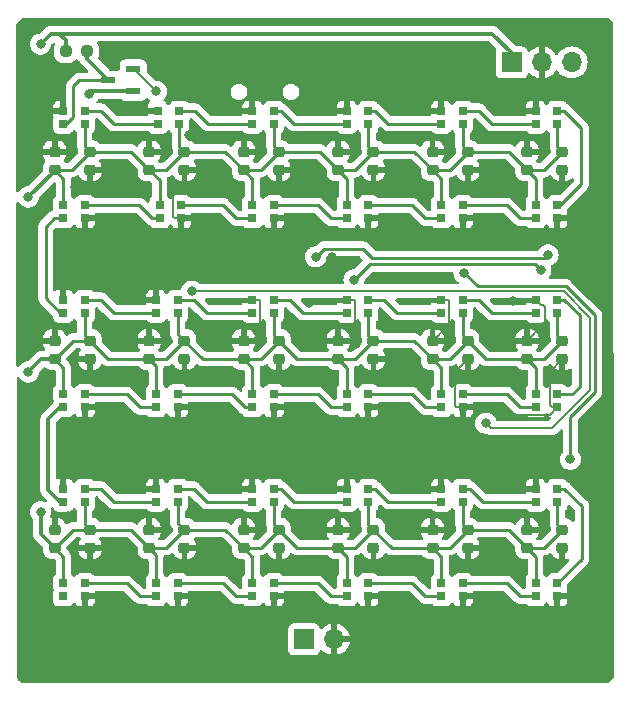
<source format=gbr>
%TF.GenerationSoftware,KiCad,Pcbnew,(7.0.0)*%
%TF.CreationDate,2023-03-11T18:24:33-08:00*%
%TF.ProjectId,pyBoard,7079426f-6172-4642-9e6b-696361645f70,rev?*%
%TF.SameCoordinates,Original*%
%TF.FileFunction,Copper,L1,Top*%
%TF.FilePolarity,Positive*%
%FSLAX46Y46*%
G04 Gerber Fmt 4.6, Leading zero omitted, Abs format (unit mm)*
G04 Created by KiCad (PCBNEW (7.0.0)) date 2023-03-11 18:24:33*
%MOMM*%
%LPD*%
G01*
G04 APERTURE LIST*
G04 Aperture macros list*
%AMRoundRect*
0 Rectangle with rounded corners*
0 $1 Rounding radius*
0 $2 $3 $4 $5 $6 $7 $8 $9 X,Y pos of 4 corners*
0 Add a 4 corners polygon primitive as box body*
4,1,4,$2,$3,$4,$5,$6,$7,$8,$9,$2,$3,0*
0 Add four circle primitives for the rounded corners*
1,1,$1+$1,$2,$3*
1,1,$1+$1,$4,$5*
1,1,$1+$1,$6,$7*
1,1,$1+$1,$8,$9*
0 Add four rect primitives between the rounded corners*
20,1,$1+$1,$2,$3,$4,$5,0*
20,1,$1+$1,$4,$5,$6,$7,0*
20,1,$1+$1,$6,$7,$8,$9,0*
20,1,$1+$1,$8,$9,$2,$3,0*%
G04 Aperture macros list end*
%TA.AperFunction,ComponentPad*%
%ADD10R,1.700000X1.700000*%
%TD*%
%TA.AperFunction,ComponentPad*%
%ADD11O,1.700000X1.700000*%
%TD*%
%TA.AperFunction,SMDPad,CuDef*%
%ADD12R,0.700000X0.700000*%
%TD*%
%TA.AperFunction,SMDPad,CuDef*%
%ADD13RoundRect,0.225000X0.250000X-0.225000X0.250000X0.225000X-0.250000X0.225000X-0.250000X-0.225000X0*%
%TD*%
%TA.AperFunction,SMDPad,CuDef*%
%ADD14RoundRect,0.225000X-0.250000X0.225000X-0.250000X-0.225000X0.250000X-0.225000X0.250000X0.225000X0*%
%TD*%
%TA.AperFunction,SMDPad,CuDef*%
%ADD15R,1.300000X0.600000*%
%TD*%
%TA.AperFunction,SMDPad,CuDef*%
%ADD16RoundRect,0.237500X0.250000X0.237500X-0.250000X0.237500X-0.250000X-0.237500X0.250000X-0.237500X0*%
%TD*%
%TA.AperFunction,ViaPad*%
%ADD17C,0.800000*%
%TD*%
%TA.AperFunction,Conductor*%
%ADD18C,0.200000*%
%TD*%
%TA.AperFunction,Conductor*%
%ADD19C,0.300000*%
%TD*%
%TA.AperFunction,Conductor*%
%ADD20C,0.250000*%
%TD*%
G04 APERTURE END LIST*
D10*
%TO.P,J2,1,Pin_1*%
%TO.N,Net-(J2-Pin_1)*%
X138809999Y-117249999D03*
D11*
%TO.P,J2,2,Pin_2*%
%TO.N,GND*%
X141349999Y-117249999D03*
%TD*%
D12*
%TO.P,D34,1,VDD*%
%TO.N,+5V*%
X134419999Y-112499999D03*
%TO.P,D34,2,DOUT*%
%TO.N,Net-(D34-DOUT)*%
X134419999Y-113599999D03*
%TO.P,D34,3,VSS*%
%TO.N,GND*%
X136249999Y-113599999D03*
%TO.P,D34,4,DIN*%
%TO.N,Net-(D33-DOUT)*%
X136249999Y-112499999D03*
%TD*%
%TO.P,D27,1,VDD*%
%TO.N,+5V*%
X136249999Y-105599999D03*
%TO.P,D27,2,DOUT*%
%TO.N,Net-(D27-DOUT)*%
X136249999Y-104499999D03*
%TO.P,D27,3,VSS*%
%TO.N,GND*%
X134419999Y-104499999D03*
%TO.P,D27,4,DIN*%
%TO.N,Net-(D26-DOUT)*%
X134419999Y-105599999D03*
%TD*%
%TO.P,D35,1,VDD*%
%TO.N,+5V*%
X126269999Y-112499999D03*
%TO.P,D35,2,DOUT*%
%TO.N,Net-(D35-DOUT)*%
X126269999Y-113599999D03*
%TO.P,D35,3,VSS*%
%TO.N,GND*%
X128099999Y-113599999D03*
%TO.P,D35,4,DIN*%
%TO.N,Net-(D34-DOUT)*%
X128099999Y-112499999D03*
%TD*%
D13*
%TO.P,C39,1*%
%TO.N,+5V*%
X149685000Y-109500000D03*
%TO.P,C39,2*%
%TO.N,GND*%
X149685000Y-107950000D03*
%TD*%
D12*
%TO.P,D15,1,VDD*%
%TO.N,+5V*%
X136249999Y-89599999D03*
%TO.P,D15,2,DOUT*%
%TO.N,Net-(D15-DOUT)*%
X136249999Y-88499999D03*
%TO.P,D15,3,VSS*%
%TO.N,GND*%
X134419999Y-88499999D03*
%TO.P,D15,4,DIN*%
%TO.N,Net-(D14-DOUT)*%
X134419999Y-89599999D03*
%TD*%
D14*
%TO.P,C32,1*%
%TO.N,+5V*%
X120685000Y-107950000D03*
%TO.P,C32,2*%
%TO.N,GND*%
X120685000Y-109500000D03*
%TD*%
D12*
%TO.P,D4,1,VDD*%
%TO.N,+5V*%
X144249999Y-73599999D03*
%TO.P,D4,2,DOUT*%
%TO.N,Net-(D4-DOUT)*%
X144249999Y-72499999D03*
%TO.P,D4,3,VSS*%
%TO.N,GND*%
X142419999Y-72499999D03*
%TO.P,D4,4,DIN*%
%TO.N,Net-(D3-DOUT)*%
X142419999Y-73599999D03*
%TD*%
D14*
%TO.P,C26,1*%
%TO.N,+5V*%
X144685000Y-91950000D03*
%TO.P,C26,2*%
%TO.N,GND*%
X144685000Y-93500000D03*
%TD*%
D12*
%TO.P,D11,1,VDD*%
%TO.N,+5V*%
X126569999Y-80499999D03*
%TO.P,D11,2,DOUT*%
%TO.N,Net-(D11-DOUT)*%
X126569999Y-81599999D03*
%TO.P,D11,3,VSS*%
%TO.N,GND*%
X128399999Y-81599999D03*
%TO.P,D11,4,DIN*%
%TO.N,Net-(D10-DOUT)*%
X128399999Y-80499999D03*
%TD*%
D13*
%TO.P,C13,1*%
%TO.N,+5V*%
X117685000Y-77500000D03*
%TO.P,C13,2*%
%TO.N,GND*%
X117685000Y-75950000D03*
%TD*%
D12*
%TO.P,D22,1,VDD*%
%TO.N,+5V*%
X134419999Y-96499999D03*
%TO.P,D22,2,DOUT*%
%TO.N,Net-(D22-DOUT)*%
X134419999Y-97599999D03*
%TO.P,D22,3,VSS*%
%TO.N,GND*%
X136249999Y-97599999D03*
%TO.P,D22,4,DIN*%
%TO.N,Net-(D21-DOUT)*%
X136249999Y-96499999D03*
%TD*%
%TO.P,D7,1,VDD*%
%TO.N,+5V*%
X158419999Y-80499999D03*
%TO.P,D7,2,DOUT*%
%TO.N,Net-(D7-DOUT)*%
X158419999Y-81599999D03*
%TO.P,D7,3,VSS*%
%TO.N,GND*%
X160249999Y-81599999D03*
%TO.P,D7,4,DIN*%
%TO.N,Net-(D6-DOUT)*%
X160249999Y-80499999D03*
%TD*%
%TO.P,D5,1,VDD*%
%TO.N,+5V*%
X152249999Y-73599999D03*
%TO.P,D5,2,DOUT*%
%TO.N,Net-(D5-DOUT)*%
X152249999Y-72499999D03*
%TO.P,D5,3,VSS*%
%TO.N,GND*%
X150419999Y-72499999D03*
%TO.P,D5,4,DIN*%
%TO.N,Net-(D4-DOUT)*%
X150419999Y-73599999D03*
%TD*%
%TO.P,D31,1,VDD*%
%TO.N,+5V*%
X158419999Y-112499999D03*
%TO.P,D31,2,DOUT*%
%TO.N,Net-(D31-DOUT)*%
X158419999Y-113599999D03*
%TO.P,D31,3,VSS*%
%TO.N,GND*%
X160249999Y-113599999D03*
%TO.P,D31,4,DIN*%
%TO.N,Net-(D30-DOUT)*%
X160249999Y-112499999D03*
%TD*%
D14*
%TO.P,C8,2*%
%TO.N,GND*%
X128685000Y-77500000D03*
%TO.P,C8,1*%
%TO.N,+5V*%
X128685000Y-75950000D03*
%TD*%
D15*
%TO.P,Q1,1,G*%
%TO.N,+3.3V*%
X124334999Y-70849999D03*
%TO.P,Q1,2,S*%
%TO.N,/LED_DataL*%
X124334999Y-68949999D03*
%TO.P,Q1,3,D*%
%TO.N,/LED_DataH*%
X122234999Y-69899999D03*
%TD*%
D13*
%TO.P,C15,1*%
%TO.N,+5V*%
X133685000Y-77500000D03*
%TO.P,C15,2*%
%TO.N,GND*%
X133685000Y-75950000D03*
%TD*%
D12*
%TO.P,D36,1,VDD*%
%TO.N,+5V*%
X118419999Y-112499999D03*
%TO.P,D36,2,DOUT*%
%TO.N,unconnected-(D36-DOUT-Pad2)*%
X118419999Y-113599999D03*
%TO.P,D36,3,VSS*%
%TO.N,GND*%
X120249999Y-113599999D03*
%TO.P,D36,4,DIN*%
%TO.N,Net-(D35-DOUT)*%
X120249999Y-112499999D03*
%TD*%
%TO.P,D21,1,VDD*%
%TO.N,+5V*%
X142419999Y-96499999D03*
%TO.P,D21,2,DOUT*%
%TO.N,Net-(D21-DOUT)*%
X142419999Y-97599999D03*
%TO.P,D21,3,VSS*%
%TO.N,GND*%
X144249999Y-97599999D03*
%TO.P,D21,4,DIN*%
%TO.N,Net-(D20-DOUT)*%
X144249999Y-96499999D03*
%TD*%
%TO.P,D8,1,VDD*%
%TO.N,+5V*%
X150419999Y-80499999D03*
%TO.P,D8,2,DOUT*%
%TO.N,Net-(D8-DOUT)*%
X150419999Y-81599999D03*
%TO.P,D8,3,VSS*%
%TO.N,GND*%
X152249999Y-81599999D03*
%TO.P,D8,4,DIN*%
%TO.N,Net-(D7-DOUT)*%
X152249999Y-80499999D03*
%TD*%
D13*
%TO.P,C23,1*%
%TO.N,+5V*%
X133685000Y-93500000D03*
%TO.P,C23,2*%
%TO.N,GND*%
X133685000Y-91950000D03*
%TD*%
%TO.P,C14,1*%
%TO.N,+5V*%
X125685000Y-77500000D03*
%TO.P,C14,2*%
%TO.N,GND*%
X125685000Y-75950000D03*
%TD*%
D12*
%TO.P,D30,1,VDD*%
%TO.N,+5V*%
X160249999Y-105599999D03*
%TO.P,D30,2,DOUT*%
%TO.N,Net-(D30-DOUT)*%
X160249999Y-104499999D03*
%TO.P,D30,3,VSS*%
%TO.N,GND*%
X158419999Y-104499999D03*
%TO.P,D30,4,DIN*%
%TO.N,Net-(D29-DOUT)*%
X158419999Y-105599999D03*
%TD*%
%TO.P,D23,1,VDD*%
%TO.N,+5V*%
X126269999Y-96499999D03*
%TO.P,D23,2,DOUT*%
%TO.N,Net-(D23-DOUT)*%
X126269999Y-97599999D03*
%TO.P,D23,3,VSS*%
%TO.N,GND*%
X128099999Y-97599999D03*
%TO.P,D23,4,DIN*%
%TO.N,Net-(D22-DOUT)*%
X128099999Y-96499999D03*
%TD*%
D13*
%TO.P,C27,1*%
%TO.N,+5V*%
X149685000Y-93500000D03*
%TO.P,C27,2*%
%TO.N,GND*%
X149685000Y-91950000D03*
%TD*%
D12*
%TO.P,D19,1,VDD*%
%TO.N,+5V*%
X158419999Y-96499999D03*
%TO.P,D19,2,DOUT*%
%TO.N,Net-(D19-DOUT)*%
X158419999Y-97599999D03*
%TO.P,D19,3,VSS*%
%TO.N,GND*%
X160249999Y-97599999D03*
%TO.P,D19,4,DIN*%
%TO.N,Net-(D18-DOUT)*%
X160249999Y-96499999D03*
%TD*%
D14*
%TO.P,C30,1*%
%TO.N,+5V*%
X160685000Y-91950000D03*
%TO.P,C30,2*%
%TO.N,GND*%
X160685000Y-93500000D03*
%TD*%
D12*
%TO.P,D9,1,VDD*%
%TO.N,+5V*%
X142419999Y-80499999D03*
%TO.P,D9,2,DOUT*%
%TO.N,Net-(D10-DIN)*%
X142419999Y-81599999D03*
%TO.P,D9,3,VSS*%
%TO.N,GND*%
X144249999Y-81599999D03*
%TO.P,D9,4,DIN*%
%TO.N,Net-(D8-DOUT)*%
X144249999Y-80499999D03*
%TD*%
D10*
%TO.P,PWR2,1,Vin*%
%TO.N,+5V*%
X156384999Y-68399999D03*
D11*
%TO.P,PWR2,2,GND*%
%TO.N,GND*%
X158924999Y-68399999D03*
%TO.P,PWR2,3,Vout*%
%TO.N,+3.3V*%
X161464999Y-68399999D03*
%TD*%
D14*
%TO.P,C34,1*%
%TO.N,+5V*%
X128685000Y-107950000D03*
%TO.P,C34,2*%
%TO.N,GND*%
X128685000Y-109500000D03*
%TD*%
D12*
%TO.P,D28,1,VDD*%
%TO.N,+5V*%
X144249999Y-105599999D03*
%TO.P,D28,2,DOUT*%
%TO.N,Net-(D28-DOUT)*%
X144249999Y-104499999D03*
%TO.P,D28,3,VSS*%
%TO.N,GND*%
X142419999Y-104499999D03*
%TO.P,D28,4,DIN*%
%TO.N,Net-(D27-DOUT)*%
X142419999Y-105599999D03*
%TD*%
D13*
%TO.P,C35,1*%
%TO.N,+5V*%
X133685000Y-109500000D03*
%TO.P,C35,2*%
%TO.N,GND*%
X133685000Y-107950000D03*
%TD*%
D12*
%TO.P,D17,1,VDD*%
%TO.N,+5V*%
X152249999Y-89599999D03*
%TO.P,D17,2,DOUT*%
%TO.N,Net-(D17-DOUT)*%
X152249999Y-88499999D03*
%TO.P,D17,3,VSS*%
%TO.N,GND*%
X150419999Y-88499999D03*
%TO.P,D17,4,DIN*%
%TO.N,Net-(D16-DOUT)*%
X150419999Y-89599999D03*
%TD*%
D14*
%TO.P,C11,1*%
%TO.N,+5V*%
X152685000Y-75950000D03*
%TO.P,C11,2*%
%TO.N,GND*%
X152685000Y-77500000D03*
%TD*%
D12*
%TO.P,D2,1,VDD*%
%TO.N,+5V*%
X128249999Y-73599999D03*
%TO.P,D2,2,DOUT*%
%TO.N,Net-(D2-DOUT)*%
X128249999Y-72499999D03*
%TO.P,D2,3,VSS*%
%TO.N,GND*%
X126419999Y-72499999D03*
%TO.P,D2,4,DIN*%
%TO.N,Net-(D1-DOUT)*%
X126419999Y-73599999D03*
%TD*%
D14*
%TO.P,C24,1*%
%TO.N,+5V*%
X136685000Y-91950000D03*
%TO.P,C24,2*%
%TO.N,GND*%
X136685000Y-93500000D03*
%TD*%
D12*
%TO.P,D12,1,VDD*%
%TO.N,+5V*%
X118419999Y-80499999D03*
%TO.P,D12,2,DOUT*%
%TO.N,Net-(D12-DOUT)*%
X118419999Y-81599999D03*
%TO.P,D12,3,VSS*%
%TO.N,GND*%
X120249999Y-81599999D03*
%TO.P,D12,4,DIN*%
%TO.N,Net-(D11-DOUT)*%
X120249999Y-80499999D03*
%TD*%
D14*
%TO.P,C22,1*%
%TO.N,+5V*%
X128685000Y-91950000D03*
%TO.P,C22,2*%
%TO.N,GND*%
X128685000Y-93500000D03*
%TD*%
D13*
%TO.P,C16,1*%
%TO.N,+5V*%
X141685000Y-77500000D03*
%TO.P,C16,2*%
%TO.N,GND*%
X141685000Y-75950000D03*
%TD*%
%TO.P,C37,1*%
%TO.N,+5V*%
X141685000Y-109500000D03*
%TO.P,C37,2*%
%TO.N,GND*%
X141685000Y-107950000D03*
%TD*%
%TO.P,C21,1*%
%TO.N,+5V*%
X125685000Y-93500000D03*
%TO.P,C21,2*%
%TO.N,GND*%
X125685000Y-91950000D03*
%TD*%
D12*
%TO.P,D6,1,VDD*%
%TO.N,+5V*%
X160249999Y-73599999D03*
%TO.P,D6,2,DOUT*%
%TO.N,Net-(D6-DOUT)*%
X160249999Y-72499999D03*
%TO.P,D6,3,VSS*%
%TO.N,GND*%
X158419999Y-72499999D03*
%TO.P,D6,4,DIN*%
%TO.N,Net-(D5-DOUT)*%
X158419999Y-73599999D03*
%TD*%
%TO.P,D24,1,VDD*%
%TO.N,+5V*%
X118419999Y-96499999D03*
%TO.P,D24,2,DOUT*%
%TO.N,Net-(D24-DOUT)*%
X118419999Y-97599999D03*
%TO.P,D24,3,VSS*%
%TO.N,GND*%
X120249999Y-97599999D03*
%TO.P,D24,4,DIN*%
%TO.N,Net-(D23-DOUT)*%
X120249999Y-96499999D03*
%TD*%
D13*
%TO.P,C17,1*%
%TO.N,+5V*%
X149685000Y-77500000D03*
%TO.P,C17,2*%
%TO.N,GND*%
X149685000Y-75950000D03*
%TD*%
D12*
%TO.P,D14,1,VDD*%
%TO.N,+5V*%
X128099999Y-89599999D03*
%TO.P,D14,2,DOUT*%
%TO.N,Net-(D14-DOUT)*%
X128099999Y-88499999D03*
%TO.P,D14,3,VSS*%
%TO.N,GND*%
X126269999Y-88499999D03*
%TO.P,D14,4,DIN*%
%TO.N,Net-(D13-DOUT)*%
X126269999Y-89599999D03*
%TD*%
D14*
%TO.P,C38,1*%
%TO.N,+5V*%
X144685000Y-107950000D03*
%TO.P,C38,2*%
%TO.N,GND*%
X144685000Y-109500000D03*
%TD*%
%TO.P,C40,1*%
%TO.N,+5V*%
X152685000Y-107950000D03*
%TO.P,C40,2*%
%TO.N,GND*%
X152685000Y-109500000D03*
%TD*%
D12*
%TO.P,D33,1,VDD*%
%TO.N,+5V*%
X142419999Y-112499999D03*
%TO.P,D33,2,DOUT*%
%TO.N,Net-(D33-DOUT)*%
X142419999Y-113599999D03*
%TO.P,D33,3,VSS*%
%TO.N,GND*%
X144249999Y-113599999D03*
%TO.P,D33,4,DIN*%
%TO.N,Net-(D32-DOUT)*%
X144249999Y-112499999D03*
%TD*%
D14*
%TO.P,C7,1*%
%TO.N,+5V*%
X120685000Y-75950000D03*
%TO.P,C7,2*%
%TO.N,GND*%
X120685000Y-77500000D03*
%TD*%
D13*
%TO.P,C31,1*%
%TO.N,+5V*%
X117685000Y-109500000D03*
%TO.P,C31,2*%
%TO.N,GND*%
X117685000Y-107950000D03*
%TD*%
D14*
%TO.P,C42,1*%
%TO.N,+5V*%
X160685000Y-107950000D03*
%TO.P,C42,2*%
%TO.N,GND*%
X160685000Y-109500000D03*
%TD*%
D13*
%TO.P,C18,1*%
%TO.N,+5V*%
X157685000Y-77500000D03*
%TO.P,C18,2*%
%TO.N,GND*%
X157685000Y-75950000D03*
%TD*%
%TO.P,C25,1*%
%TO.N,+5V*%
X141685000Y-93500000D03*
%TO.P,C25,2*%
%TO.N,GND*%
X141685000Y-91950000D03*
%TD*%
D14*
%TO.P,C20,1*%
%TO.N,+5V*%
X120685000Y-91950000D03*
%TO.P,C20,2*%
%TO.N,GND*%
X120685000Y-93500000D03*
%TD*%
%TO.P,C9,1*%
%TO.N,+5V*%
X136685000Y-75950000D03*
%TO.P,C9,2*%
%TO.N,GND*%
X136685000Y-77500000D03*
%TD*%
%TO.P,C36,1*%
%TO.N,+5V*%
X136685000Y-107950000D03*
%TO.P,C36,2*%
%TO.N,GND*%
X136685000Y-109500000D03*
%TD*%
D13*
%TO.P,C41,1*%
%TO.N,+5V*%
X157685000Y-109500000D03*
%TO.P,C41,2*%
%TO.N,GND*%
X157685000Y-107950000D03*
%TD*%
D12*
%TO.P,D10,1,VDD*%
%TO.N,+5V*%
X134419999Y-80499999D03*
%TO.P,D10,2,DOUT*%
%TO.N,Net-(D10-DOUT)*%
X134419999Y-81599999D03*
%TO.P,D10,3,VSS*%
%TO.N,GND*%
X136249999Y-81599999D03*
%TO.P,D10,4,DIN*%
%TO.N,Net-(D10-DIN)*%
X136249999Y-80499999D03*
%TD*%
%TO.P,D13,1,VDD*%
%TO.N,+5V*%
X120249999Y-89599999D03*
%TO.P,D13,2,DOUT*%
%TO.N,Net-(D13-DOUT)*%
X120249999Y-88499999D03*
%TO.P,D13,3,VSS*%
%TO.N,GND*%
X118419999Y-88499999D03*
%TO.P,D13,4,DIN*%
%TO.N,Net-(D12-DOUT)*%
X118419999Y-89599999D03*
%TD*%
%TO.P,D20,1,VDD*%
%TO.N,+5V*%
X150419999Y-96499999D03*
%TO.P,D20,2,DOUT*%
%TO.N,Net-(D20-DOUT)*%
X150419999Y-97599999D03*
%TO.P,D20,3,VSS*%
%TO.N,GND*%
X152249999Y-97599999D03*
%TO.P,D20,4,DIN*%
%TO.N,Net-(D19-DOUT)*%
X152249999Y-96499999D03*
%TD*%
%TO.P,D3,1,VDD*%
%TO.N,+5V*%
X136249999Y-73599999D03*
%TO.P,D3,2,DOUT*%
%TO.N,Net-(D3-DOUT)*%
X136249999Y-72499999D03*
%TO.P,D3,3,VSS*%
%TO.N,GND*%
X134419999Y-72499999D03*
%TO.P,D3,4,DIN*%
%TO.N,Net-(D2-DOUT)*%
X134419999Y-73599999D03*
%TD*%
D14*
%TO.P,C28,1*%
%TO.N,+5V*%
X152685000Y-91950000D03*
%TO.P,C28,2*%
%TO.N,GND*%
X152685000Y-93500000D03*
%TD*%
D12*
%TO.P,D1,1,VDD*%
%TO.N,+5V*%
X120249999Y-73599999D03*
%TO.P,D1,2,DOUT*%
%TO.N,Net-(D1-DOUT)*%
X120249999Y-72499999D03*
%TO.P,D1,3,VSS*%
%TO.N,GND*%
X118419999Y-72499999D03*
%TO.P,D1,4,DIN*%
%TO.N,/LED_DataH*%
X118419999Y-73599999D03*
%TD*%
D13*
%TO.P,C19,1*%
%TO.N,+5V*%
X117685000Y-93500000D03*
%TO.P,C19,2*%
%TO.N,GND*%
X117685000Y-91950000D03*
%TD*%
%TO.P,C29,1*%
%TO.N,+5V*%
X157685000Y-93500000D03*
%TO.P,C29,2*%
%TO.N,GND*%
X157685000Y-91950000D03*
%TD*%
D14*
%TO.P,C10,1*%
%TO.N,+5V*%
X144685000Y-75950000D03*
%TO.P,C10,2*%
%TO.N,GND*%
X144685000Y-77500000D03*
%TD*%
D12*
%TO.P,D25,1,VDD*%
%TO.N,+5V*%
X120249999Y-105599999D03*
%TO.P,D25,2,DOUT*%
%TO.N,Net-(D25-DOUT)*%
X120249999Y-104499999D03*
%TO.P,D25,3,VSS*%
%TO.N,GND*%
X118419999Y-104499999D03*
%TO.P,D25,4,DIN*%
%TO.N,Net-(D24-DOUT)*%
X118419999Y-105599999D03*
%TD*%
%TO.P,D18,1,VDD*%
%TO.N,+5V*%
X160249999Y-89599999D03*
%TO.P,D18,2,DOUT*%
%TO.N,Net-(D18-DOUT)*%
X160249999Y-88499999D03*
%TO.P,D18,3,VSS*%
%TO.N,GND*%
X158419999Y-88499999D03*
%TO.P,D18,4,DIN*%
%TO.N,Net-(D17-DOUT)*%
X158419999Y-89599999D03*
%TD*%
%TO.P,D29,1,VDD*%
%TO.N,+5V*%
X152249999Y-105599999D03*
%TO.P,D29,2,DOUT*%
%TO.N,Net-(D29-DOUT)*%
X152249999Y-104499999D03*
%TO.P,D29,3,VSS*%
%TO.N,GND*%
X150419999Y-104499999D03*
%TO.P,D29,4,DIN*%
%TO.N,Net-(D28-DOUT)*%
X150419999Y-105599999D03*
%TD*%
D14*
%TO.P,C12,1*%
%TO.N,+5V*%
X160685000Y-75950000D03*
%TO.P,C12,2*%
%TO.N,GND*%
X160685000Y-77500000D03*
%TD*%
D12*
%TO.P,D32,1,VDD*%
%TO.N,+5V*%
X150419999Y-112499999D03*
%TO.P,D32,2,DOUT*%
%TO.N,Net-(D32-DOUT)*%
X150419999Y-113599999D03*
%TO.P,D32,3,VSS*%
%TO.N,GND*%
X152249999Y-113599999D03*
%TO.P,D32,4,DIN*%
%TO.N,Net-(D31-DOUT)*%
X152249999Y-112499999D03*
%TD*%
D13*
%TO.P,C33,1*%
%TO.N,+5V*%
X125685000Y-109500000D03*
%TO.P,C33,2*%
%TO.N,GND*%
X125685000Y-107950000D03*
%TD*%
D16*
%TO.P,R6,1*%
%TO.N,/LED_DataH*%
X120462500Y-67450000D03*
%TO.P,R6,2*%
%TO.N,+5V*%
X118637500Y-67450000D03*
%TD*%
D12*
%TO.P,D16,1,VDD*%
%TO.N,+5V*%
X144249999Y-89599999D03*
%TO.P,D16,2,DOUT*%
%TO.N,Net-(D16-DOUT)*%
X144249999Y-88499999D03*
%TO.P,D16,3,VSS*%
%TO.N,GND*%
X142419999Y-88499999D03*
%TO.P,D16,4,DIN*%
%TO.N,Net-(D15-DOUT)*%
X142419999Y-89599999D03*
%TD*%
%TO.P,D26,1,VDD*%
%TO.N,+5V*%
X128099999Y-105599999D03*
%TO.P,D26,2,DOUT*%
%TO.N,Net-(D26-DOUT)*%
X128099999Y-104499999D03*
%TO.P,D26,3,VSS*%
%TO.N,GND*%
X126269999Y-104499999D03*
%TO.P,D26,4,DIN*%
%TO.N,Net-(D25-DOUT)*%
X126269999Y-105599999D03*
%TD*%
D17*
%TO.N,GND*%
X119450000Y-78950000D03*
X143200000Y-92200000D03*
X163400000Y-74600000D03*
X156500000Y-88600000D03*
X162200000Y-85150000D03*
X139250000Y-88800000D03*
X154300000Y-83600000D03*
X129000000Y-94750000D03*
X122000000Y-94800000D03*
X123050000Y-91500000D03*
X134900000Y-91900000D03*
X119850000Y-86500000D03*
X150400000Y-99600000D03*
X119100000Y-74900000D03*
X139550000Y-77000000D03*
X155150000Y-74900000D03*
X147450000Y-71900000D03*
X138050000Y-74700000D03*
X117050000Y-80100000D03*
X117600000Y-69700000D03*
X123800000Y-74900000D03*
X123750000Y-78750000D03*
X123850000Y-67600000D03*
X123600000Y-72050000D03*
X127050000Y-68050000D03*
X121450000Y-74650000D03*
X129100000Y-74550000D03*
X161900000Y-80950000D03*
X160050000Y-78800000D03*
X155800000Y-78000000D03*
%TO.N,+3.3V*%
X159450000Y-84700000D03*
X158850000Y-85950000D03*
%TO.N,GND*%
X139700000Y-104150000D03*
X161300000Y-106700000D03*
X159200000Y-107050000D03*
X159500000Y-110850000D03*
X156450000Y-110900000D03*
X154150000Y-106850000D03*
X119950000Y-102550000D03*
X116650000Y-111200000D03*
X118800000Y-106800000D03*
X122400000Y-106700000D03*
X122750000Y-110600000D03*
X132050000Y-106700000D03*
X131250000Y-110800000D03*
X139400000Y-107300000D03*
X138700000Y-110900000D03*
X147250000Y-107250000D03*
X146950000Y-111050000D03*
X146750000Y-90700000D03*
X147950000Y-94250000D03*
X143100000Y-91250000D03*
X145900000Y-86600000D03*
%TO.N,+3.3V*%
X120600000Y-71050000D03*
X143035500Y-86800000D03*
X139800000Y-84850000D03*
%TO.N,/QSPI_SS*%
X152350000Y-86200000D03*
X161350000Y-102000000D03*
%TO.N,Net-(U1-RUN)*%
X154200000Y-98950000D03*
X129300000Y-87775500D03*
%TO.N,+5V*%
X115450000Y-94600000D03*
X115450000Y-79800000D03*
X116500000Y-106450000D03*
X116500000Y-66850000D03*
%TO.N,GND*%
X147650000Y-78550000D03*
X127850000Y-78900000D03*
X125550000Y-79050000D03*
X138950000Y-95000000D03*
X130300000Y-77400000D03*
X143700000Y-119250000D03*
X156050000Y-98100000D03*
X156050000Y-102450000D03*
X133100000Y-102100000D03*
X123850000Y-101950000D03*
X144550000Y-68650000D03*
X156700000Y-71950000D03*
X146250000Y-74750000D03*
X146550000Y-77650000D03*
X139650000Y-71050000D03*
X125250000Y-82600000D03*
X124700000Y-87650000D03*
X124700000Y-88500000D03*
X147850000Y-81900000D03*
X141200000Y-84900000D03*
X134750000Y-85700000D03*
X134750000Y-84700000D03*
X134750000Y-86700000D03*
X133750000Y-85700000D03*
X135750000Y-85700000D03*
X135750000Y-86700000D03*
X133750000Y-86700000D03*
X133750000Y-84700000D03*
X135750000Y-84700000D03*
%TO.N,/LED_DataL*%
X126285000Y-70850000D03*
%TD*%
D18*
%TO.N,GND*%
X127750000Y-79000000D02*
X127850000Y-78900000D01*
X127850000Y-81600000D02*
X127750000Y-81500000D01*
X128400000Y-81600000D02*
X127850000Y-81600000D01*
X127750000Y-81500000D02*
X127750000Y-79000000D01*
X135070000Y-91730000D02*
X134900000Y-91900000D01*
X134970000Y-88500000D02*
X135070000Y-88600000D01*
X134420000Y-88500000D02*
X134970000Y-88500000D01*
X135070000Y-88600000D02*
X135070000Y-91730000D01*
X143050000Y-88500000D02*
X143100000Y-88550000D01*
X142420000Y-88500000D02*
X143050000Y-88500000D01*
X143100000Y-88550000D02*
X143100000Y-91250000D01*
X151070000Y-90565000D02*
X149685000Y-91950000D01*
X151070000Y-88570000D02*
X151070000Y-90565000D01*
X151000000Y-88500000D02*
X151070000Y-88570000D01*
X150420000Y-88500000D02*
X151000000Y-88500000D01*
X151600000Y-97500000D02*
X151700000Y-97600000D01*
X151600000Y-94585000D02*
X151600000Y-97500000D01*
X152685000Y-93500000D02*
X151600000Y-94585000D01*
X151700000Y-97600000D02*
X152250000Y-97600000D01*
X159600000Y-97400000D02*
X159800000Y-97600000D01*
X159600000Y-94585000D02*
X159600000Y-97400000D01*
X160685000Y-93500000D02*
X159600000Y-94585000D01*
X159800000Y-97600000D02*
X160250000Y-97600000D01*
X159600000Y-98250000D02*
X156200000Y-98250000D01*
X156200000Y-98250000D02*
X156050000Y-98100000D01*
X160250000Y-97600000D02*
X159600000Y-98250000D01*
X159250000Y-90385000D02*
X157685000Y-91950000D01*
X159070000Y-88950000D02*
X159250000Y-89130000D01*
X158420000Y-88500000D02*
X158870000Y-88950000D01*
X158870000Y-88950000D02*
X159070000Y-88950000D01*
X159250000Y-89130000D02*
X159250000Y-90385000D01*
D19*
%TO.N,+5V*%
X118637500Y-67450000D02*
X118637500Y-66537500D01*
X118637500Y-66537500D02*
X118050000Y-65950000D01*
X118050000Y-65950000D02*
X117400000Y-65950000D01*
X118650000Y-65950000D02*
X118050000Y-65950000D01*
%TO.N,/LED_DataH*%
X120462500Y-68127500D02*
X122235000Y-69900000D01*
X120462500Y-67450000D02*
X120462500Y-68127500D01*
D20*
%TO.N,+5V*%
X144250000Y-75515000D02*
X144685000Y-75950000D01*
X144250000Y-73600000D02*
X144250000Y-75515000D01*
%TO.N,+3.3V*%
X159200000Y-84950000D02*
X159450000Y-84700000D01*
X144550000Y-84950000D02*
X159200000Y-84950000D01*
X143775000Y-84175000D02*
X144550000Y-84950000D01*
X140475000Y-84175000D02*
X143775000Y-84175000D01*
X139800000Y-84850000D02*
X140475000Y-84175000D01*
X158375000Y-85475000D02*
X158850000Y-85950000D01*
X144360500Y-85475000D02*
X158375000Y-85475000D01*
X143035500Y-86800000D02*
X144360500Y-85475000D01*
%TO.N,+5V*%
X142420000Y-78235000D02*
X141685000Y-77500000D01*
X142420000Y-80500000D02*
X142420000Y-78235000D01*
D19*
%TO.N,+3.3V*%
X120800000Y-70850000D02*
X120600000Y-71050000D01*
X124335000Y-70850000D02*
X120800000Y-70850000D01*
D20*
%TO.N,/QSPI_SS*%
X153500500Y-87350500D02*
X152350000Y-86200000D01*
X157200000Y-87350500D02*
X153500500Y-87350500D01*
X163425000Y-89823959D02*
X162475520Y-88874480D01*
X163425000Y-96326040D02*
X163425000Y-89823959D01*
X162650520Y-97100520D02*
X163425000Y-96326040D01*
X162475520Y-88874480D02*
X160951540Y-87350500D01*
X161350000Y-98401040D02*
X162650520Y-97100520D01*
X160951540Y-87350500D02*
X157200000Y-87350500D01*
X161350000Y-102000000D02*
X161350000Y-98401040D01*
D18*
%TO.N,Net-(U1-RUN)*%
X154600000Y-99350000D02*
X154200000Y-98950000D01*
X159100000Y-99350000D02*
X154600000Y-99350000D01*
X159800000Y-99350000D02*
X159100000Y-99350000D01*
X163000000Y-96150000D02*
X159800000Y-99350000D01*
X163000000Y-90000000D02*
X163000000Y-91950000D01*
X163000000Y-91950000D02*
X163000000Y-96150000D01*
X160775500Y-87775500D02*
X163000000Y-90000000D01*
X129300000Y-87775500D02*
X160775500Y-87775500D01*
D19*
%TO.N,+5V*%
X121400000Y-65950000D02*
X118650000Y-65950000D01*
X116550000Y-93500000D02*
X115450000Y-94600000D01*
X117685000Y-93500000D02*
X116550000Y-93500000D01*
X117685000Y-77565000D02*
X115450000Y-79800000D01*
X117685000Y-77500000D02*
X117685000Y-77565000D01*
X116500000Y-106450000D02*
X116500000Y-108315000D01*
X116500000Y-108315000D02*
X117685000Y-109500000D01*
X117400000Y-65950000D02*
X116500000Y-66850000D01*
X156385000Y-67585000D02*
X154750000Y-65950000D01*
X154750000Y-65950000D02*
X121400000Y-65950000D01*
X156385000Y-68400000D02*
X156385000Y-67585000D01*
D20*
X149685000Y-109500000D02*
X150420000Y-110235000D01*
X120685000Y-91950000D02*
X120250000Y-91515000D01*
X128250000Y-75515000D02*
X128250000Y-73600000D01*
X128685000Y-75950000D02*
X132135000Y-75950000D01*
X128100000Y-91365000D02*
X128100000Y-89600000D01*
X154235000Y-93500000D02*
X157685000Y-93500000D01*
X135135000Y-77500000D02*
X136685000Y-75950000D01*
X136685000Y-107950000D02*
X136250000Y-107515000D01*
X125685000Y-77500000D02*
X127135000Y-77500000D01*
X127135000Y-109500000D02*
X128685000Y-107950000D01*
X118420000Y-78235000D02*
X118420000Y-80500000D01*
X158420000Y-94235000D02*
X158420000Y-96500000D01*
X160250000Y-91515000D02*
X160250000Y-89600000D01*
X157685000Y-77500000D02*
X159135000Y-77500000D01*
X141685000Y-109500000D02*
X142420000Y-110235000D01*
X133685000Y-77500000D02*
X134420000Y-78235000D01*
X120685000Y-75950000D02*
X120250000Y-75515000D01*
X136250000Y-91515000D02*
X136250000Y-89600000D01*
X136685000Y-91950000D02*
X136250000Y-91515000D01*
X157685000Y-93500000D02*
X158420000Y-94235000D01*
X136685000Y-107950000D02*
X138235000Y-109500000D01*
X152685000Y-107950000D02*
X156135000Y-107950000D01*
X119235000Y-107950000D02*
X120685000Y-107950000D01*
X160685000Y-107950000D02*
X160250000Y-107515000D01*
X118420000Y-96500000D02*
X118420000Y-94235000D01*
X144250000Y-107515000D02*
X144250000Y-105600000D01*
X150420000Y-78235000D02*
X150420000Y-80500000D01*
X144685000Y-91950000D02*
X144250000Y-91515000D01*
X133685000Y-77500000D02*
X135135000Y-77500000D01*
X120685000Y-107950000D02*
X124135000Y-107950000D01*
X117685000Y-109500000D02*
X119235000Y-107950000D01*
X159135000Y-93500000D02*
X160685000Y-91950000D01*
X124135000Y-75950000D02*
X125685000Y-77500000D01*
X120250000Y-107515000D02*
X120250000Y-105600000D01*
X128685000Y-91950000D02*
X128100000Y-91365000D01*
X149685000Y-77500000D02*
X150420000Y-78235000D01*
X118420000Y-110235000D02*
X118420000Y-112500000D01*
X143135000Y-77500000D02*
X144685000Y-75950000D01*
X136685000Y-75950000D02*
X136250000Y-75515000D01*
X126270000Y-96500000D02*
X126270000Y-94085000D01*
X158420000Y-110235000D02*
X158420000Y-112500000D01*
X133685000Y-109500000D02*
X134420000Y-110235000D01*
X133685000Y-93500000D02*
X134420000Y-94235000D01*
X125685000Y-109500000D02*
X126270000Y-110085000D01*
X142420000Y-110235000D02*
X142420000Y-112500000D01*
X159135000Y-77500000D02*
X160685000Y-75950000D01*
X138235000Y-93500000D02*
X141685000Y-93500000D01*
X141685000Y-109500000D02*
X143135000Y-109500000D01*
X140135000Y-75950000D02*
X141685000Y-77500000D01*
X149685000Y-93500000D02*
X151135000Y-93500000D01*
X128685000Y-91950000D02*
X130235000Y-93500000D01*
X157685000Y-93500000D02*
X159135000Y-93500000D01*
X152685000Y-91950000D02*
X152250000Y-91515000D01*
X151135000Y-77500000D02*
X152685000Y-75950000D01*
X156135000Y-75950000D02*
X157685000Y-77500000D01*
X143135000Y-109500000D02*
X144685000Y-107950000D01*
X150420000Y-94235000D02*
X150420000Y-96500000D01*
X138235000Y-109500000D02*
X141685000Y-109500000D01*
X143135000Y-93500000D02*
X144685000Y-91950000D01*
X159135000Y-109500000D02*
X160685000Y-107950000D01*
X126570000Y-78385000D02*
X126570000Y-80500000D01*
X160250000Y-75515000D02*
X160250000Y-73600000D01*
X146235000Y-109500000D02*
X149685000Y-109500000D01*
X128100000Y-107365000D02*
X128100000Y-105600000D01*
X156135000Y-107950000D02*
X157685000Y-109500000D01*
X132135000Y-75950000D02*
X133685000Y-77500000D01*
X118420000Y-94235000D02*
X117685000Y-93500000D01*
X120250000Y-75515000D02*
X120250000Y-73600000D01*
X125685000Y-77500000D02*
X126570000Y-78385000D01*
X117685000Y-93500000D02*
X119235000Y-91950000D01*
X144685000Y-107950000D02*
X144250000Y-107515000D01*
X128685000Y-91950000D02*
X127135000Y-93500000D01*
X128685000Y-107950000D02*
X128100000Y-107365000D01*
X148135000Y-75950000D02*
X149685000Y-77500000D01*
X151135000Y-109500000D02*
X152685000Y-107950000D01*
X120250000Y-91515000D02*
X120250000Y-89600000D01*
X125685000Y-109500000D02*
X127135000Y-109500000D01*
X144250000Y-91515000D02*
X144250000Y-89600000D01*
X144685000Y-107950000D02*
X146235000Y-109500000D01*
X119135000Y-77500000D02*
X120685000Y-75950000D01*
X144685000Y-91950000D02*
X148135000Y-91950000D01*
X158420000Y-78235000D02*
X158420000Y-80500000D01*
X136250000Y-75515000D02*
X136250000Y-73600000D01*
X160250000Y-107515000D02*
X160250000Y-105600000D01*
X152250000Y-107515000D02*
X152250000Y-105600000D01*
X157685000Y-109500000D02*
X158420000Y-110235000D01*
X152685000Y-75950000D02*
X156135000Y-75950000D01*
X149685000Y-77500000D02*
X151135000Y-77500000D01*
X117685000Y-109500000D02*
X118420000Y-110235000D01*
X157685000Y-77500000D02*
X158420000Y-78235000D01*
X120685000Y-107950000D02*
X120250000Y-107515000D01*
X148135000Y-91950000D02*
X149685000Y-93500000D01*
X117685000Y-77500000D02*
X118420000Y-78235000D01*
X117685000Y-77500000D02*
X119135000Y-77500000D01*
X157685000Y-109500000D02*
X159135000Y-109500000D01*
X152685000Y-107950000D02*
X152250000Y-107515000D01*
X120685000Y-91950000D02*
X122235000Y-93500000D01*
X152685000Y-91950000D02*
X154235000Y-93500000D01*
X136685000Y-91950000D02*
X138235000Y-93500000D01*
X151135000Y-93500000D02*
X152685000Y-91950000D01*
X149685000Y-109500000D02*
X151135000Y-109500000D01*
X120685000Y-75950000D02*
X124135000Y-75950000D01*
X141685000Y-93500000D02*
X143135000Y-93500000D01*
X160685000Y-75950000D02*
X160250000Y-75515000D01*
X119235000Y-91950000D02*
X120685000Y-91950000D01*
X133685000Y-109500000D02*
X135135000Y-109500000D01*
X133685000Y-93500000D02*
X135135000Y-93500000D01*
X126270000Y-94085000D02*
X125685000Y-93500000D01*
X149685000Y-93500000D02*
X150420000Y-94235000D01*
X136685000Y-75950000D02*
X140135000Y-75950000D01*
X134420000Y-78235000D02*
X134420000Y-80500000D01*
X132135000Y-107950000D02*
X133685000Y-109500000D01*
X141685000Y-77500000D02*
X143135000Y-77500000D01*
X152685000Y-75950000D02*
X152250000Y-75515000D01*
X134420000Y-94235000D02*
X134420000Y-96500000D01*
X127135000Y-77500000D02*
X128685000Y-75950000D01*
X135135000Y-109500000D02*
X136685000Y-107950000D01*
X152250000Y-75515000D02*
X152250000Y-73600000D01*
X128685000Y-107950000D02*
X132135000Y-107950000D01*
X141685000Y-93500000D02*
X142420000Y-94235000D01*
X152250000Y-91515000D02*
X152250000Y-89600000D01*
X128685000Y-75950000D02*
X128250000Y-75515000D01*
X144685000Y-75950000D02*
X148135000Y-75950000D01*
X142420000Y-94235000D02*
X142420000Y-96500000D01*
X124135000Y-107950000D02*
X125685000Y-109500000D01*
X130235000Y-93500000D02*
X133685000Y-93500000D01*
X127135000Y-93500000D02*
X125685000Y-93500000D01*
X150420000Y-110235000D02*
X150420000Y-112500000D01*
X160685000Y-91950000D02*
X160250000Y-91515000D01*
X122235000Y-93500000D02*
X125685000Y-93500000D01*
X136250000Y-107515000D02*
X136250000Y-105600000D01*
X135135000Y-93500000D02*
X136685000Y-91950000D01*
X134420000Y-110235000D02*
X134420000Y-112500000D01*
X126270000Y-110085000D02*
X126270000Y-112500000D01*
%TO.N,Net-(D1-DOUT)*%
X122700000Y-73600000D02*
X126420000Y-73600000D01*
X120250000Y-72500000D02*
X121600000Y-72500000D01*
X121600000Y-72500000D02*
X122700000Y-73600000D01*
%TO.N,/LED_DataH*%
X119285000Y-70400000D02*
X119785000Y-69900000D01*
X119285000Y-72985000D02*
X119285000Y-70400000D01*
X118420000Y-73600000D02*
X118670000Y-73600000D01*
X118670000Y-73600000D02*
X119285000Y-72985000D01*
X119785000Y-69900000D02*
X122235000Y-69900000D01*
%TO.N,Net-(D2-DOUT)*%
X130700000Y-73600000D02*
X134420000Y-73600000D01*
X128250000Y-72500000D02*
X129600000Y-72500000D01*
X129600000Y-72500000D02*
X130700000Y-73600000D01*
%TO.N,Net-(D3-DOUT)*%
X137950000Y-73600000D02*
X142420000Y-73600000D01*
X136250000Y-72500000D02*
X136850000Y-72500000D01*
X136850000Y-72500000D02*
X137950000Y-73600000D01*
%TO.N,Net-(D4-DOUT)*%
X144250000Y-72500000D02*
X144850000Y-72500000D01*
X144850000Y-72500000D02*
X145950000Y-73600000D01*
X145950000Y-73600000D02*
X150420000Y-73600000D01*
%TO.N,Net-(D5-DOUT)*%
X153600000Y-72500000D02*
X154700000Y-73600000D01*
X152250000Y-72500000D02*
X153600000Y-72500000D01*
X154700000Y-73600000D02*
X158420000Y-73600000D01*
%TO.N,Net-(D6-DOUT)*%
X162285000Y-78700000D02*
X160485000Y-80500000D01*
X160250000Y-72500000D02*
X160850000Y-72500000D01*
X160850000Y-72500000D02*
X162285000Y-73935000D01*
X160485000Y-80500000D02*
X160250000Y-80500000D01*
X162285000Y-73935000D02*
X162285000Y-78700000D01*
%TO.N,Net-(D7-DOUT)*%
X158420000Y-81600000D02*
X157070000Y-81600000D01*
X155970000Y-80500000D02*
X152250000Y-80500000D01*
X157070000Y-81600000D02*
X155970000Y-80500000D01*
%TO.N,Net-(D8-DOUT)*%
X147970000Y-80500000D02*
X144250000Y-80500000D01*
X150420000Y-81600000D02*
X149070000Y-81600000D01*
X149070000Y-81600000D02*
X147970000Y-80500000D01*
%TO.N,Net-(D10-DIN)*%
X142420000Y-81600000D02*
X141070000Y-81600000D01*
X141070000Y-81600000D02*
X139970000Y-80500000D01*
X139970000Y-80500000D02*
X136250000Y-80500000D01*
%TO.N,Net-(D10-DOUT)*%
X133070000Y-81600000D02*
X131970000Y-80500000D01*
X134420000Y-81600000D02*
X133070000Y-81600000D01*
X131970000Y-80500000D02*
X128400000Y-80500000D01*
%TO.N,Net-(D11-DOUT)*%
X126570000Y-81600000D02*
X125970000Y-81600000D01*
X124870000Y-80500000D02*
X120250000Y-80500000D01*
X125970000Y-81600000D02*
X124870000Y-80500000D01*
%TO.N,Net-(D12-DOUT)*%
X117635000Y-81600000D02*
X118420000Y-81600000D01*
X118170000Y-89600000D02*
X116935000Y-88365000D01*
X116935000Y-82300000D02*
X117635000Y-81600000D01*
X118420000Y-89600000D02*
X118170000Y-89600000D01*
X116935000Y-88365000D02*
X116935000Y-82300000D01*
%TO.N,Net-(D13-DOUT)*%
X121600000Y-88500000D02*
X122700000Y-89600000D01*
X120250000Y-88500000D02*
X121600000Y-88500000D01*
X122700000Y-89600000D02*
X126270000Y-89600000D01*
%TO.N,Net-(D14-DOUT)*%
X128100000Y-88500000D02*
X129450000Y-88500000D01*
X129450000Y-88500000D02*
X130550000Y-89600000D01*
X130550000Y-89600000D02*
X134420000Y-89600000D01*
%TO.N,Net-(D15-DOUT)*%
X138700000Y-89600000D02*
X142420000Y-89600000D01*
X136250000Y-88500000D02*
X137600000Y-88500000D01*
X137600000Y-88500000D02*
X138700000Y-89600000D01*
%TO.N,Net-(D16-DOUT)*%
X145600000Y-88500000D02*
X146700000Y-89600000D01*
X146700000Y-89600000D02*
X150420000Y-89600000D01*
X144250000Y-88500000D02*
X145600000Y-88500000D01*
%TO.N,Net-(D17-DOUT)*%
X153600000Y-88500000D02*
X154700000Y-89600000D01*
X152250000Y-88500000D02*
X153600000Y-88500000D01*
X154700000Y-89600000D02*
X158420000Y-89600000D01*
%TO.N,Net-(D18-DOUT)*%
X162135000Y-95850000D02*
X162135000Y-89785000D01*
X161485000Y-96500000D02*
X162135000Y-95850000D01*
X160850000Y-88500000D02*
X160250000Y-88500000D01*
X160250000Y-96500000D02*
X161485000Y-96500000D01*
X162135000Y-89785000D02*
X160850000Y-88500000D01*
%TO.N,Net-(D19-DOUT)*%
X157070000Y-97600000D02*
X155970000Y-96500000D01*
X158420000Y-97600000D02*
X157070000Y-97600000D01*
X155970000Y-96500000D02*
X152250000Y-96500000D01*
%TO.N,Net-(D20-DOUT)*%
X149070000Y-97600000D02*
X147970000Y-96500000D01*
X150420000Y-97600000D02*
X149070000Y-97600000D01*
X147970000Y-96500000D02*
X144250000Y-96500000D01*
%TO.N,Net-(D21-DOUT)*%
X139970000Y-96500000D02*
X136250000Y-96500000D01*
X142420000Y-97600000D02*
X141070000Y-97600000D01*
X141070000Y-97600000D02*
X139970000Y-96500000D01*
%TO.N,Net-(D22-DOUT)*%
X134420000Y-97600000D02*
X133820000Y-97600000D01*
X132720000Y-96500000D02*
X128100000Y-96500000D01*
X133820000Y-97600000D02*
X132720000Y-96500000D01*
%TO.N,Net-(D23-DOUT)*%
X126270000Y-97600000D02*
X124920000Y-97600000D01*
X124920000Y-97600000D02*
X123820000Y-96500000D01*
X123820000Y-96500000D02*
X120250000Y-96500000D01*
%TO.N,Net-(D24-DOUT)*%
X118420000Y-105600000D02*
X118210000Y-105600000D01*
D19*
X117135000Y-98600000D02*
X118135000Y-97600000D01*
X118120000Y-105600000D02*
X117135000Y-104615000D01*
X117135000Y-104615000D02*
X117135000Y-98600000D01*
X118420000Y-105600000D02*
X118120000Y-105600000D01*
X118135000Y-97600000D02*
X118420000Y-97600000D01*
D20*
%TO.N,Net-(D25-DOUT)*%
X122700000Y-105600000D02*
X126270000Y-105600000D01*
X121600000Y-104500000D02*
X122700000Y-105600000D01*
X120250000Y-104500000D02*
X121600000Y-104500000D01*
%TO.N,Net-(D26-DOUT)*%
X130550000Y-105600000D02*
X134420000Y-105600000D01*
X128100000Y-104500000D02*
X129450000Y-104500000D01*
X129450000Y-104500000D02*
X130550000Y-105600000D01*
%TO.N,Net-(D27-DOUT)*%
X137950000Y-105600000D02*
X142420000Y-105600000D01*
X136850000Y-104500000D02*
X137950000Y-105600000D01*
X136250000Y-104500000D02*
X136850000Y-104500000D01*
%TO.N,Net-(D28-DOUT)*%
X144850000Y-104500000D02*
X145950000Y-105600000D01*
X145950000Y-105600000D02*
X150420000Y-105600000D01*
X144250000Y-104500000D02*
X144850000Y-104500000D01*
%TO.N,Net-(D29-DOUT)*%
X152250000Y-104500000D02*
X152850000Y-104500000D01*
X153950000Y-105600000D02*
X158420000Y-105600000D01*
X152850000Y-104500000D02*
X153950000Y-105600000D01*
%TO.N,Net-(D30-DOUT)*%
X162335000Y-105985000D02*
X162335000Y-110415000D01*
X160850000Y-104500000D02*
X162335000Y-105985000D01*
X162335000Y-110415000D02*
X160250000Y-112500000D01*
X160250000Y-104500000D02*
X160850000Y-104500000D01*
%TO.N,Net-(D31-DOUT)*%
X157070000Y-113600000D02*
X155970000Y-112500000D01*
X155970000Y-112500000D02*
X152250000Y-112500000D01*
X158420000Y-113600000D02*
X157070000Y-113600000D01*
%TO.N,Net-(D32-DOUT)*%
X150420000Y-113600000D02*
X149070000Y-113600000D01*
X149070000Y-113600000D02*
X147970000Y-112500000D01*
X147970000Y-112500000D02*
X144250000Y-112500000D01*
%TO.N,Net-(D33-DOUT)*%
X142420000Y-113600000D02*
X141070000Y-113600000D01*
X139970000Y-112500000D02*
X136250000Y-112500000D01*
X141070000Y-113600000D02*
X139970000Y-112500000D01*
%TO.N,Net-(D34-DOUT)*%
X134420000Y-113600000D02*
X133070000Y-113600000D01*
X133070000Y-113600000D02*
X131970000Y-112500000D01*
X131970000Y-112500000D02*
X128100000Y-112500000D01*
%TO.N,Net-(D35-DOUT)*%
X126270000Y-113600000D02*
X124920000Y-113600000D01*
X123820000Y-112500000D02*
X120250000Y-112500000D01*
X124920000Y-113600000D02*
X123820000Y-112500000D01*
D18*
%TO.N,/LED_DataL*%
X126285000Y-70850000D02*
X124385000Y-68950000D01*
X124385000Y-68950000D02*
X124335000Y-68950000D01*
%TD*%
%TA.AperFunction,Conductor*%
%TO.N,GND*%
G36*
X164481836Y-64608257D02*
G01*
X164520422Y-64631880D01*
X164944001Y-65013101D01*
X164974300Y-65054770D01*
X164985049Y-65105157D01*
X165034953Y-120448572D01*
X165025535Y-120496085D01*
X164998634Y-120536365D01*
X164621319Y-120913681D01*
X164581091Y-120940561D01*
X164533638Y-120950000D01*
X115036362Y-120950000D01*
X114988909Y-120940561D01*
X114948681Y-120913681D01*
X114942069Y-120907069D01*
X114942068Y-120907068D01*
X114935000Y-120900000D01*
X114671970Y-120768485D01*
X114639743Y-120745257D01*
X114616516Y-120713033D01*
X114498063Y-120476126D01*
X114484973Y-120420789D01*
X114482911Y-118144578D01*
X137459500Y-118144578D01*
X137459501Y-118147872D01*
X137459853Y-118151150D01*
X137459854Y-118151161D01*
X137465079Y-118199768D01*
X137465080Y-118199773D01*
X137465909Y-118207483D01*
X137468619Y-118214749D01*
X137468620Y-118214753D01*
X137494552Y-118284278D01*
X137516204Y-118342331D01*
X137602454Y-118457546D01*
X137717669Y-118543796D01*
X137852517Y-118594091D01*
X137912127Y-118600500D01*
X139707872Y-118600499D01*
X139767483Y-118594091D01*
X139902331Y-118543796D01*
X140017546Y-118457546D01*
X140103796Y-118342331D01*
X140153003Y-118210398D01*
X140187981Y-118160022D01*
X140242825Y-118132568D01*
X140304119Y-118134757D01*
X140356865Y-118166053D01*
X140475090Y-118284278D01*
X140483356Y-118291215D01*
X140667991Y-118420498D01*
X140677323Y-118425886D01*
X140881602Y-118521143D01*
X140891736Y-118524831D01*
X141086219Y-118576943D01*
X141097448Y-118577311D01*
X141100000Y-118566369D01*
X141600000Y-118566369D01*
X141602551Y-118577311D01*
X141613780Y-118576943D01*
X141808263Y-118524831D01*
X141818397Y-118521143D01*
X142022676Y-118425886D01*
X142032008Y-118420498D01*
X142216643Y-118291215D01*
X142224909Y-118284278D01*
X142384278Y-118124909D01*
X142391215Y-118116643D01*
X142520498Y-117932008D01*
X142525886Y-117922676D01*
X142621143Y-117718397D01*
X142624831Y-117708263D01*
X142676943Y-117513780D01*
X142677311Y-117502551D01*
X142666369Y-117500000D01*
X141616326Y-117500000D01*
X141603450Y-117503450D01*
X141600000Y-117516326D01*
X141600000Y-118566369D01*
X141100000Y-118566369D01*
X141100000Y-116983674D01*
X141600000Y-116983674D01*
X141603450Y-116996549D01*
X141616326Y-117000000D01*
X142666369Y-117000000D01*
X142677311Y-116997448D01*
X142676943Y-116986219D01*
X142624831Y-116791736D01*
X142621143Y-116781602D01*
X142525889Y-116577332D01*
X142520491Y-116567982D01*
X142391215Y-116383357D01*
X142384280Y-116375092D01*
X142224909Y-116215721D01*
X142216643Y-116208784D01*
X142032008Y-116079501D01*
X142022676Y-116074113D01*
X141818397Y-115978856D01*
X141808263Y-115975168D01*
X141613780Y-115923056D01*
X141602551Y-115922688D01*
X141600000Y-115933631D01*
X141600000Y-116983674D01*
X141100000Y-116983674D01*
X141100000Y-115933631D01*
X141097448Y-115922688D01*
X141086219Y-115923056D01*
X140891736Y-115975168D01*
X140881602Y-115978856D01*
X140677332Y-116074110D01*
X140667982Y-116079508D01*
X140483357Y-116208784D01*
X140475098Y-116215714D01*
X140356865Y-116333947D01*
X140304118Y-116365242D01*
X140242825Y-116367431D01*
X140187981Y-116339977D01*
X140153002Y-116289598D01*
X140151379Y-116285247D01*
X140103796Y-116157669D01*
X140017546Y-116042454D01*
X139902331Y-115956204D01*
X139767483Y-115905909D01*
X139759770Y-115905079D01*
X139759767Y-115905079D01*
X139711180Y-115899855D01*
X139711169Y-115899854D01*
X139707873Y-115899500D01*
X139704550Y-115899500D01*
X137915439Y-115899500D01*
X137915420Y-115899500D01*
X137912128Y-115899501D01*
X137908850Y-115899853D01*
X137908838Y-115899854D01*
X137860231Y-115905079D01*
X137860225Y-115905080D01*
X137852517Y-115905909D01*
X137845252Y-115908618D01*
X137845246Y-115908620D01*
X137725980Y-115953104D01*
X137725978Y-115953104D01*
X137717669Y-115956204D01*
X137710572Y-115961516D01*
X137710568Y-115961519D01*
X137609550Y-116037141D01*
X137609546Y-116037144D01*
X137602454Y-116042454D01*
X137597144Y-116049546D01*
X137597141Y-116049550D01*
X137521519Y-116150568D01*
X137521516Y-116150572D01*
X137516204Y-116157669D01*
X137513104Y-116165978D01*
X137513104Y-116165980D01*
X137468620Y-116285247D01*
X137468619Y-116285250D01*
X137465909Y-116292517D01*
X137465079Y-116300227D01*
X137465079Y-116300232D01*
X137459855Y-116348819D01*
X137459854Y-116348831D01*
X137459500Y-116352127D01*
X137459500Y-116355448D01*
X137459500Y-116355449D01*
X137459500Y-118144560D01*
X137459500Y-118144578D01*
X114482911Y-118144578D01*
X114462085Y-95152764D01*
X114478653Y-95090734D01*
X114524026Y-95045303D01*
X114586040Y-95028656D01*
X114648065Y-95045257D01*
X114693471Y-95090654D01*
X114717467Y-95132216D01*
X114721811Y-95137041D01*
X114721813Y-95137043D01*
X114839779Y-95268057D01*
X114844129Y-95272888D01*
X114997270Y-95384151D01*
X115170197Y-95461144D01*
X115355354Y-95500500D01*
X115538143Y-95500500D01*
X115544646Y-95500500D01*
X115729803Y-95461144D01*
X115902730Y-95384151D01*
X116055871Y-95272888D01*
X116182533Y-95132216D01*
X116277179Y-94968284D01*
X116335674Y-94788256D01*
X116349168Y-94659854D01*
X116360568Y-94619434D01*
X116384805Y-94585139D01*
X116739289Y-94230656D01*
X116794872Y-94198565D01*
X116859060Y-94198565D01*
X116914647Y-94230659D01*
X116981956Y-94297968D01*
X117126303Y-94387003D01*
X117287292Y-94440349D01*
X117386655Y-94450500D01*
X117670500Y-94450499D01*
X117732500Y-94467112D01*
X117777887Y-94512499D01*
X117794500Y-94574499D01*
X117794500Y-95668965D01*
X117781384Y-95724469D01*
X117744812Y-95768230D01*
X117712454Y-95792454D01*
X117707144Y-95799546D01*
X117707140Y-95799551D01*
X117631519Y-95900568D01*
X117631516Y-95900572D01*
X117626204Y-95907669D01*
X117623104Y-95915978D01*
X117623104Y-95915980D01*
X117578620Y-96035247D01*
X117578619Y-96035250D01*
X117575909Y-96042517D01*
X117575079Y-96050227D01*
X117575079Y-96050232D01*
X117569855Y-96098819D01*
X117569854Y-96098831D01*
X117569500Y-96102127D01*
X117569500Y-96105448D01*
X117569500Y-96105449D01*
X117569500Y-96894560D01*
X117569500Y-96894578D01*
X117569501Y-96897872D01*
X117569853Y-96901150D01*
X117569854Y-96901161D01*
X117575079Y-96949768D01*
X117575080Y-96949773D01*
X117575909Y-96957483D01*
X117578619Y-96964749D01*
X117578620Y-96964753D01*
X117594253Y-97006666D01*
X117602071Y-97049998D01*
X117594254Y-97093330D01*
X117582256Y-97125500D01*
X117575909Y-97142517D01*
X117575079Y-97150231D01*
X117575079Y-97150234D01*
X117569854Y-97198828D01*
X117569853Y-97198840D01*
X117569617Y-97201030D01*
X117569617Y-97201034D01*
X117569500Y-97202127D01*
X117569357Y-97202111D01*
X117559194Y-97244255D01*
X117533630Y-97281422D01*
X116732354Y-98082698D01*
X116723719Y-98090556D01*
X116723639Y-98090621D01*
X116717060Y-98094798D01*
X116711727Y-98100476D01*
X116711722Y-98100481D01*
X116669132Y-98145834D01*
X116666428Y-98148625D01*
X116646089Y-98168965D01*
X116643712Y-98172028D01*
X116643688Y-98172056D01*
X116643363Y-98172476D01*
X116635807Y-98181321D01*
X116609892Y-98208919D01*
X116609887Y-98208924D01*
X116604552Y-98214607D01*
X116600797Y-98221436D01*
X116600789Y-98221448D01*
X116594321Y-98233213D01*
X116583647Y-98249464D01*
X116570638Y-98266236D01*
X116567541Y-98273391D01*
X116567540Y-98273394D01*
X116552506Y-98308133D01*
X116547370Y-98318616D01*
X116529130Y-98351796D01*
X116529127Y-98351802D01*
X116525373Y-98358632D01*
X116523434Y-98366180D01*
X116523431Y-98366190D01*
X116520089Y-98379204D01*
X116513792Y-98397596D01*
X116508464Y-98409910D01*
X116508462Y-98409916D01*
X116505365Y-98417074D01*
X116504145Y-98424772D01*
X116504144Y-98424778D01*
X116498223Y-98462162D01*
X116495855Y-98473593D01*
X116484500Y-98517823D01*
X116484500Y-98525625D01*
X116484500Y-98539046D01*
X116482973Y-98558445D01*
X116480873Y-98571697D01*
X116480872Y-98571704D01*
X116479653Y-98579405D01*
X116480387Y-98587170D01*
X116480387Y-98587172D01*
X116483950Y-98624860D01*
X116484500Y-98636530D01*
X116484500Y-104533927D01*
X116483950Y-104545596D01*
X116483941Y-104545682D01*
X116482240Y-104553296D01*
X116482485Y-104561092D01*
X116482485Y-104561093D01*
X116484439Y-104623262D01*
X116484500Y-104627157D01*
X116484500Y-104655925D01*
X116484987Y-104659785D01*
X116484989Y-104659808D01*
X116485054Y-104660320D01*
X116485968Y-104671941D01*
X116487157Y-104709775D01*
X116487158Y-104709782D01*
X116487403Y-104717569D01*
X116489577Y-104725055D01*
X116489578Y-104725056D01*
X116493323Y-104737947D01*
X116497268Y-104756997D01*
X116498950Y-104770317D01*
X116498951Y-104770324D01*
X116499929Y-104778058D01*
X116502800Y-104785309D01*
X116502802Y-104785317D01*
X116516737Y-104820515D01*
X116520520Y-104831562D01*
X116533256Y-104875398D01*
X116537225Y-104882109D01*
X116537228Y-104882116D01*
X116544062Y-104893672D01*
X116552620Y-104911141D01*
X116560432Y-104930871D01*
X116565016Y-104937180D01*
X116587267Y-104967808D01*
X116593677Y-104977567D01*
X116611480Y-105007669D01*
X116616919Y-105016865D01*
X116622437Y-105022383D01*
X116622438Y-105022384D01*
X116631926Y-105031872D01*
X116644563Y-105046668D01*
X116652449Y-105057523D01*
X116652451Y-105057525D01*
X116657037Y-105063837D01*
X116663047Y-105068808D01*
X116663049Y-105068811D01*
X116692212Y-105092936D01*
X116700853Y-105100799D01*
X117044153Y-105444099D01*
X117077196Y-105503465D01*
X117073995Y-105571331D01*
X117035512Y-105627324D01*
X116973300Y-105654633D01*
X116906036Y-105645059D01*
X116785745Y-105591501D01*
X116785740Y-105591499D01*
X116779803Y-105588856D01*
X116773444Y-105587504D01*
X116773440Y-105587503D01*
X116601008Y-105550852D01*
X116601005Y-105550851D01*
X116594646Y-105549500D01*
X116405354Y-105549500D01*
X116398995Y-105550851D01*
X116398991Y-105550852D01*
X116226559Y-105587503D01*
X116226552Y-105587505D01*
X116220197Y-105588856D01*
X116214262Y-105591498D01*
X116214254Y-105591501D01*
X116053207Y-105663205D01*
X116053202Y-105663207D01*
X116047270Y-105665849D01*
X116042016Y-105669665D01*
X116042011Y-105669669D01*
X115899388Y-105773290D01*
X115899381Y-105773295D01*
X115894129Y-105777112D01*
X115889784Y-105781937D01*
X115889779Y-105781942D01*
X115771813Y-105912956D01*
X115771808Y-105912962D01*
X115767467Y-105917784D01*
X115764222Y-105923404D01*
X115764218Y-105923410D01*
X115676069Y-106076089D01*
X115676066Y-106076094D01*
X115672821Y-106081716D01*
X115670815Y-106087888D01*
X115670813Y-106087894D01*
X115616333Y-106255564D01*
X115616331Y-106255573D01*
X115614326Y-106261744D01*
X115613648Y-106268194D01*
X115613646Y-106268204D01*
X115601006Y-106388480D01*
X115594540Y-106450000D01*
X115595219Y-106456460D01*
X115613646Y-106631795D01*
X115613647Y-106631803D01*
X115614326Y-106638256D01*
X115616331Y-106644428D01*
X115616333Y-106644435D01*
X115670810Y-106812096D01*
X115672821Y-106818284D01*
X115676068Y-106823908D01*
X115676069Y-106823910D01*
X115761388Y-106971688D01*
X115767467Y-106982216D01*
X115798180Y-107016326D01*
X115817650Y-107037950D01*
X115841264Y-107076484D01*
X115849500Y-107120922D01*
X115849500Y-108233927D01*
X115848950Y-108245596D01*
X115848941Y-108245682D01*
X115847240Y-108253296D01*
X115847485Y-108261092D01*
X115847485Y-108261093D01*
X115849439Y-108323262D01*
X115849500Y-108327157D01*
X115849500Y-108355925D01*
X115849987Y-108359785D01*
X115849989Y-108359808D01*
X115850054Y-108360320D01*
X115850968Y-108371941D01*
X115852157Y-108409775D01*
X115852158Y-108409782D01*
X115852403Y-108417569D01*
X115854577Y-108425055D01*
X115854578Y-108425056D01*
X115858323Y-108437947D01*
X115862268Y-108456997D01*
X115863950Y-108470317D01*
X115863951Y-108470324D01*
X115864929Y-108478058D01*
X115867800Y-108485309D01*
X115867802Y-108485317D01*
X115881737Y-108520515D01*
X115885520Y-108531562D01*
X115898256Y-108575398D01*
X115902225Y-108582109D01*
X115902228Y-108582116D01*
X115909062Y-108593672D01*
X115917620Y-108611141D01*
X115918355Y-108612997D01*
X115925432Y-108630871D01*
X115940083Y-108651038D01*
X115952267Y-108667808D01*
X115958677Y-108677567D01*
X115977945Y-108710146D01*
X115981919Y-108716865D01*
X115987438Y-108722384D01*
X115996926Y-108731872D01*
X116009563Y-108746668D01*
X116017449Y-108757523D01*
X116017451Y-108757525D01*
X116022037Y-108763837D01*
X116028047Y-108768808D01*
X116028049Y-108768811D01*
X116057212Y-108792936D01*
X116065853Y-108800799D01*
X116673181Y-109408127D01*
X116700061Y-109448355D01*
X116709500Y-109495808D01*
X116709500Y-109770194D01*
X116709500Y-109770213D01*
X116709501Y-109773344D01*
X116709820Y-109776476D01*
X116709821Y-109776477D01*
X116718962Y-109865972D01*
X116718963Y-109865980D01*
X116719651Y-109872708D01*
X116721779Y-109879131D01*
X116721780Y-109879134D01*
X116770725Y-110026841D01*
X116772997Y-110033697D01*
X116776788Y-110039843D01*
X116776789Y-110039845D01*
X116847234Y-110154054D01*
X116862032Y-110178044D01*
X116981956Y-110297968D01*
X117126303Y-110387003D01*
X117287292Y-110440349D01*
X117386655Y-110450500D01*
X117670500Y-110450499D01*
X117732500Y-110467112D01*
X117777887Y-110512499D01*
X117794500Y-110574499D01*
X117794500Y-111668965D01*
X117781384Y-111724469D01*
X117744812Y-111768230D01*
X117712454Y-111792454D01*
X117707144Y-111799546D01*
X117707140Y-111799551D01*
X117631519Y-111900568D01*
X117631516Y-111900572D01*
X117626204Y-111907669D01*
X117623104Y-111915978D01*
X117623104Y-111915980D01*
X117578620Y-112035247D01*
X117578619Y-112035250D01*
X117575909Y-112042517D01*
X117575079Y-112050227D01*
X117575079Y-112050232D01*
X117569855Y-112098819D01*
X117569854Y-112098831D01*
X117569500Y-112102127D01*
X117569500Y-112105448D01*
X117569500Y-112105449D01*
X117569500Y-112894560D01*
X117569500Y-112894578D01*
X117569501Y-112897872D01*
X117569853Y-112901150D01*
X117569854Y-112901161D01*
X117575079Y-112949768D01*
X117575080Y-112949773D01*
X117575909Y-112957483D01*
X117578619Y-112964749D01*
X117578620Y-112964753D01*
X117594253Y-113006666D01*
X117602071Y-113049998D01*
X117594254Y-113093330D01*
X117582256Y-113125500D01*
X117575909Y-113142517D01*
X117575079Y-113150231D01*
X117575079Y-113150234D01*
X117569855Y-113198819D01*
X117569854Y-113198831D01*
X117569500Y-113202127D01*
X117569500Y-113205448D01*
X117569500Y-113205449D01*
X117569500Y-113994560D01*
X117569500Y-113994578D01*
X117569501Y-113997872D01*
X117569853Y-114001150D01*
X117569854Y-114001161D01*
X117575079Y-114049768D01*
X117575080Y-114049773D01*
X117575909Y-114057483D01*
X117578619Y-114064749D01*
X117578620Y-114064753D01*
X117602560Y-114128938D01*
X117626204Y-114192331D01*
X117631518Y-114199430D01*
X117631519Y-114199431D01*
X117653972Y-114229425D01*
X117712454Y-114307546D01*
X117827669Y-114393796D01*
X117962517Y-114444091D01*
X118022127Y-114450500D01*
X118817872Y-114450499D01*
X118877483Y-114444091D01*
X119012331Y-114393796D01*
X119127546Y-114307546D01*
X119213796Y-114192331D01*
X119219083Y-114178155D01*
X119252729Y-114128944D01*
X119305454Y-114101121D01*
X119365069Y-114101119D01*
X119417796Y-114128938D01*
X119451447Y-114178148D01*
X119453546Y-114183776D01*
X119461962Y-114199189D01*
X119537498Y-114300092D01*
X119549907Y-114312501D01*
X119650810Y-114388037D01*
X119666222Y-114396452D01*
X119785358Y-114440888D01*
X119800332Y-114444426D01*
X119848885Y-114449646D01*
X119855482Y-114450000D01*
X119983674Y-114450000D01*
X119996549Y-114446549D01*
X120000000Y-114433674D01*
X120500000Y-114433674D01*
X120503450Y-114446549D01*
X120516326Y-114450000D01*
X120644518Y-114450000D01*
X120651114Y-114449646D01*
X120699667Y-114444426D01*
X120714641Y-114440888D01*
X120833777Y-114396452D01*
X120849189Y-114388037D01*
X120950092Y-114312501D01*
X120962501Y-114300092D01*
X121038037Y-114199189D01*
X121046452Y-114183777D01*
X121090888Y-114064641D01*
X121094426Y-114049667D01*
X121099646Y-114001114D01*
X121100000Y-113994518D01*
X121100000Y-113866326D01*
X121096549Y-113853450D01*
X121083674Y-113850000D01*
X120516326Y-113850000D01*
X120503450Y-113853450D01*
X120500000Y-113866326D01*
X120500000Y-114433674D01*
X120000000Y-114433674D01*
X120000000Y-113474500D01*
X120016613Y-113412500D01*
X120062000Y-113367113D01*
X120124000Y-113350500D01*
X120638294Y-113350499D01*
X120647872Y-113350499D01*
X120650959Y-113350167D01*
X120657186Y-113350000D01*
X121083674Y-113350000D01*
X121096549Y-113346549D01*
X121100000Y-113333674D01*
X121100000Y-113249500D01*
X121116613Y-113187500D01*
X121162000Y-113142113D01*
X121224000Y-113125500D01*
X123509548Y-113125500D01*
X123557001Y-113134939D01*
X123597229Y-113161819D01*
X124422707Y-113987298D01*
X124430159Y-113995487D01*
X124434214Y-114001877D01*
X124483223Y-114047900D01*
X124486019Y-114050610D01*
X124505529Y-114070120D01*
X124508709Y-114072587D01*
X124517571Y-114080155D01*
X124531020Y-114092785D01*
X124543732Y-114104723D01*
X124543734Y-114104724D01*
X124549418Y-114110062D01*
X124556251Y-114113818D01*
X124556252Y-114113819D01*
X124566973Y-114119713D01*
X124583234Y-114130394D01*
X124599064Y-114142673D01*
X124639154Y-114160021D01*
X124649631Y-114165154D01*
X124687908Y-114186197D01*
X124704957Y-114190574D01*
X124707305Y-114191177D01*
X124725719Y-114197481D01*
X124744104Y-114205438D01*
X124787265Y-114212273D01*
X124798664Y-114214634D01*
X124840981Y-114225500D01*
X124861017Y-114225500D01*
X124880402Y-114227025D01*
X124900196Y-114230160D01*
X124938276Y-114226560D01*
X124943676Y-114226050D01*
X124955345Y-114225500D01*
X125438965Y-114225500D01*
X125494469Y-114238616D01*
X125538230Y-114275187D01*
X125562454Y-114307546D01*
X125677669Y-114393796D01*
X125812517Y-114444091D01*
X125872127Y-114450500D01*
X126667872Y-114450499D01*
X126727483Y-114444091D01*
X126862331Y-114393796D01*
X126977546Y-114307546D01*
X127063796Y-114192331D01*
X127069083Y-114178155D01*
X127102729Y-114128944D01*
X127155454Y-114101121D01*
X127215069Y-114101119D01*
X127267796Y-114128938D01*
X127301447Y-114178148D01*
X127303546Y-114183776D01*
X127311962Y-114199189D01*
X127387498Y-114300092D01*
X127399907Y-114312501D01*
X127500810Y-114388037D01*
X127516222Y-114396452D01*
X127635358Y-114440888D01*
X127650332Y-114444426D01*
X127698885Y-114449646D01*
X127705482Y-114450000D01*
X127833674Y-114450000D01*
X127846549Y-114446549D01*
X127850000Y-114433674D01*
X128350000Y-114433674D01*
X128353450Y-114446549D01*
X128366326Y-114450000D01*
X128494518Y-114450000D01*
X128501114Y-114449646D01*
X128549667Y-114444426D01*
X128564641Y-114440888D01*
X128683777Y-114396452D01*
X128699189Y-114388037D01*
X128800092Y-114312501D01*
X128812501Y-114300092D01*
X128888037Y-114199189D01*
X128896452Y-114183777D01*
X128940888Y-114064641D01*
X128944426Y-114049667D01*
X128949646Y-114001114D01*
X128950000Y-113994518D01*
X128950000Y-113866326D01*
X128946549Y-113853450D01*
X128933674Y-113850000D01*
X128366326Y-113850000D01*
X128353450Y-113853450D01*
X128350000Y-113866326D01*
X128350000Y-114433674D01*
X127850000Y-114433674D01*
X127850000Y-113474500D01*
X127866613Y-113412500D01*
X127912000Y-113367113D01*
X127974000Y-113350500D01*
X128488294Y-113350499D01*
X128497872Y-113350499D01*
X128500959Y-113350167D01*
X128507186Y-113350000D01*
X128933674Y-113350000D01*
X128946549Y-113346549D01*
X128950000Y-113333674D01*
X128950000Y-113249500D01*
X128966613Y-113187500D01*
X129012000Y-113142113D01*
X129074000Y-113125500D01*
X131659548Y-113125500D01*
X131707001Y-113134939D01*
X131747229Y-113161819D01*
X132572707Y-113987298D01*
X132580159Y-113995487D01*
X132584214Y-114001877D01*
X132633223Y-114047900D01*
X132636019Y-114050610D01*
X132655529Y-114070120D01*
X132658709Y-114072587D01*
X132667571Y-114080155D01*
X132681020Y-114092785D01*
X132693732Y-114104723D01*
X132693734Y-114104724D01*
X132699418Y-114110062D01*
X132706251Y-114113818D01*
X132706252Y-114113819D01*
X132716973Y-114119713D01*
X132733234Y-114130394D01*
X132749064Y-114142673D01*
X132789154Y-114160021D01*
X132799631Y-114165154D01*
X132837908Y-114186197D01*
X132854957Y-114190574D01*
X132857305Y-114191177D01*
X132875719Y-114197481D01*
X132894104Y-114205438D01*
X132937265Y-114212273D01*
X132948664Y-114214634D01*
X132990981Y-114225500D01*
X133011017Y-114225500D01*
X133030402Y-114227025D01*
X133050196Y-114230160D01*
X133088276Y-114226560D01*
X133093676Y-114226050D01*
X133105345Y-114225500D01*
X133588965Y-114225500D01*
X133644469Y-114238616D01*
X133688230Y-114275187D01*
X133712454Y-114307546D01*
X133827669Y-114393796D01*
X133962517Y-114444091D01*
X134022127Y-114450500D01*
X134817872Y-114450499D01*
X134877483Y-114444091D01*
X135012331Y-114393796D01*
X135127546Y-114307546D01*
X135213796Y-114192331D01*
X135219083Y-114178155D01*
X135252729Y-114128944D01*
X135305454Y-114101121D01*
X135365069Y-114101119D01*
X135417796Y-114128938D01*
X135451447Y-114178148D01*
X135453546Y-114183776D01*
X135461962Y-114199189D01*
X135537498Y-114300092D01*
X135549907Y-114312501D01*
X135650810Y-114388037D01*
X135666222Y-114396452D01*
X135785358Y-114440888D01*
X135800332Y-114444426D01*
X135848885Y-114449646D01*
X135855482Y-114450000D01*
X135983674Y-114450000D01*
X135996549Y-114446549D01*
X136000000Y-114433674D01*
X136500000Y-114433674D01*
X136503450Y-114446549D01*
X136516326Y-114450000D01*
X136644518Y-114450000D01*
X136651114Y-114449646D01*
X136699667Y-114444426D01*
X136714641Y-114440888D01*
X136833777Y-114396452D01*
X136849189Y-114388037D01*
X136950092Y-114312501D01*
X136962501Y-114300092D01*
X137038037Y-114199189D01*
X137046452Y-114183777D01*
X137090888Y-114064641D01*
X137094426Y-114049667D01*
X137099646Y-114001114D01*
X137100000Y-113994518D01*
X137100000Y-113866326D01*
X137096549Y-113853450D01*
X137083674Y-113850000D01*
X136516326Y-113850000D01*
X136503450Y-113853450D01*
X136500000Y-113866326D01*
X136500000Y-114433674D01*
X136000000Y-114433674D01*
X136000000Y-113474500D01*
X136016613Y-113412500D01*
X136062000Y-113367113D01*
X136124000Y-113350500D01*
X136638294Y-113350499D01*
X136647872Y-113350499D01*
X136650959Y-113350167D01*
X136657186Y-113350000D01*
X137083674Y-113350000D01*
X137096549Y-113346549D01*
X137100000Y-113333674D01*
X137100000Y-113249500D01*
X137116613Y-113187500D01*
X137162000Y-113142113D01*
X137224000Y-113125500D01*
X139659548Y-113125500D01*
X139707001Y-113134939D01*
X139747229Y-113161819D01*
X140572707Y-113987298D01*
X140580159Y-113995487D01*
X140584214Y-114001877D01*
X140633223Y-114047900D01*
X140636019Y-114050610D01*
X140655529Y-114070120D01*
X140658709Y-114072587D01*
X140667571Y-114080155D01*
X140681020Y-114092785D01*
X140693732Y-114104723D01*
X140693734Y-114104724D01*
X140699418Y-114110062D01*
X140706251Y-114113818D01*
X140706252Y-114113819D01*
X140716973Y-114119713D01*
X140733234Y-114130394D01*
X140749064Y-114142673D01*
X140789154Y-114160021D01*
X140799631Y-114165154D01*
X140837908Y-114186197D01*
X140854957Y-114190574D01*
X140857305Y-114191177D01*
X140875719Y-114197481D01*
X140894104Y-114205438D01*
X140937265Y-114212273D01*
X140948664Y-114214634D01*
X140990981Y-114225500D01*
X141011017Y-114225500D01*
X141030402Y-114227025D01*
X141050196Y-114230160D01*
X141088276Y-114226560D01*
X141093676Y-114226050D01*
X141105345Y-114225500D01*
X141588965Y-114225500D01*
X141644469Y-114238616D01*
X141688230Y-114275187D01*
X141712454Y-114307546D01*
X141827669Y-114393796D01*
X141962517Y-114444091D01*
X142022127Y-114450500D01*
X142817872Y-114450499D01*
X142877483Y-114444091D01*
X143012331Y-114393796D01*
X143127546Y-114307546D01*
X143213796Y-114192331D01*
X143219083Y-114178155D01*
X143252729Y-114128944D01*
X143305454Y-114101121D01*
X143365069Y-114101119D01*
X143417796Y-114128938D01*
X143451447Y-114178148D01*
X143453546Y-114183776D01*
X143461962Y-114199189D01*
X143537498Y-114300092D01*
X143549907Y-114312501D01*
X143650810Y-114388037D01*
X143666222Y-114396452D01*
X143785358Y-114440888D01*
X143800332Y-114444426D01*
X143848885Y-114449646D01*
X143855482Y-114450000D01*
X143983674Y-114450000D01*
X143996549Y-114446549D01*
X144000000Y-114433674D01*
X144500000Y-114433674D01*
X144503450Y-114446549D01*
X144516326Y-114450000D01*
X144644518Y-114450000D01*
X144651114Y-114449646D01*
X144699667Y-114444426D01*
X144714641Y-114440888D01*
X144833777Y-114396452D01*
X144849189Y-114388037D01*
X144950092Y-114312501D01*
X144962501Y-114300092D01*
X145038037Y-114199189D01*
X145046452Y-114183777D01*
X145090888Y-114064641D01*
X145094426Y-114049667D01*
X145099646Y-114001114D01*
X145100000Y-113994518D01*
X145100000Y-113866326D01*
X145096549Y-113853450D01*
X145083674Y-113850000D01*
X144516326Y-113850000D01*
X144503450Y-113853450D01*
X144500000Y-113866326D01*
X144500000Y-114433674D01*
X144000000Y-114433674D01*
X144000000Y-113474500D01*
X144016613Y-113412500D01*
X144062000Y-113367113D01*
X144124000Y-113350500D01*
X144638294Y-113350499D01*
X144647872Y-113350499D01*
X144650959Y-113350167D01*
X144657186Y-113350000D01*
X145083674Y-113350000D01*
X145096549Y-113346549D01*
X145100000Y-113333674D01*
X145100000Y-113249500D01*
X145116613Y-113187500D01*
X145162000Y-113142113D01*
X145224000Y-113125500D01*
X147659548Y-113125500D01*
X147707001Y-113134939D01*
X147747229Y-113161819D01*
X148572707Y-113987298D01*
X148580159Y-113995487D01*
X148584214Y-114001877D01*
X148633223Y-114047900D01*
X148636019Y-114050610D01*
X148655529Y-114070120D01*
X148658709Y-114072587D01*
X148667571Y-114080155D01*
X148681020Y-114092785D01*
X148693732Y-114104723D01*
X148693734Y-114104724D01*
X148699418Y-114110062D01*
X148706251Y-114113818D01*
X148706252Y-114113819D01*
X148716973Y-114119713D01*
X148733234Y-114130394D01*
X148749064Y-114142673D01*
X148789154Y-114160021D01*
X148799631Y-114165154D01*
X148837908Y-114186197D01*
X148854957Y-114190574D01*
X148857305Y-114191177D01*
X148875719Y-114197481D01*
X148894104Y-114205438D01*
X148937265Y-114212273D01*
X148948664Y-114214634D01*
X148990981Y-114225500D01*
X149011017Y-114225500D01*
X149030402Y-114227025D01*
X149050196Y-114230160D01*
X149088276Y-114226560D01*
X149093676Y-114226050D01*
X149105345Y-114225500D01*
X149588965Y-114225500D01*
X149644469Y-114238616D01*
X149688230Y-114275187D01*
X149712454Y-114307546D01*
X149827669Y-114393796D01*
X149962517Y-114444091D01*
X150022127Y-114450500D01*
X150817872Y-114450499D01*
X150877483Y-114444091D01*
X151012331Y-114393796D01*
X151127546Y-114307546D01*
X151213796Y-114192331D01*
X151219083Y-114178155D01*
X151252729Y-114128944D01*
X151305454Y-114101121D01*
X151365069Y-114101119D01*
X151417796Y-114128938D01*
X151451447Y-114178148D01*
X151453546Y-114183776D01*
X151461962Y-114199189D01*
X151537498Y-114300092D01*
X151549907Y-114312501D01*
X151650810Y-114388037D01*
X151666222Y-114396452D01*
X151785358Y-114440888D01*
X151800332Y-114444426D01*
X151848885Y-114449646D01*
X151855482Y-114450000D01*
X151983674Y-114450000D01*
X151996549Y-114446549D01*
X152000000Y-114433674D01*
X152500000Y-114433674D01*
X152503450Y-114446549D01*
X152516326Y-114450000D01*
X152644518Y-114450000D01*
X152651114Y-114449646D01*
X152699667Y-114444426D01*
X152714641Y-114440888D01*
X152833777Y-114396452D01*
X152849189Y-114388037D01*
X152950092Y-114312501D01*
X152962501Y-114300092D01*
X153038037Y-114199189D01*
X153046452Y-114183777D01*
X153090888Y-114064641D01*
X153094426Y-114049667D01*
X153099646Y-114001114D01*
X153100000Y-113994518D01*
X153100000Y-113866326D01*
X153096549Y-113853450D01*
X153083674Y-113850000D01*
X152516326Y-113850000D01*
X152503450Y-113853450D01*
X152500000Y-113866326D01*
X152500000Y-114433674D01*
X152000000Y-114433674D01*
X152000000Y-113474500D01*
X152016613Y-113412500D01*
X152062000Y-113367113D01*
X152124000Y-113350500D01*
X152638294Y-113350499D01*
X152647872Y-113350499D01*
X152650959Y-113350167D01*
X152657186Y-113350000D01*
X153083674Y-113350000D01*
X153096549Y-113346549D01*
X153100000Y-113333674D01*
X153100000Y-113249500D01*
X153116613Y-113187500D01*
X153162000Y-113142113D01*
X153224000Y-113125500D01*
X155659548Y-113125500D01*
X155707001Y-113134939D01*
X155747229Y-113161819D01*
X156572707Y-113987298D01*
X156580159Y-113995487D01*
X156584214Y-114001877D01*
X156633223Y-114047900D01*
X156636019Y-114050610D01*
X156655529Y-114070120D01*
X156658709Y-114072587D01*
X156667571Y-114080155D01*
X156681020Y-114092785D01*
X156693732Y-114104723D01*
X156693734Y-114104724D01*
X156699418Y-114110062D01*
X156706251Y-114113818D01*
X156706252Y-114113819D01*
X156716973Y-114119713D01*
X156733234Y-114130394D01*
X156749064Y-114142673D01*
X156789154Y-114160021D01*
X156799631Y-114165154D01*
X156837908Y-114186197D01*
X156854957Y-114190574D01*
X156857305Y-114191177D01*
X156875719Y-114197481D01*
X156894104Y-114205438D01*
X156937265Y-114212273D01*
X156948664Y-114214634D01*
X156990981Y-114225500D01*
X157011017Y-114225500D01*
X157030402Y-114227025D01*
X157050196Y-114230160D01*
X157088276Y-114226560D01*
X157093676Y-114226050D01*
X157105345Y-114225500D01*
X157588965Y-114225500D01*
X157644469Y-114238616D01*
X157688230Y-114275187D01*
X157712454Y-114307546D01*
X157827669Y-114393796D01*
X157962517Y-114444091D01*
X158022127Y-114450500D01*
X158817872Y-114450499D01*
X158877483Y-114444091D01*
X159012331Y-114393796D01*
X159127546Y-114307546D01*
X159213796Y-114192331D01*
X159219083Y-114178155D01*
X159252729Y-114128944D01*
X159305454Y-114101121D01*
X159365069Y-114101119D01*
X159417796Y-114128938D01*
X159451447Y-114178148D01*
X159453546Y-114183776D01*
X159461962Y-114199189D01*
X159537498Y-114300092D01*
X159549907Y-114312501D01*
X159650810Y-114388037D01*
X159666222Y-114396452D01*
X159785358Y-114440888D01*
X159800332Y-114444426D01*
X159848885Y-114449646D01*
X159855482Y-114450000D01*
X159983674Y-114450000D01*
X159996549Y-114446549D01*
X160000000Y-114433674D01*
X160500000Y-114433674D01*
X160503450Y-114446549D01*
X160516326Y-114450000D01*
X160644518Y-114450000D01*
X160651114Y-114449646D01*
X160699667Y-114444426D01*
X160714641Y-114440888D01*
X160833777Y-114396452D01*
X160849189Y-114388037D01*
X160950092Y-114312501D01*
X160962501Y-114300092D01*
X161038037Y-114199189D01*
X161046452Y-114183777D01*
X161090888Y-114064641D01*
X161094426Y-114049667D01*
X161099646Y-114001114D01*
X161100000Y-113994518D01*
X161100000Y-113866326D01*
X161096549Y-113853450D01*
X161083674Y-113850000D01*
X160516326Y-113850000D01*
X160503450Y-113853450D01*
X160500000Y-113866326D01*
X160500000Y-114433674D01*
X160000000Y-114433674D01*
X160000000Y-113474500D01*
X160016613Y-113412500D01*
X160062000Y-113367113D01*
X160124000Y-113350500D01*
X160638294Y-113350499D01*
X160647872Y-113350499D01*
X160650959Y-113350167D01*
X160657186Y-113350000D01*
X161083674Y-113350000D01*
X161096549Y-113346549D01*
X161100000Y-113333674D01*
X161100000Y-113205482D01*
X161099646Y-113198885D01*
X161094426Y-113150330D01*
X161090889Y-113135360D01*
X161075480Y-113094050D01*
X161067661Y-113050714D01*
X161075478Y-113007385D01*
X161094091Y-112957483D01*
X161100500Y-112897873D01*
X161100499Y-112585450D01*
X161109938Y-112537998D01*
X161136815Y-112497773D01*
X162722311Y-110912278D01*
X162730481Y-110904844D01*
X162736877Y-110900786D01*
X162782918Y-110851756D01*
X162785535Y-110849054D01*
X162805120Y-110829471D01*
X162807585Y-110826292D01*
X162815167Y-110817416D01*
X162845062Y-110785582D01*
X162854713Y-110768023D01*
X162865390Y-110751770D01*
X162877673Y-110735936D01*
X162895018Y-110695852D01*
X162900151Y-110685371D01*
X162921197Y-110647092D01*
X162926179Y-110627684D01*
X162932482Y-110609276D01*
X162940437Y-110590896D01*
X162947271Y-110547744D01*
X162949633Y-110536338D01*
X162960500Y-110494019D01*
X162960500Y-110473983D01*
X162962027Y-110454585D01*
X162963939Y-110442513D01*
X162963938Y-110442513D01*
X162965160Y-110434804D01*
X162961050Y-110391324D01*
X162960500Y-110379655D01*
X162960500Y-106062772D01*
X162961020Y-106051719D01*
X162962672Y-106044333D01*
X162960561Y-105977145D01*
X162960500Y-105973251D01*
X162960500Y-105949545D01*
X162960500Y-105945650D01*
X162959998Y-105941681D01*
X162959080Y-105930024D01*
X162958872Y-105923410D01*
X162957709Y-105886373D01*
X162952120Y-105867140D01*
X162948174Y-105848083D01*
X162946641Y-105835944D01*
X162945664Y-105828208D01*
X162929582Y-105787591D01*
X162925803Y-105776551D01*
X162915795Y-105742102D01*
X162915793Y-105742099D01*
X162913618Y-105734610D01*
X162909647Y-105727896D01*
X162909645Y-105727891D01*
X162903421Y-105717368D01*
X162894858Y-105699890D01*
X162887486Y-105681268D01*
X162882902Y-105674959D01*
X162882899Y-105674953D01*
X162861817Y-105645937D01*
X162855401Y-105636170D01*
X162837143Y-105605296D01*
X162837140Y-105605292D01*
X162833170Y-105598579D01*
X162819006Y-105584415D01*
X162806368Y-105569618D01*
X162799184Y-105559729D01*
X162799178Y-105559723D01*
X162794594Y-105553413D01*
X162760946Y-105525577D01*
X162752305Y-105517714D01*
X161347286Y-104112695D01*
X161339842Y-104104514D01*
X161335786Y-104098123D01*
X161286775Y-104052098D01*
X161283978Y-104049387D01*
X161267227Y-104032636D01*
X161267226Y-104032635D01*
X161264471Y-104029880D01*
X161261290Y-104027412D01*
X161252414Y-104019830D01*
X161226269Y-103995278D01*
X161226267Y-103995276D01*
X161220582Y-103989938D01*
X161213749Y-103986182D01*
X161213743Y-103986177D01*
X161203025Y-103980285D01*
X161186766Y-103969606D01*
X161177095Y-103962104D01*
X161177092Y-103962102D01*
X161170936Y-103957327D01*
X161163779Y-103954229D01*
X161163776Y-103954228D01*
X161130849Y-103939978D01*
X161120363Y-103934841D01*
X161088927Y-103917560D01*
X161088923Y-103917558D01*
X161082092Y-103913803D01*
X161074541Y-103911864D01*
X161067913Y-103909240D01*
X161014293Y-103868259D01*
X161009146Y-103861384D01*
X160957546Y-103792454D01*
X160950447Y-103787140D01*
X160849431Y-103711519D01*
X160849430Y-103711518D01*
X160842331Y-103706204D01*
X160736965Y-103666905D01*
X160714752Y-103658620D01*
X160714750Y-103658619D01*
X160707483Y-103655909D01*
X160699770Y-103655079D01*
X160699767Y-103655079D01*
X160651180Y-103649855D01*
X160651169Y-103649854D01*
X160647873Y-103649500D01*
X160644550Y-103649500D01*
X159855439Y-103649500D01*
X159855420Y-103649500D01*
X159852128Y-103649501D01*
X159848850Y-103649853D01*
X159848838Y-103649854D01*
X159800231Y-103655079D01*
X159800225Y-103655080D01*
X159792517Y-103655909D01*
X159785252Y-103658618D01*
X159785246Y-103658620D01*
X159665980Y-103703104D01*
X159665978Y-103703104D01*
X159657669Y-103706204D01*
X159650572Y-103711516D01*
X159650568Y-103711519D01*
X159549550Y-103787141D01*
X159549546Y-103787144D01*
X159542454Y-103792454D01*
X159537144Y-103799546D01*
X159537141Y-103799550D01*
X159461519Y-103900568D01*
X159461516Y-103900572D01*
X159456204Y-103907669D01*
X159453105Y-103915977D01*
X159453101Y-103915985D01*
X159450913Y-103921852D01*
X159417263Y-103971061D01*
X159364537Y-103998880D01*
X159304923Y-103998878D01*
X159252199Y-103971057D01*
X159218551Y-103921847D01*
X159216453Y-103916223D01*
X159208037Y-103900810D01*
X159132501Y-103799907D01*
X159120092Y-103787498D01*
X159019189Y-103711962D01*
X159003777Y-103703547D01*
X158884641Y-103659111D01*
X158869667Y-103655573D01*
X158821114Y-103650353D01*
X158814518Y-103650000D01*
X158686326Y-103650000D01*
X158673450Y-103653450D01*
X158670000Y-103666326D01*
X158670000Y-104625500D01*
X158653387Y-104687500D01*
X158608000Y-104732887D01*
X158546000Y-104749500D01*
X158025439Y-104749500D01*
X158025420Y-104749500D01*
X158022128Y-104749501D01*
X158019040Y-104749832D01*
X158012814Y-104750000D01*
X157586326Y-104750000D01*
X157573450Y-104753450D01*
X157570000Y-104766326D01*
X157570000Y-104850500D01*
X157553387Y-104912500D01*
X157508000Y-104957887D01*
X157446000Y-104974500D01*
X154260452Y-104974500D01*
X154212999Y-104965061D01*
X154172771Y-104938181D01*
X153768517Y-104533927D01*
X153468265Y-104233674D01*
X157570000Y-104233674D01*
X157573450Y-104246549D01*
X157586326Y-104250000D01*
X158153674Y-104250000D01*
X158166549Y-104246549D01*
X158170000Y-104233674D01*
X158170000Y-103666326D01*
X158166549Y-103653450D01*
X158153674Y-103650000D01*
X158025482Y-103650000D01*
X158018885Y-103650353D01*
X157970332Y-103655573D01*
X157955358Y-103659111D01*
X157836222Y-103703547D01*
X157820810Y-103711962D01*
X157719907Y-103787498D01*
X157707498Y-103799907D01*
X157631962Y-103900810D01*
X157623547Y-103916222D01*
X157579111Y-104035358D01*
X157575573Y-104050332D01*
X157570353Y-104098885D01*
X157570000Y-104105482D01*
X157570000Y-104233674D01*
X153468265Y-104233674D01*
X153347286Y-104112695D01*
X153339842Y-104104514D01*
X153335786Y-104098123D01*
X153286775Y-104052098D01*
X153283978Y-104049387D01*
X153267227Y-104032636D01*
X153267226Y-104032635D01*
X153264471Y-104029880D01*
X153261290Y-104027412D01*
X153252414Y-104019830D01*
X153226269Y-103995278D01*
X153226267Y-103995276D01*
X153220582Y-103989938D01*
X153213749Y-103986182D01*
X153213743Y-103986177D01*
X153203025Y-103980285D01*
X153186766Y-103969606D01*
X153177095Y-103962104D01*
X153177092Y-103962102D01*
X153170936Y-103957327D01*
X153163779Y-103954229D01*
X153163776Y-103954228D01*
X153130849Y-103939978D01*
X153120363Y-103934841D01*
X153088927Y-103917560D01*
X153088923Y-103917558D01*
X153082092Y-103913803D01*
X153074541Y-103911864D01*
X153067913Y-103909240D01*
X153014293Y-103868259D01*
X153009146Y-103861384D01*
X152957546Y-103792454D01*
X152950447Y-103787140D01*
X152849431Y-103711519D01*
X152849430Y-103711518D01*
X152842331Y-103706204D01*
X152736965Y-103666905D01*
X152714752Y-103658620D01*
X152714750Y-103658619D01*
X152707483Y-103655909D01*
X152699770Y-103655079D01*
X152699767Y-103655079D01*
X152651180Y-103649855D01*
X152651169Y-103649854D01*
X152647873Y-103649500D01*
X152644550Y-103649500D01*
X151855439Y-103649500D01*
X151855420Y-103649500D01*
X151852128Y-103649501D01*
X151848850Y-103649853D01*
X151848838Y-103649854D01*
X151800231Y-103655079D01*
X151800225Y-103655080D01*
X151792517Y-103655909D01*
X151785252Y-103658618D01*
X151785246Y-103658620D01*
X151665980Y-103703104D01*
X151665978Y-103703104D01*
X151657669Y-103706204D01*
X151650572Y-103711516D01*
X151650568Y-103711519D01*
X151549550Y-103787141D01*
X151549546Y-103787144D01*
X151542454Y-103792454D01*
X151537144Y-103799546D01*
X151537141Y-103799550D01*
X151461519Y-103900568D01*
X151461516Y-103900572D01*
X151456204Y-103907669D01*
X151453105Y-103915977D01*
X151453101Y-103915985D01*
X151450913Y-103921852D01*
X151417263Y-103971061D01*
X151364537Y-103998880D01*
X151304923Y-103998878D01*
X151252199Y-103971057D01*
X151218551Y-103921847D01*
X151216453Y-103916223D01*
X151208037Y-103900810D01*
X151132501Y-103799907D01*
X151120092Y-103787498D01*
X151019189Y-103711962D01*
X151003777Y-103703547D01*
X150884641Y-103659111D01*
X150869667Y-103655573D01*
X150821114Y-103650353D01*
X150814518Y-103650000D01*
X150686326Y-103650000D01*
X150673450Y-103653450D01*
X150670000Y-103666326D01*
X150670000Y-104625500D01*
X150653387Y-104687500D01*
X150608000Y-104732887D01*
X150546000Y-104749500D01*
X150025439Y-104749500D01*
X150025420Y-104749500D01*
X150022128Y-104749501D01*
X150019040Y-104749832D01*
X150012814Y-104750000D01*
X149586326Y-104750000D01*
X149573450Y-104753450D01*
X149570000Y-104766326D01*
X149570000Y-104850500D01*
X149553387Y-104912500D01*
X149508000Y-104957887D01*
X149446000Y-104974500D01*
X146260452Y-104974500D01*
X146212999Y-104965061D01*
X146172771Y-104938181D01*
X145768517Y-104533927D01*
X145468265Y-104233674D01*
X149570000Y-104233674D01*
X149573450Y-104246549D01*
X149586326Y-104250000D01*
X150153674Y-104250000D01*
X150166549Y-104246549D01*
X150170000Y-104233674D01*
X150170000Y-103666326D01*
X150166549Y-103653450D01*
X150153674Y-103650000D01*
X150025482Y-103650000D01*
X150018885Y-103650353D01*
X149970332Y-103655573D01*
X149955358Y-103659111D01*
X149836222Y-103703547D01*
X149820810Y-103711962D01*
X149719907Y-103787498D01*
X149707498Y-103799907D01*
X149631962Y-103900810D01*
X149623547Y-103916222D01*
X149579111Y-104035358D01*
X149575573Y-104050332D01*
X149570353Y-104098885D01*
X149570000Y-104105482D01*
X149570000Y-104233674D01*
X145468265Y-104233674D01*
X145347286Y-104112695D01*
X145339842Y-104104514D01*
X145335786Y-104098123D01*
X145286775Y-104052098D01*
X145283978Y-104049387D01*
X145267227Y-104032636D01*
X145267226Y-104032635D01*
X145264471Y-104029880D01*
X145261290Y-104027412D01*
X145252414Y-104019830D01*
X145226269Y-103995278D01*
X145226267Y-103995276D01*
X145220582Y-103989938D01*
X145213749Y-103986182D01*
X145213743Y-103986177D01*
X145203025Y-103980285D01*
X145186766Y-103969606D01*
X145177095Y-103962104D01*
X145177092Y-103962102D01*
X145170936Y-103957327D01*
X145163779Y-103954229D01*
X145163776Y-103954228D01*
X145130849Y-103939978D01*
X145120363Y-103934841D01*
X145088927Y-103917560D01*
X145088923Y-103917558D01*
X145082092Y-103913803D01*
X145074541Y-103911864D01*
X145067913Y-103909240D01*
X145014293Y-103868259D01*
X145009146Y-103861384D01*
X144957546Y-103792454D01*
X144950447Y-103787140D01*
X144849431Y-103711519D01*
X144849430Y-103711518D01*
X144842331Y-103706204D01*
X144736965Y-103666905D01*
X144714752Y-103658620D01*
X144714750Y-103658619D01*
X144707483Y-103655909D01*
X144699770Y-103655079D01*
X144699767Y-103655079D01*
X144651180Y-103649855D01*
X144651169Y-103649854D01*
X144647873Y-103649500D01*
X144644550Y-103649500D01*
X143855439Y-103649500D01*
X143855420Y-103649500D01*
X143852128Y-103649501D01*
X143848850Y-103649853D01*
X143848838Y-103649854D01*
X143800231Y-103655079D01*
X143800225Y-103655080D01*
X143792517Y-103655909D01*
X143785252Y-103658618D01*
X143785246Y-103658620D01*
X143665980Y-103703104D01*
X143665978Y-103703104D01*
X143657669Y-103706204D01*
X143650572Y-103711516D01*
X143650568Y-103711519D01*
X143549550Y-103787141D01*
X143549546Y-103787144D01*
X143542454Y-103792454D01*
X143537144Y-103799546D01*
X143537141Y-103799550D01*
X143461519Y-103900568D01*
X143461516Y-103900572D01*
X143456204Y-103907669D01*
X143453105Y-103915977D01*
X143453101Y-103915985D01*
X143450913Y-103921852D01*
X143417263Y-103971061D01*
X143364537Y-103998880D01*
X143304923Y-103998878D01*
X143252199Y-103971057D01*
X143218551Y-103921847D01*
X143216453Y-103916223D01*
X143208037Y-103900810D01*
X143132501Y-103799907D01*
X143120092Y-103787498D01*
X143019189Y-103711962D01*
X143003777Y-103703547D01*
X142884641Y-103659111D01*
X142869667Y-103655573D01*
X142821114Y-103650353D01*
X142814518Y-103650000D01*
X142686326Y-103650000D01*
X142673450Y-103653450D01*
X142670000Y-103666326D01*
X142670000Y-104625500D01*
X142653387Y-104687500D01*
X142608000Y-104732887D01*
X142546000Y-104749500D01*
X142025439Y-104749500D01*
X142025420Y-104749500D01*
X142022128Y-104749501D01*
X142019040Y-104749832D01*
X142012814Y-104750000D01*
X141586326Y-104750000D01*
X141573450Y-104753450D01*
X141570000Y-104766326D01*
X141570000Y-104850500D01*
X141553387Y-104912500D01*
X141508000Y-104957887D01*
X141446000Y-104974500D01*
X138260452Y-104974500D01*
X138212999Y-104965061D01*
X138172771Y-104938181D01*
X137768517Y-104533927D01*
X137468265Y-104233674D01*
X141570000Y-104233674D01*
X141573450Y-104246549D01*
X141586326Y-104250000D01*
X142153674Y-104250000D01*
X142166549Y-104246549D01*
X142170000Y-104233674D01*
X142170000Y-103666326D01*
X142166549Y-103653450D01*
X142153674Y-103650000D01*
X142025482Y-103650000D01*
X142018885Y-103650353D01*
X141970332Y-103655573D01*
X141955358Y-103659111D01*
X141836222Y-103703547D01*
X141820810Y-103711962D01*
X141719907Y-103787498D01*
X141707498Y-103799907D01*
X141631962Y-103900810D01*
X141623547Y-103916222D01*
X141579111Y-104035358D01*
X141575573Y-104050332D01*
X141570353Y-104098885D01*
X141570000Y-104105482D01*
X141570000Y-104233674D01*
X137468265Y-104233674D01*
X137347286Y-104112695D01*
X137339842Y-104104514D01*
X137335786Y-104098123D01*
X137286775Y-104052098D01*
X137283978Y-104049387D01*
X137267227Y-104032636D01*
X137267226Y-104032635D01*
X137264471Y-104029880D01*
X137261290Y-104027412D01*
X137252414Y-104019830D01*
X137226269Y-103995278D01*
X137226267Y-103995276D01*
X137220582Y-103989938D01*
X137213749Y-103986182D01*
X137213743Y-103986177D01*
X137203025Y-103980285D01*
X137186766Y-103969606D01*
X137177095Y-103962104D01*
X137177092Y-103962102D01*
X137170936Y-103957327D01*
X137163779Y-103954229D01*
X137163776Y-103954228D01*
X137130849Y-103939978D01*
X137120363Y-103934841D01*
X137088927Y-103917560D01*
X137088923Y-103917558D01*
X137082092Y-103913803D01*
X137074541Y-103911864D01*
X137067913Y-103909240D01*
X137014293Y-103868259D01*
X137009146Y-103861384D01*
X136957546Y-103792454D01*
X136950447Y-103787140D01*
X136849431Y-103711519D01*
X136849430Y-103711518D01*
X136842331Y-103706204D01*
X136736965Y-103666905D01*
X136714752Y-103658620D01*
X136714750Y-103658619D01*
X136707483Y-103655909D01*
X136699770Y-103655079D01*
X136699767Y-103655079D01*
X136651180Y-103649855D01*
X136651169Y-103649854D01*
X136647873Y-103649500D01*
X136644550Y-103649500D01*
X135855439Y-103649500D01*
X135855420Y-103649500D01*
X135852128Y-103649501D01*
X135848850Y-103649853D01*
X135848838Y-103649854D01*
X135800231Y-103655079D01*
X135800225Y-103655080D01*
X135792517Y-103655909D01*
X135785252Y-103658618D01*
X135785246Y-103658620D01*
X135665980Y-103703104D01*
X135665978Y-103703104D01*
X135657669Y-103706204D01*
X135650572Y-103711516D01*
X135650568Y-103711519D01*
X135549550Y-103787141D01*
X135549546Y-103787144D01*
X135542454Y-103792454D01*
X135537144Y-103799546D01*
X135537141Y-103799550D01*
X135461519Y-103900568D01*
X135461516Y-103900572D01*
X135456204Y-103907669D01*
X135453105Y-103915977D01*
X135453101Y-103915985D01*
X135450913Y-103921852D01*
X135417263Y-103971061D01*
X135364537Y-103998880D01*
X135304923Y-103998878D01*
X135252199Y-103971057D01*
X135218551Y-103921847D01*
X135216453Y-103916223D01*
X135208037Y-103900810D01*
X135132501Y-103799907D01*
X135120092Y-103787498D01*
X135019189Y-103711962D01*
X135003777Y-103703547D01*
X134884641Y-103659111D01*
X134869667Y-103655573D01*
X134821114Y-103650353D01*
X134814518Y-103650000D01*
X134686326Y-103650000D01*
X134673450Y-103653450D01*
X134670000Y-103666326D01*
X134670000Y-104625500D01*
X134653387Y-104687500D01*
X134608000Y-104732887D01*
X134546000Y-104749500D01*
X134025439Y-104749500D01*
X134025420Y-104749500D01*
X134022128Y-104749501D01*
X134019040Y-104749832D01*
X134012814Y-104750000D01*
X133586326Y-104750000D01*
X133573450Y-104753450D01*
X133570000Y-104766326D01*
X133570000Y-104850500D01*
X133553387Y-104912500D01*
X133508000Y-104957887D01*
X133446000Y-104974500D01*
X130860452Y-104974500D01*
X130812999Y-104965061D01*
X130772771Y-104938181D01*
X130368517Y-104533927D01*
X130068265Y-104233674D01*
X133570000Y-104233674D01*
X133573450Y-104246549D01*
X133586326Y-104250000D01*
X134153674Y-104250000D01*
X134166549Y-104246549D01*
X134170000Y-104233674D01*
X134170000Y-103666326D01*
X134166549Y-103653450D01*
X134153674Y-103650000D01*
X134025482Y-103650000D01*
X134018885Y-103650353D01*
X133970332Y-103655573D01*
X133955358Y-103659111D01*
X133836222Y-103703547D01*
X133820810Y-103711962D01*
X133719907Y-103787498D01*
X133707498Y-103799907D01*
X133631962Y-103900810D01*
X133623547Y-103916222D01*
X133579111Y-104035358D01*
X133575573Y-104050332D01*
X133570353Y-104098885D01*
X133570000Y-104105482D01*
X133570000Y-104233674D01*
X130068265Y-104233674D01*
X129947286Y-104112695D01*
X129939842Y-104104514D01*
X129935786Y-104098123D01*
X129886775Y-104052098D01*
X129883978Y-104049387D01*
X129867227Y-104032636D01*
X129867226Y-104032635D01*
X129864471Y-104029880D01*
X129861290Y-104027412D01*
X129852414Y-104019830D01*
X129826269Y-103995278D01*
X129826267Y-103995276D01*
X129820582Y-103989938D01*
X129813749Y-103986182D01*
X129813743Y-103986177D01*
X129803025Y-103980285D01*
X129786766Y-103969606D01*
X129777095Y-103962104D01*
X129777092Y-103962102D01*
X129770936Y-103957327D01*
X129763779Y-103954229D01*
X129763776Y-103954228D01*
X129730849Y-103939978D01*
X129720363Y-103934841D01*
X129688932Y-103917562D01*
X129688923Y-103917558D01*
X129682092Y-103913803D01*
X129674535Y-103911862D01*
X129674531Y-103911861D01*
X129662688Y-103908820D01*
X129644284Y-103902519D01*
X129633057Y-103897660D01*
X129633050Y-103897658D01*
X129625896Y-103894562D01*
X129618192Y-103893341D01*
X129618190Y-103893341D01*
X129582759Y-103887729D01*
X129571324Y-103885361D01*
X129536571Y-103876438D01*
X129536563Y-103876437D01*
X129529019Y-103874500D01*
X129521223Y-103874500D01*
X129508983Y-103874500D01*
X129489597Y-103872974D01*
X129469804Y-103869840D01*
X129462038Y-103870574D01*
X129462035Y-103870574D01*
X129426324Y-103873950D01*
X129414655Y-103874500D01*
X128931035Y-103874500D01*
X128875531Y-103861384D01*
X128831769Y-103824812D01*
X128807546Y-103792454D01*
X128800449Y-103787141D01*
X128800448Y-103787140D01*
X128699431Y-103711519D01*
X128699430Y-103711518D01*
X128692331Y-103706204D01*
X128586965Y-103666905D01*
X128564752Y-103658620D01*
X128564750Y-103658619D01*
X128557483Y-103655909D01*
X128549770Y-103655079D01*
X128549767Y-103655079D01*
X128501180Y-103649855D01*
X128501169Y-103649854D01*
X128497873Y-103649500D01*
X128494550Y-103649500D01*
X127705439Y-103649500D01*
X127705420Y-103649500D01*
X127702128Y-103649501D01*
X127698850Y-103649853D01*
X127698838Y-103649854D01*
X127650231Y-103655079D01*
X127650225Y-103655080D01*
X127642517Y-103655909D01*
X127635252Y-103658618D01*
X127635246Y-103658620D01*
X127515980Y-103703104D01*
X127515978Y-103703104D01*
X127507669Y-103706204D01*
X127500572Y-103711516D01*
X127500568Y-103711519D01*
X127399550Y-103787141D01*
X127399546Y-103787144D01*
X127392454Y-103792454D01*
X127387144Y-103799546D01*
X127387141Y-103799550D01*
X127311519Y-103900568D01*
X127311516Y-103900572D01*
X127306204Y-103907669D01*
X127303105Y-103915977D01*
X127303101Y-103915985D01*
X127300913Y-103921852D01*
X127267263Y-103971061D01*
X127214537Y-103998880D01*
X127154923Y-103998878D01*
X127102199Y-103971057D01*
X127068551Y-103921847D01*
X127066453Y-103916223D01*
X127058037Y-103900810D01*
X126982501Y-103799907D01*
X126970092Y-103787498D01*
X126869189Y-103711962D01*
X126853777Y-103703547D01*
X126734641Y-103659111D01*
X126719667Y-103655573D01*
X126671114Y-103650353D01*
X126664518Y-103650000D01*
X126536326Y-103650000D01*
X126523450Y-103653450D01*
X126520000Y-103666326D01*
X126520000Y-104625500D01*
X126503387Y-104687500D01*
X126458000Y-104732887D01*
X126396000Y-104749500D01*
X125875439Y-104749500D01*
X125875420Y-104749500D01*
X125872128Y-104749501D01*
X125869040Y-104749832D01*
X125862814Y-104750000D01*
X125436326Y-104750000D01*
X125423450Y-104753450D01*
X125420000Y-104766326D01*
X125420000Y-104850500D01*
X125403387Y-104912500D01*
X125358000Y-104957887D01*
X125296000Y-104974500D01*
X123010452Y-104974500D01*
X122962999Y-104965061D01*
X122922771Y-104938181D01*
X122518517Y-104533927D01*
X122218265Y-104233674D01*
X125420000Y-104233674D01*
X125423450Y-104246549D01*
X125436326Y-104250000D01*
X126003674Y-104250000D01*
X126016549Y-104246549D01*
X126020000Y-104233674D01*
X126020000Y-103666326D01*
X126016549Y-103653450D01*
X126003674Y-103650000D01*
X125875482Y-103650000D01*
X125868885Y-103650353D01*
X125820332Y-103655573D01*
X125805358Y-103659111D01*
X125686222Y-103703547D01*
X125670810Y-103711962D01*
X125569907Y-103787498D01*
X125557498Y-103799907D01*
X125481962Y-103900810D01*
X125473547Y-103916222D01*
X125429111Y-104035358D01*
X125425573Y-104050332D01*
X125420353Y-104098885D01*
X125420000Y-104105482D01*
X125420000Y-104233674D01*
X122218265Y-104233674D01*
X122097286Y-104112695D01*
X122089842Y-104104514D01*
X122085786Y-104098123D01*
X122036775Y-104052098D01*
X122033978Y-104049387D01*
X122017227Y-104032636D01*
X122017226Y-104032635D01*
X122014471Y-104029880D01*
X122011290Y-104027412D01*
X122002414Y-104019830D01*
X121976269Y-103995278D01*
X121976267Y-103995276D01*
X121970582Y-103989938D01*
X121963749Y-103986182D01*
X121963743Y-103986177D01*
X121953025Y-103980285D01*
X121936766Y-103969606D01*
X121927095Y-103962104D01*
X121927092Y-103962102D01*
X121920936Y-103957327D01*
X121913779Y-103954229D01*
X121913776Y-103954228D01*
X121880849Y-103939978D01*
X121870363Y-103934841D01*
X121838932Y-103917562D01*
X121838923Y-103917558D01*
X121832092Y-103913803D01*
X121824535Y-103911862D01*
X121824531Y-103911861D01*
X121812688Y-103908820D01*
X121794284Y-103902519D01*
X121783057Y-103897660D01*
X121783050Y-103897658D01*
X121775896Y-103894562D01*
X121768192Y-103893341D01*
X121768190Y-103893341D01*
X121732759Y-103887729D01*
X121721324Y-103885361D01*
X121686571Y-103876438D01*
X121686563Y-103876437D01*
X121679019Y-103874500D01*
X121671223Y-103874500D01*
X121658983Y-103874500D01*
X121639597Y-103872974D01*
X121619804Y-103869840D01*
X121612038Y-103870574D01*
X121612035Y-103870574D01*
X121576324Y-103873950D01*
X121564655Y-103874500D01*
X121081035Y-103874500D01*
X121025531Y-103861384D01*
X120981769Y-103824812D01*
X120957546Y-103792454D01*
X120950449Y-103787141D01*
X120950448Y-103787140D01*
X120849431Y-103711519D01*
X120849430Y-103711518D01*
X120842331Y-103706204D01*
X120736965Y-103666905D01*
X120714752Y-103658620D01*
X120714750Y-103658619D01*
X120707483Y-103655909D01*
X120699770Y-103655079D01*
X120699767Y-103655079D01*
X120651180Y-103649855D01*
X120651169Y-103649854D01*
X120647873Y-103649500D01*
X120644550Y-103649500D01*
X119855439Y-103649500D01*
X119855420Y-103649500D01*
X119852128Y-103649501D01*
X119848850Y-103649853D01*
X119848838Y-103649854D01*
X119800231Y-103655079D01*
X119800225Y-103655080D01*
X119792517Y-103655909D01*
X119785252Y-103658618D01*
X119785246Y-103658620D01*
X119665980Y-103703104D01*
X119665978Y-103703104D01*
X119657669Y-103706204D01*
X119650572Y-103711516D01*
X119650568Y-103711519D01*
X119549550Y-103787141D01*
X119549546Y-103787144D01*
X119542454Y-103792454D01*
X119537144Y-103799546D01*
X119537141Y-103799550D01*
X119461519Y-103900568D01*
X119461516Y-103900572D01*
X119456204Y-103907669D01*
X119453105Y-103915977D01*
X119453101Y-103915985D01*
X119450913Y-103921852D01*
X119417263Y-103971061D01*
X119364537Y-103998880D01*
X119304923Y-103998878D01*
X119252199Y-103971057D01*
X119218551Y-103921847D01*
X119216453Y-103916223D01*
X119208037Y-103900810D01*
X119132501Y-103799907D01*
X119120092Y-103787498D01*
X119019189Y-103711962D01*
X119003777Y-103703547D01*
X118884641Y-103659111D01*
X118869667Y-103655573D01*
X118821114Y-103650353D01*
X118814518Y-103650000D01*
X118686326Y-103650000D01*
X118673450Y-103653450D01*
X118670000Y-103666326D01*
X118670000Y-104625500D01*
X118653387Y-104687500D01*
X118608000Y-104732887D01*
X118546000Y-104749500D01*
X118294000Y-104749500D01*
X118232000Y-104732887D01*
X118186613Y-104687500D01*
X118170000Y-104625500D01*
X118170000Y-103666326D01*
X118166549Y-103653450D01*
X118153674Y-103650000D01*
X118025482Y-103650000D01*
X118018885Y-103650353D01*
X117970332Y-103655573D01*
X117955357Y-103659112D01*
X117952835Y-103660053D01*
X117949956Y-103660388D01*
X117947809Y-103660896D01*
X117947749Y-103660645D01*
X117894048Y-103666905D01*
X117838781Y-103645729D01*
X117799625Y-103601347D01*
X117785500Y-103543872D01*
X117785500Y-98920808D01*
X117794939Y-98873355D01*
X117821819Y-98833127D01*
X118168127Y-98486818D01*
X118208355Y-98459938D01*
X118255808Y-98450499D01*
X118814561Y-98450499D01*
X118817872Y-98450499D01*
X118877483Y-98444091D01*
X119012331Y-98393796D01*
X119127546Y-98307546D01*
X119213796Y-98192331D01*
X119219083Y-98178155D01*
X119252729Y-98128944D01*
X119305454Y-98101121D01*
X119365069Y-98101119D01*
X119417796Y-98128938D01*
X119451447Y-98178148D01*
X119453546Y-98183776D01*
X119461962Y-98199189D01*
X119537498Y-98300092D01*
X119549907Y-98312501D01*
X119650810Y-98388037D01*
X119666222Y-98396452D01*
X119785358Y-98440888D01*
X119800332Y-98444426D01*
X119848885Y-98449646D01*
X119855482Y-98450000D01*
X119983674Y-98450000D01*
X119996549Y-98446549D01*
X120000000Y-98433674D01*
X120500000Y-98433674D01*
X120503450Y-98446549D01*
X120516326Y-98450000D01*
X120644518Y-98450000D01*
X120651114Y-98449646D01*
X120699667Y-98444426D01*
X120714641Y-98440888D01*
X120833777Y-98396452D01*
X120849189Y-98388037D01*
X120950092Y-98312501D01*
X120962501Y-98300092D01*
X121038037Y-98199189D01*
X121046452Y-98183777D01*
X121090888Y-98064641D01*
X121094426Y-98049667D01*
X121099646Y-98001114D01*
X121100000Y-97994518D01*
X121100000Y-97866326D01*
X121096549Y-97853450D01*
X121083674Y-97850000D01*
X120516326Y-97850000D01*
X120503450Y-97853450D01*
X120500000Y-97866326D01*
X120500000Y-98433674D01*
X120000000Y-98433674D01*
X120000000Y-97474500D01*
X120016613Y-97412500D01*
X120062000Y-97367113D01*
X120124000Y-97350500D01*
X120638294Y-97350499D01*
X120647872Y-97350499D01*
X120650959Y-97350167D01*
X120657186Y-97350000D01*
X121083674Y-97350000D01*
X121096549Y-97346549D01*
X121100000Y-97333674D01*
X121100000Y-97249500D01*
X121116613Y-97187500D01*
X121162000Y-97142113D01*
X121224000Y-97125500D01*
X123509548Y-97125500D01*
X123557001Y-97134939D01*
X123597229Y-97161819D01*
X124422707Y-97987298D01*
X124430159Y-97995487D01*
X124434214Y-98001877D01*
X124483223Y-98047900D01*
X124486020Y-98050611D01*
X124505529Y-98070120D01*
X124508709Y-98072587D01*
X124517571Y-98080155D01*
X124525395Y-98087503D01*
X124543732Y-98104723D01*
X124543734Y-98104724D01*
X124549418Y-98110062D01*
X124556251Y-98113818D01*
X124556252Y-98113819D01*
X124566973Y-98119713D01*
X124583234Y-98130394D01*
X124599064Y-98142673D01*
X124606224Y-98145771D01*
X124606225Y-98145772D01*
X124609627Y-98147244D01*
X124639154Y-98160021D01*
X124649631Y-98165154D01*
X124687908Y-98186197D01*
X124704957Y-98190574D01*
X124707305Y-98191177D01*
X124725719Y-98197481D01*
X124744104Y-98205438D01*
X124787265Y-98212273D01*
X124798664Y-98214634D01*
X124840981Y-98225500D01*
X124861017Y-98225500D01*
X124880402Y-98227025D01*
X124900196Y-98230160D01*
X124938276Y-98226560D01*
X124943676Y-98226050D01*
X124955345Y-98225500D01*
X125438965Y-98225500D01*
X125494469Y-98238616D01*
X125538230Y-98275187D01*
X125562454Y-98307546D01*
X125569550Y-98312858D01*
X125569551Y-98312859D01*
X125619297Y-98350098D01*
X125677669Y-98393796D01*
X125812517Y-98444091D01*
X125872127Y-98450500D01*
X126667872Y-98450499D01*
X126727483Y-98444091D01*
X126862331Y-98393796D01*
X126977546Y-98307546D01*
X127063796Y-98192331D01*
X127069083Y-98178155D01*
X127102729Y-98128944D01*
X127155454Y-98101121D01*
X127215069Y-98101119D01*
X127267796Y-98128938D01*
X127301447Y-98178148D01*
X127303546Y-98183776D01*
X127311962Y-98199189D01*
X127387498Y-98300092D01*
X127399907Y-98312501D01*
X127500810Y-98388037D01*
X127516222Y-98396452D01*
X127635358Y-98440888D01*
X127650332Y-98444426D01*
X127698885Y-98449646D01*
X127705482Y-98450000D01*
X127833674Y-98450000D01*
X127846549Y-98446549D01*
X127850000Y-98433674D01*
X128350000Y-98433674D01*
X128353450Y-98446549D01*
X128366326Y-98450000D01*
X128494518Y-98450000D01*
X128501114Y-98449646D01*
X128549667Y-98444426D01*
X128564641Y-98440888D01*
X128683777Y-98396452D01*
X128699189Y-98388037D01*
X128800092Y-98312501D01*
X128812501Y-98300092D01*
X128888037Y-98199189D01*
X128896452Y-98183777D01*
X128940888Y-98064641D01*
X128944426Y-98049667D01*
X128949646Y-98001114D01*
X128950000Y-97994518D01*
X128950000Y-97866326D01*
X128946549Y-97853450D01*
X128933674Y-97850000D01*
X128366326Y-97850000D01*
X128353450Y-97853450D01*
X128350000Y-97866326D01*
X128350000Y-98433674D01*
X127850000Y-98433674D01*
X127850000Y-97474500D01*
X127866613Y-97412500D01*
X127912000Y-97367113D01*
X127974000Y-97350500D01*
X128488294Y-97350499D01*
X128497872Y-97350499D01*
X128500959Y-97350167D01*
X128507186Y-97350000D01*
X128933674Y-97350000D01*
X128946549Y-97346549D01*
X128950000Y-97333674D01*
X128950000Y-97249500D01*
X128966613Y-97187500D01*
X129012000Y-97142113D01*
X129074000Y-97125500D01*
X132409548Y-97125500D01*
X132457001Y-97134939D01*
X132497229Y-97161819D01*
X133322707Y-97987298D01*
X133330159Y-97995487D01*
X133334214Y-98001877D01*
X133383223Y-98047900D01*
X133386020Y-98050611D01*
X133405529Y-98070120D01*
X133408709Y-98072587D01*
X133417571Y-98080155D01*
X133425395Y-98087503D01*
X133443732Y-98104723D01*
X133443734Y-98104724D01*
X133449418Y-98110062D01*
X133456251Y-98113818D01*
X133456252Y-98113819D01*
X133466973Y-98119713D01*
X133483234Y-98130394D01*
X133499064Y-98142673D01*
X133506224Y-98145771D01*
X133506225Y-98145772D01*
X133509627Y-98147244D01*
X133539154Y-98160021D01*
X133549631Y-98165154D01*
X133587908Y-98186197D01*
X133595467Y-98188137D01*
X133602083Y-98190757D01*
X133655705Y-98231739D01*
X133656808Y-98233213D01*
X133712454Y-98307546D01*
X133827669Y-98393796D01*
X133962517Y-98444091D01*
X134022127Y-98450500D01*
X134817872Y-98450499D01*
X134877483Y-98444091D01*
X135012331Y-98393796D01*
X135127546Y-98307546D01*
X135213796Y-98192331D01*
X135219083Y-98178155D01*
X135252729Y-98128944D01*
X135305454Y-98101121D01*
X135365069Y-98101119D01*
X135417796Y-98128938D01*
X135451447Y-98178148D01*
X135453546Y-98183776D01*
X135461962Y-98199189D01*
X135537498Y-98300092D01*
X135549907Y-98312501D01*
X135650810Y-98388037D01*
X135666222Y-98396452D01*
X135785358Y-98440888D01*
X135800332Y-98444426D01*
X135848885Y-98449646D01*
X135855482Y-98450000D01*
X135983674Y-98450000D01*
X135996549Y-98446549D01*
X136000000Y-98433674D01*
X136500000Y-98433674D01*
X136503450Y-98446549D01*
X136516326Y-98450000D01*
X136644518Y-98450000D01*
X136651114Y-98449646D01*
X136699667Y-98444426D01*
X136714641Y-98440888D01*
X136833777Y-98396452D01*
X136849189Y-98388037D01*
X136950092Y-98312501D01*
X136962501Y-98300092D01*
X137038037Y-98199189D01*
X137046452Y-98183777D01*
X137090888Y-98064641D01*
X137094426Y-98049667D01*
X137099646Y-98001114D01*
X137100000Y-97994518D01*
X137100000Y-97866326D01*
X137096549Y-97853450D01*
X137083674Y-97850000D01*
X136516326Y-97850000D01*
X136503450Y-97853450D01*
X136500000Y-97866326D01*
X136500000Y-98433674D01*
X136000000Y-98433674D01*
X136000000Y-97474500D01*
X136016613Y-97412500D01*
X136062000Y-97367113D01*
X136124000Y-97350500D01*
X136638294Y-97350499D01*
X136647872Y-97350499D01*
X136650959Y-97350167D01*
X136657186Y-97350000D01*
X137083674Y-97350000D01*
X137096549Y-97346549D01*
X137100000Y-97333674D01*
X137100000Y-97249500D01*
X137116613Y-97187500D01*
X137162000Y-97142113D01*
X137224000Y-97125500D01*
X139659548Y-97125500D01*
X139707001Y-97134939D01*
X139747229Y-97161819D01*
X140572707Y-97987298D01*
X140580159Y-97995487D01*
X140584214Y-98001877D01*
X140633223Y-98047900D01*
X140636020Y-98050611D01*
X140655529Y-98070120D01*
X140658709Y-98072587D01*
X140667571Y-98080155D01*
X140675395Y-98087503D01*
X140693732Y-98104723D01*
X140693734Y-98104724D01*
X140699418Y-98110062D01*
X140706251Y-98113818D01*
X140706252Y-98113819D01*
X140716973Y-98119713D01*
X140733234Y-98130394D01*
X140749064Y-98142673D01*
X140756224Y-98145771D01*
X140756225Y-98145772D01*
X140759627Y-98147244D01*
X140789154Y-98160021D01*
X140799631Y-98165154D01*
X140837908Y-98186197D01*
X140854957Y-98190574D01*
X140857305Y-98191177D01*
X140875719Y-98197481D01*
X140894104Y-98205438D01*
X140937265Y-98212273D01*
X140948664Y-98214634D01*
X140990981Y-98225500D01*
X141011017Y-98225500D01*
X141030402Y-98227025D01*
X141050196Y-98230160D01*
X141088276Y-98226560D01*
X141093676Y-98226050D01*
X141105345Y-98225500D01*
X141588965Y-98225500D01*
X141644469Y-98238616D01*
X141688230Y-98275187D01*
X141712454Y-98307546D01*
X141719550Y-98312858D01*
X141719551Y-98312859D01*
X141769297Y-98350098D01*
X141827669Y-98393796D01*
X141962517Y-98444091D01*
X142022127Y-98450500D01*
X142817872Y-98450499D01*
X142877483Y-98444091D01*
X143012331Y-98393796D01*
X143127546Y-98307546D01*
X143213796Y-98192331D01*
X143219083Y-98178155D01*
X143252729Y-98128944D01*
X143305454Y-98101121D01*
X143365069Y-98101119D01*
X143417796Y-98128938D01*
X143451447Y-98178148D01*
X143453546Y-98183776D01*
X143461962Y-98199189D01*
X143537498Y-98300092D01*
X143549907Y-98312501D01*
X143650810Y-98388037D01*
X143666222Y-98396452D01*
X143785358Y-98440888D01*
X143800332Y-98444426D01*
X143848885Y-98449646D01*
X143855482Y-98450000D01*
X143983674Y-98450000D01*
X143996549Y-98446549D01*
X144000000Y-98433674D01*
X144500000Y-98433674D01*
X144503450Y-98446549D01*
X144516326Y-98450000D01*
X144644518Y-98450000D01*
X144651114Y-98449646D01*
X144699667Y-98444426D01*
X144714641Y-98440888D01*
X144833777Y-98396452D01*
X144849189Y-98388037D01*
X144950092Y-98312501D01*
X144962501Y-98300092D01*
X145038037Y-98199189D01*
X145046452Y-98183777D01*
X145090888Y-98064641D01*
X145094426Y-98049667D01*
X145099646Y-98001114D01*
X145100000Y-97994518D01*
X145100000Y-97866326D01*
X145096549Y-97853450D01*
X145083674Y-97850000D01*
X144516326Y-97850000D01*
X144503450Y-97853450D01*
X144500000Y-97866326D01*
X144500000Y-98433674D01*
X144000000Y-98433674D01*
X144000000Y-97474500D01*
X144016613Y-97412500D01*
X144062000Y-97367113D01*
X144124000Y-97350500D01*
X144638294Y-97350499D01*
X144647872Y-97350499D01*
X144650959Y-97350167D01*
X144657186Y-97350000D01*
X145083674Y-97350000D01*
X145096549Y-97346549D01*
X145100000Y-97333674D01*
X145100000Y-97249500D01*
X145116613Y-97187500D01*
X145162000Y-97142113D01*
X145224000Y-97125500D01*
X147659548Y-97125500D01*
X147707001Y-97134939D01*
X147747229Y-97161819D01*
X148572707Y-97987298D01*
X148580159Y-97995487D01*
X148584214Y-98001877D01*
X148633223Y-98047900D01*
X148636020Y-98050611D01*
X148655529Y-98070120D01*
X148658709Y-98072587D01*
X148667571Y-98080155D01*
X148675395Y-98087503D01*
X148693732Y-98104723D01*
X148693734Y-98104724D01*
X148699418Y-98110062D01*
X148706251Y-98113818D01*
X148706252Y-98113819D01*
X148716973Y-98119713D01*
X148733234Y-98130394D01*
X148749064Y-98142673D01*
X148756224Y-98145771D01*
X148756225Y-98145772D01*
X148759627Y-98147244D01*
X148789154Y-98160021D01*
X148799631Y-98165154D01*
X148837908Y-98186197D01*
X148854957Y-98190574D01*
X148857305Y-98191177D01*
X148875719Y-98197481D01*
X148894104Y-98205438D01*
X148937265Y-98212273D01*
X148948664Y-98214634D01*
X148990981Y-98225500D01*
X149011017Y-98225500D01*
X149030402Y-98227025D01*
X149050196Y-98230160D01*
X149088276Y-98226560D01*
X149093676Y-98226050D01*
X149105345Y-98225500D01*
X149588965Y-98225500D01*
X149644469Y-98238616D01*
X149688230Y-98275187D01*
X149712454Y-98307546D01*
X149719550Y-98312858D01*
X149719551Y-98312859D01*
X149769297Y-98350098D01*
X149827669Y-98393796D01*
X149962517Y-98444091D01*
X150022127Y-98450500D01*
X150817872Y-98450499D01*
X150877483Y-98444091D01*
X151012331Y-98393796D01*
X151127546Y-98307546D01*
X151213796Y-98192331D01*
X151219083Y-98178155D01*
X151252729Y-98128944D01*
X151305454Y-98101121D01*
X151365069Y-98101119D01*
X151417796Y-98128938D01*
X151451447Y-98178148D01*
X151453546Y-98183776D01*
X151461962Y-98199189D01*
X151537498Y-98300092D01*
X151549907Y-98312501D01*
X151650810Y-98388037D01*
X151666222Y-98396452D01*
X151785358Y-98440888D01*
X151800332Y-98444426D01*
X151848885Y-98449646D01*
X151855482Y-98450000D01*
X151983674Y-98450000D01*
X151996549Y-98446549D01*
X152000000Y-98433674D01*
X152500000Y-98433674D01*
X152503450Y-98446549D01*
X152516326Y-98450000D01*
X152644518Y-98450000D01*
X152651114Y-98449646D01*
X152699667Y-98444426D01*
X152714641Y-98440888D01*
X152833777Y-98396452D01*
X152849189Y-98388037D01*
X152950092Y-98312501D01*
X152962501Y-98300092D01*
X153038037Y-98199189D01*
X153046452Y-98183777D01*
X153090888Y-98064641D01*
X153094426Y-98049667D01*
X153099646Y-98001114D01*
X153100000Y-97994518D01*
X153100000Y-97866326D01*
X153096549Y-97853450D01*
X153083674Y-97850000D01*
X152516326Y-97850000D01*
X152503450Y-97853450D01*
X152500000Y-97866326D01*
X152500000Y-98433674D01*
X152000000Y-98433674D01*
X152000000Y-97474500D01*
X152016613Y-97412500D01*
X152062000Y-97367113D01*
X152124000Y-97350500D01*
X152638294Y-97350499D01*
X152647872Y-97350499D01*
X152650959Y-97350167D01*
X152657186Y-97350000D01*
X153083674Y-97350000D01*
X153096549Y-97346549D01*
X153100000Y-97333674D01*
X153100000Y-97249500D01*
X153116613Y-97187500D01*
X153162000Y-97142113D01*
X153224000Y-97125500D01*
X155659548Y-97125500D01*
X155707001Y-97134939D01*
X155747229Y-97161819D01*
X156572707Y-97987298D01*
X156580159Y-97995487D01*
X156584214Y-98001877D01*
X156633223Y-98047900D01*
X156636020Y-98050611D01*
X156655529Y-98070120D01*
X156658709Y-98072587D01*
X156667571Y-98080155D01*
X156675395Y-98087503D01*
X156693732Y-98104723D01*
X156693734Y-98104724D01*
X156699418Y-98110062D01*
X156706251Y-98113818D01*
X156706252Y-98113819D01*
X156716973Y-98119713D01*
X156733234Y-98130394D01*
X156749064Y-98142673D01*
X156756224Y-98145771D01*
X156756225Y-98145772D01*
X156759627Y-98147244D01*
X156789154Y-98160021D01*
X156799631Y-98165154D01*
X156837908Y-98186197D01*
X156854957Y-98190574D01*
X156857305Y-98191177D01*
X156875719Y-98197481D01*
X156894104Y-98205438D01*
X156937265Y-98212273D01*
X156948664Y-98214634D01*
X156990981Y-98225500D01*
X157011017Y-98225500D01*
X157030402Y-98227025D01*
X157050196Y-98230160D01*
X157088276Y-98226560D01*
X157093676Y-98226050D01*
X157105345Y-98225500D01*
X157588965Y-98225500D01*
X157644469Y-98238616D01*
X157688230Y-98275187D01*
X157712454Y-98307546D01*
X157719550Y-98312858D01*
X157719551Y-98312859D01*
X157769297Y-98350098D01*
X157827669Y-98393796D01*
X157962517Y-98444091D01*
X158022127Y-98450500D01*
X158817872Y-98450499D01*
X158877483Y-98444091D01*
X159012331Y-98393796D01*
X159127546Y-98307546D01*
X159213796Y-98192331D01*
X159219083Y-98178155D01*
X159252729Y-98128944D01*
X159305454Y-98101121D01*
X159365069Y-98101119D01*
X159417796Y-98128938D01*
X159451447Y-98178148D01*
X159453546Y-98183776D01*
X159461962Y-98199189D01*
X159537498Y-98300092D01*
X159549907Y-98312501D01*
X159650810Y-98388037D01*
X159674004Y-98400702D01*
X159672607Y-98403259D01*
X159709217Y-98428667D01*
X159736680Y-98483514D01*
X159734496Y-98544813D01*
X159703199Y-98597566D01*
X159587581Y-98713183D01*
X159547356Y-98740061D01*
X159499903Y-98749500D01*
X159139361Y-98749500D01*
X155171787Y-98749500D01*
X155121352Y-98738780D01*
X155079637Y-98708472D01*
X155053856Y-98663818D01*
X155043088Y-98630678D01*
X155027179Y-98581716D01*
X154932533Y-98417784D01*
X154913724Y-98396895D01*
X154810220Y-98281942D01*
X154810219Y-98281941D01*
X154805871Y-98277112D01*
X154800613Y-98273292D01*
X154800611Y-98273290D01*
X154657988Y-98169669D01*
X154657987Y-98169668D01*
X154652730Y-98165849D01*
X154614045Y-98148625D01*
X154485745Y-98091501D01*
X154485740Y-98091499D01*
X154479803Y-98088856D01*
X154473444Y-98087504D01*
X154473440Y-98087503D01*
X154301008Y-98050852D01*
X154301005Y-98050851D01*
X154294646Y-98049500D01*
X154105354Y-98049500D01*
X154098995Y-98050851D01*
X154098991Y-98050852D01*
X153926559Y-98087503D01*
X153926552Y-98087505D01*
X153920197Y-98088856D01*
X153914262Y-98091498D01*
X153914254Y-98091501D01*
X153753207Y-98163205D01*
X153753202Y-98163207D01*
X153747270Y-98165849D01*
X153742016Y-98169665D01*
X153742011Y-98169669D01*
X153599388Y-98273290D01*
X153599381Y-98273295D01*
X153594129Y-98277112D01*
X153589784Y-98281937D01*
X153589779Y-98281942D01*
X153471813Y-98412956D01*
X153471808Y-98412962D01*
X153467467Y-98417784D01*
X153464222Y-98423404D01*
X153464218Y-98423410D01*
X153376069Y-98576089D01*
X153376066Y-98576094D01*
X153372821Y-98581716D01*
X153370815Y-98587888D01*
X153370813Y-98587894D01*
X153316333Y-98755564D01*
X153316331Y-98755573D01*
X153314326Y-98761744D01*
X153313648Y-98768194D01*
X153313646Y-98768204D01*
X153297608Y-98920808D01*
X153294540Y-98950000D01*
X153295219Y-98956460D01*
X153313646Y-99131795D01*
X153313647Y-99131803D01*
X153314326Y-99138256D01*
X153316331Y-99144428D01*
X153316333Y-99144435D01*
X153358671Y-99274735D01*
X153372821Y-99318284D01*
X153376068Y-99323908D01*
X153376069Y-99323910D01*
X153449804Y-99451624D01*
X153467467Y-99482216D01*
X153594129Y-99622888D01*
X153747270Y-99734151D01*
X153920197Y-99811144D01*
X154105354Y-99850500D01*
X154224424Y-99850500D01*
X154286425Y-99867114D01*
X154290712Y-99869589D01*
X154297159Y-99874536D01*
X154443238Y-99935044D01*
X154600000Y-99955682D01*
X154608059Y-99954621D01*
X154631302Y-99951561D01*
X154647487Y-99950500D01*
X159060639Y-99950500D01*
X159139361Y-99950500D01*
X159752513Y-99950500D01*
X159768698Y-99951561D01*
X159800000Y-99955682D01*
X159956762Y-99935044D01*
X160102841Y-99874536D01*
X160185455Y-99811144D01*
X160228282Y-99778282D01*
X160247510Y-99753222D01*
X160258182Y-99741051D01*
X160512820Y-99486414D01*
X160562182Y-99456166D01*
X160619898Y-99451624D01*
X160673386Y-99473779D01*
X160710985Y-99517802D01*
X160724500Y-99574097D01*
X160724500Y-101301313D01*
X160716264Y-101345751D01*
X160692650Y-101384285D01*
X160621813Y-101462956D01*
X160621808Y-101462962D01*
X160617467Y-101467784D01*
X160614222Y-101473404D01*
X160614218Y-101473410D01*
X160526069Y-101626089D01*
X160526066Y-101626094D01*
X160522821Y-101631716D01*
X160520815Y-101637888D01*
X160520813Y-101637894D01*
X160466333Y-101805564D01*
X160466331Y-101805573D01*
X160464326Y-101811744D01*
X160463648Y-101818194D01*
X160463646Y-101818204D01*
X160445962Y-101986464D01*
X160444540Y-102000000D01*
X160445219Y-102006460D01*
X160463646Y-102181795D01*
X160463647Y-102181803D01*
X160464326Y-102188256D01*
X160466331Y-102194428D01*
X160466333Y-102194435D01*
X160520813Y-102362105D01*
X160522821Y-102368284D01*
X160617467Y-102532216D01*
X160744129Y-102672888D01*
X160897270Y-102784151D01*
X161070197Y-102861144D01*
X161255354Y-102900500D01*
X161438143Y-102900500D01*
X161444646Y-102900500D01*
X161629803Y-102861144D01*
X161802730Y-102784151D01*
X161955871Y-102672888D01*
X162082533Y-102532216D01*
X162177179Y-102368284D01*
X162235674Y-102188256D01*
X162255460Y-102000000D01*
X162235674Y-101811744D01*
X162177179Y-101631716D01*
X162082533Y-101467784D01*
X162007349Y-101384284D01*
X161983736Y-101345751D01*
X161975500Y-101301313D01*
X161975500Y-98711492D01*
X161984939Y-98664039D01*
X162011819Y-98623811D01*
X162546774Y-98088856D01*
X163120640Y-97514991D01*
X163120643Y-97514986D01*
X163812311Y-96823318D01*
X163820481Y-96815884D01*
X163826877Y-96811826D01*
X163872918Y-96762796D01*
X163875535Y-96760094D01*
X163895120Y-96740511D01*
X163897585Y-96737332D01*
X163905167Y-96728456D01*
X163935062Y-96696622D01*
X163944713Y-96679063D01*
X163955390Y-96662810D01*
X163967673Y-96646976D01*
X163985018Y-96606892D01*
X163990151Y-96596411D01*
X164011197Y-96558132D01*
X164016179Y-96538724D01*
X164022482Y-96520316D01*
X164030437Y-96501936D01*
X164037271Y-96458784D01*
X164039633Y-96447378D01*
X164050500Y-96405059D01*
X164050500Y-96385023D01*
X164052027Y-96365625D01*
X164053939Y-96353553D01*
X164053938Y-96353553D01*
X164055160Y-96345844D01*
X164051050Y-96302364D01*
X164050500Y-96290695D01*
X164050500Y-89901733D01*
X164051021Y-89890677D01*
X164052673Y-89883291D01*
X164050561Y-89816085D01*
X164050500Y-89812190D01*
X164050500Y-89788500D01*
X164050500Y-89784609D01*
X164049998Y-89780636D01*
X164049080Y-89768977D01*
X164047954Y-89733132D01*
X164047709Y-89725332D01*
X164042120Y-89706099D01*
X164038174Y-89687042D01*
X164036641Y-89674903D01*
X164035664Y-89667167D01*
X164019582Y-89626550D01*
X164015803Y-89615510D01*
X164005795Y-89581061D01*
X164005793Y-89581058D01*
X164003618Y-89573569D01*
X163999647Y-89566855D01*
X163999645Y-89566850D01*
X163993421Y-89556327D01*
X163984858Y-89538849D01*
X163977486Y-89520227D01*
X163972902Y-89513918D01*
X163972899Y-89513912D01*
X163951817Y-89484896D01*
X163945401Y-89475129D01*
X163927143Y-89444255D01*
X163927140Y-89444251D01*
X163923170Y-89437538D01*
X163909006Y-89423374D01*
X163896368Y-89408577D01*
X163889184Y-89398688D01*
X163889178Y-89398682D01*
X163884594Y-89392372D01*
X163850946Y-89364536D01*
X163842305Y-89356673D01*
X162973691Y-88488061D01*
X162973690Y-88488059D01*
X161448826Y-86963195D01*
X161441382Y-86955014D01*
X161437326Y-86948623D01*
X161388315Y-86902598D01*
X161385518Y-86899887D01*
X161368767Y-86883136D01*
X161368767Y-86883135D01*
X161366011Y-86880380D01*
X161362830Y-86877912D01*
X161353954Y-86870330D01*
X161327809Y-86845778D01*
X161327807Y-86845776D01*
X161322122Y-86840438D01*
X161315289Y-86836682D01*
X161315283Y-86836677D01*
X161304565Y-86830785D01*
X161288306Y-86820106D01*
X161278635Y-86812604D01*
X161278632Y-86812602D01*
X161272476Y-86807827D01*
X161265319Y-86804729D01*
X161265316Y-86804728D01*
X161232389Y-86790478D01*
X161221903Y-86785341D01*
X161190472Y-86768062D01*
X161190463Y-86768058D01*
X161183632Y-86764303D01*
X161176075Y-86762362D01*
X161176071Y-86762361D01*
X161164228Y-86759320D01*
X161145824Y-86753019D01*
X161134597Y-86748160D01*
X161134590Y-86748158D01*
X161127436Y-86745062D01*
X161119732Y-86743841D01*
X161119730Y-86743841D01*
X161084299Y-86738229D01*
X161072864Y-86735861D01*
X161038111Y-86726938D01*
X161038103Y-86726937D01*
X161030559Y-86725000D01*
X161022763Y-86725000D01*
X161010523Y-86725000D01*
X160991137Y-86723474D01*
X160971344Y-86720340D01*
X160963578Y-86721074D01*
X160963575Y-86721074D01*
X160927864Y-86724450D01*
X160916195Y-86725000D01*
X159642438Y-86725000D01*
X159587303Y-86712068D01*
X159543668Y-86675970D01*
X159520634Y-86624236D01*
X159523006Y-86567654D01*
X159550288Y-86518028D01*
X159558709Y-86508674D01*
X159582533Y-86482216D01*
X159677179Y-86318284D01*
X159735674Y-86138256D01*
X159755460Y-85950000D01*
X159735674Y-85761744D01*
X159712490Y-85690393D01*
X159708306Y-85630548D01*
X159732708Y-85575737D01*
X159779982Y-85538802D01*
X159902730Y-85484151D01*
X160055871Y-85372888D01*
X160182533Y-85232216D01*
X160277179Y-85068284D01*
X160335674Y-84888256D01*
X160355460Y-84700000D01*
X160335674Y-84511744D01*
X160277179Y-84331716D01*
X160182533Y-84167784D01*
X160055871Y-84027112D01*
X160050613Y-84023292D01*
X160050611Y-84023290D01*
X159907988Y-83919669D01*
X159907987Y-83919668D01*
X159902730Y-83915849D01*
X159896738Y-83913181D01*
X159735745Y-83841501D01*
X159735740Y-83841499D01*
X159729803Y-83838856D01*
X159723444Y-83837504D01*
X159723440Y-83837503D01*
X159551008Y-83800852D01*
X159551005Y-83800851D01*
X159544646Y-83799500D01*
X159355354Y-83799500D01*
X159348995Y-83800851D01*
X159348991Y-83800852D01*
X159176559Y-83837503D01*
X159176552Y-83837505D01*
X159170197Y-83838856D01*
X159164262Y-83841498D01*
X159164254Y-83841501D01*
X159003207Y-83913205D01*
X159003202Y-83913207D01*
X158997270Y-83915849D01*
X158992016Y-83919665D01*
X158992011Y-83919669D01*
X158849388Y-84023290D01*
X158849381Y-84023295D01*
X158844129Y-84027112D01*
X158839784Y-84031937D01*
X158839779Y-84031942D01*
X158721813Y-84162956D01*
X158721808Y-84162962D01*
X158717467Y-84167784D01*
X158714222Y-84173404D01*
X158714218Y-84173410D01*
X158662783Y-84262500D01*
X158617396Y-84307887D01*
X158555396Y-84324500D01*
X144860453Y-84324500D01*
X144813000Y-84315061D01*
X144772772Y-84288181D01*
X144272286Y-83787695D01*
X144264842Y-83779514D01*
X144260786Y-83773123D01*
X144211775Y-83727098D01*
X144208978Y-83724387D01*
X144192227Y-83707636D01*
X144189471Y-83704880D01*
X144186290Y-83702412D01*
X144177414Y-83694830D01*
X144151269Y-83670278D01*
X144151267Y-83670276D01*
X144145582Y-83664938D01*
X144138749Y-83661182D01*
X144138743Y-83661177D01*
X144128025Y-83655285D01*
X144111766Y-83644606D01*
X144102095Y-83637104D01*
X144102092Y-83637102D01*
X144095936Y-83632327D01*
X144088779Y-83629229D01*
X144088776Y-83629228D01*
X144055849Y-83614978D01*
X144045363Y-83609841D01*
X144013932Y-83592562D01*
X144013923Y-83592558D01*
X144007092Y-83588803D01*
X143999535Y-83586862D01*
X143999531Y-83586861D01*
X143987688Y-83583820D01*
X143969284Y-83577519D01*
X143958057Y-83572660D01*
X143958050Y-83572658D01*
X143950896Y-83569562D01*
X143943192Y-83568341D01*
X143943190Y-83568341D01*
X143907759Y-83562729D01*
X143896324Y-83560361D01*
X143861571Y-83551438D01*
X143861563Y-83551437D01*
X143854019Y-83549500D01*
X143846223Y-83549500D01*
X143833983Y-83549500D01*
X143814597Y-83547974D01*
X143794804Y-83544840D01*
X143787038Y-83545574D01*
X143787035Y-83545574D01*
X143751324Y-83548950D01*
X143739655Y-83549500D01*
X140552772Y-83549500D01*
X140541719Y-83548979D01*
X140534333Y-83547328D01*
X140526535Y-83547573D01*
X140467145Y-83549439D01*
X140463251Y-83549500D01*
X140435650Y-83549500D01*
X140431799Y-83549986D01*
X140431768Y-83549988D01*
X140431640Y-83550005D01*
X140420029Y-83550918D01*
X140384172Y-83552045D01*
X140384165Y-83552046D01*
X140376373Y-83552291D01*
X140368888Y-83554465D01*
X140368872Y-83554468D01*
X140357126Y-83557881D01*
X140338083Y-83561825D01*
X140325949Y-83563358D01*
X140325948Y-83563358D01*
X140318208Y-83564336D01*
X140310958Y-83567205D01*
X140310951Y-83567208D01*
X140277598Y-83580413D01*
X140266554Y-83584194D01*
X140232105Y-83594203D01*
X140232095Y-83594207D01*
X140224610Y-83596382D01*
X140217900Y-83600349D01*
X140217898Y-83600351D01*
X140214505Y-83602357D01*
X140207360Y-83606583D01*
X140189900Y-83615136D01*
X140171268Y-83622514D01*
X140164965Y-83627092D01*
X140164958Y-83627097D01*
X140135939Y-83648181D01*
X140126179Y-83654592D01*
X140095294Y-83672857D01*
X140095284Y-83672864D01*
X140088579Y-83676830D01*
X140083063Y-83682345D01*
X140083060Y-83682348D01*
X140074407Y-83691000D01*
X140059624Y-83703626D01*
X140049727Y-83710817D01*
X140049720Y-83710823D01*
X140043413Y-83715406D01*
X140038446Y-83721408D01*
X140038435Y-83721420D01*
X140015570Y-83749059D01*
X140007710Y-83757697D01*
X139852225Y-83913183D01*
X139812000Y-83940061D01*
X139764547Y-83949500D01*
X139705354Y-83949500D01*
X139698995Y-83950851D01*
X139698991Y-83950852D01*
X139526559Y-83987503D01*
X139526552Y-83987505D01*
X139520197Y-83988856D01*
X139514262Y-83991498D01*
X139514254Y-83991501D01*
X139353207Y-84063205D01*
X139353202Y-84063207D01*
X139347270Y-84065849D01*
X139342016Y-84069665D01*
X139342011Y-84069669D01*
X139199388Y-84173290D01*
X139199381Y-84173295D01*
X139194129Y-84177112D01*
X139189784Y-84181937D01*
X139189779Y-84181942D01*
X139071813Y-84312956D01*
X139071808Y-84312962D01*
X139067467Y-84317784D01*
X139064222Y-84323404D01*
X139064218Y-84323410D01*
X138976069Y-84476089D01*
X138976066Y-84476094D01*
X138972821Y-84481716D01*
X138970815Y-84487888D01*
X138970813Y-84487894D01*
X138916333Y-84655564D01*
X138916331Y-84655573D01*
X138914326Y-84661744D01*
X138913648Y-84668194D01*
X138913646Y-84668204D01*
X138898750Y-84809939D01*
X138894540Y-84850000D01*
X138895219Y-84856460D01*
X138913646Y-85031795D01*
X138913647Y-85031803D01*
X138914326Y-85038256D01*
X138916331Y-85044428D01*
X138916333Y-85044435D01*
X138950583Y-85149843D01*
X138972821Y-85218284D01*
X138976068Y-85223908D01*
X138976069Y-85223910D01*
X138980864Y-85232216D01*
X139067467Y-85382216D01*
X139194129Y-85522888D01*
X139347270Y-85634151D01*
X139520197Y-85711144D01*
X139705354Y-85750500D01*
X139888143Y-85750500D01*
X139894646Y-85750500D01*
X140079803Y-85711144D01*
X140252730Y-85634151D01*
X140405871Y-85522888D01*
X140532533Y-85382216D01*
X140627179Y-85218284D01*
X140685674Y-85038256D01*
X140698992Y-84911538D01*
X140719512Y-84855160D01*
X140764098Y-84815015D01*
X140822313Y-84800500D01*
X143464548Y-84800500D01*
X143512001Y-84809939D01*
X143552229Y-84836819D01*
X143745478Y-85030068D01*
X143777572Y-85085655D01*
X143777572Y-85149843D01*
X143745478Y-85205430D01*
X143087728Y-85863181D01*
X143047500Y-85890061D01*
X143000047Y-85899500D01*
X142940854Y-85899500D01*
X142934495Y-85900851D01*
X142934491Y-85900852D01*
X142762059Y-85937503D01*
X142762052Y-85937505D01*
X142755697Y-85938856D01*
X142749762Y-85941498D01*
X142749754Y-85941501D01*
X142588707Y-86013205D01*
X142588702Y-86013207D01*
X142582770Y-86015849D01*
X142577516Y-86019665D01*
X142577511Y-86019669D01*
X142434888Y-86123290D01*
X142434881Y-86123295D01*
X142429629Y-86127112D01*
X142425284Y-86131937D01*
X142425279Y-86131942D01*
X142307313Y-86262956D01*
X142307308Y-86262962D01*
X142302967Y-86267784D01*
X142299722Y-86273404D01*
X142299718Y-86273410D01*
X142211569Y-86426089D01*
X142211566Y-86426094D01*
X142208321Y-86431716D01*
X142206315Y-86437888D01*
X142206313Y-86437894D01*
X142151833Y-86605564D01*
X142151831Y-86605573D01*
X142149826Y-86611744D01*
X142149148Y-86618194D01*
X142149146Y-86618204D01*
X142133996Y-86762361D01*
X142130040Y-86800000D01*
X142130719Y-86806460D01*
X142149146Y-86981795D01*
X142149147Y-86981803D01*
X142149826Y-86988256D01*
X142151833Y-86994433D01*
X142151834Y-86994437D01*
X142157762Y-87012680D01*
X142162306Y-87070396D01*
X142140151Y-87123884D01*
X142096127Y-87161485D01*
X142039832Y-87175000D01*
X130026259Y-87175000D01*
X129975824Y-87164280D01*
X129934110Y-87133973D01*
X129910223Y-87107444D01*
X129910216Y-87107438D01*
X129905871Y-87102612D01*
X129900612Y-87098791D01*
X129757988Y-86995169D01*
X129757987Y-86995168D01*
X129752730Y-86991349D01*
X129746792Y-86988705D01*
X129585745Y-86917001D01*
X129585740Y-86916999D01*
X129579803Y-86914356D01*
X129573444Y-86913004D01*
X129573440Y-86913003D01*
X129401008Y-86876352D01*
X129401005Y-86876351D01*
X129394646Y-86875000D01*
X129205354Y-86875000D01*
X129198995Y-86876351D01*
X129198991Y-86876352D01*
X129026559Y-86913003D01*
X129026552Y-86913005D01*
X129020197Y-86914356D01*
X129014262Y-86916998D01*
X129014254Y-86917001D01*
X128853207Y-86988705D01*
X128853202Y-86988707D01*
X128847270Y-86991349D01*
X128842016Y-86995165D01*
X128842011Y-86995169D01*
X128699388Y-87098790D01*
X128699381Y-87098795D01*
X128694129Y-87102612D01*
X128689784Y-87107437D01*
X128689779Y-87107442D01*
X128571813Y-87238456D01*
X128571808Y-87238462D01*
X128567467Y-87243284D01*
X128564222Y-87248904D01*
X128564218Y-87248910D01*
X128476069Y-87401589D01*
X128476066Y-87401594D01*
X128472821Y-87407216D01*
X128470816Y-87413385D01*
X128470814Y-87413391D01*
X128421937Y-87563819D01*
X128396156Y-87608472D01*
X128354441Y-87638780D01*
X128304006Y-87649500D01*
X127705439Y-87649500D01*
X127705420Y-87649500D01*
X127702128Y-87649501D01*
X127698850Y-87649853D01*
X127698838Y-87649854D01*
X127650231Y-87655079D01*
X127650225Y-87655080D01*
X127642517Y-87655909D01*
X127635252Y-87658618D01*
X127635246Y-87658620D01*
X127515980Y-87703104D01*
X127515978Y-87703104D01*
X127507669Y-87706204D01*
X127500572Y-87711516D01*
X127500568Y-87711519D01*
X127399550Y-87787141D01*
X127399546Y-87787144D01*
X127392454Y-87792454D01*
X127387144Y-87799546D01*
X127387141Y-87799550D01*
X127311519Y-87900568D01*
X127311516Y-87900572D01*
X127306204Y-87907669D01*
X127303105Y-87915977D01*
X127303101Y-87915985D01*
X127300913Y-87921852D01*
X127267263Y-87971061D01*
X127214537Y-87998880D01*
X127154923Y-87998878D01*
X127102199Y-87971057D01*
X127068551Y-87921847D01*
X127066453Y-87916223D01*
X127058037Y-87900810D01*
X126982501Y-87799907D01*
X126970092Y-87787498D01*
X126869189Y-87711962D01*
X126853777Y-87703547D01*
X126734641Y-87659111D01*
X126719667Y-87655573D01*
X126671114Y-87650353D01*
X126664518Y-87650000D01*
X126536326Y-87650000D01*
X126523450Y-87653450D01*
X126520000Y-87666326D01*
X126520000Y-88625500D01*
X126503387Y-88687500D01*
X126458000Y-88732887D01*
X126396000Y-88749500D01*
X125875439Y-88749500D01*
X125875420Y-88749500D01*
X125872128Y-88749501D01*
X125869040Y-88749832D01*
X125862814Y-88750000D01*
X125436326Y-88750000D01*
X125423450Y-88753450D01*
X125420000Y-88766326D01*
X125420000Y-88850500D01*
X125403387Y-88912500D01*
X125358000Y-88957887D01*
X125296000Y-88974500D01*
X123010452Y-88974500D01*
X122962999Y-88965061D01*
X122922771Y-88938181D01*
X122522908Y-88538318D01*
X122218265Y-88233674D01*
X125420000Y-88233674D01*
X125423450Y-88246549D01*
X125436326Y-88250000D01*
X126003674Y-88250000D01*
X126016549Y-88246549D01*
X126020000Y-88233674D01*
X126020000Y-87666326D01*
X126016549Y-87653450D01*
X126003674Y-87650000D01*
X125875482Y-87650000D01*
X125868885Y-87650353D01*
X125820332Y-87655573D01*
X125805358Y-87659111D01*
X125686222Y-87703547D01*
X125670810Y-87711962D01*
X125569907Y-87787498D01*
X125557498Y-87799907D01*
X125481962Y-87900810D01*
X125473547Y-87916222D01*
X125429111Y-88035358D01*
X125425573Y-88050332D01*
X125420353Y-88098885D01*
X125420000Y-88105482D01*
X125420000Y-88233674D01*
X122218265Y-88233674D01*
X122097286Y-88112695D01*
X122089842Y-88104514D01*
X122085786Y-88098123D01*
X122036775Y-88052098D01*
X122033978Y-88049387D01*
X122017227Y-88032636D01*
X122017226Y-88032635D01*
X122014471Y-88029880D01*
X122011290Y-88027412D01*
X122002414Y-88019830D01*
X121976269Y-87995278D01*
X121976267Y-87995276D01*
X121970582Y-87989938D01*
X121963749Y-87986182D01*
X121963743Y-87986177D01*
X121953025Y-87980285D01*
X121936766Y-87969606D01*
X121927095Y-87962104D01*
X121927092Y-87962102D01*
X121920936Y-87957327D01*
X121913779Y-87954229D01*
X121913776Y-87954228D01*
X121880849Y-87939978D01*
X121870363Y-87934841D01*
X121838932Y-87917562D01*
X121838923Y-87917558D01*
X121832092Y-87913803D01*
X121824535Y-87911862D01*
X121824531Y-87911861D01*
X121812688Y-87908820D01*
X121794284Y-87902519D01*
X121783057Y-87897660D01*
X121783050Y-87897658D01*
X121775896Y-87894562D01*
X121768192Y-87893341D01*
X121768190Y-87893341D01*
X121732759Y-87887729D01*
X121721324Y-87885361D01*
X121686571Y-87876438D01*
X121686563Y-87876437D01*
X121679019Y-87874500D01*
X121671223Y-87874500D01*
X121658983Y-87874500D01*
X121639597Y-87872974D01*
X121619804Y-87869840D01*
X121612038Y-87870574D01*
X121612035Y-87870574D01*
X121576324Y-87873950D01*
X121564655Y-87874500D01*
X121081035Y-87874500D01*
X121025531Y-87861384D01*
X120981769Y-87824812D01*
X120957546Y-87792454D01*
X120950449Y-87787141D01*
X120950448Y-87787140D01*
X120849431Y-87711519D01*
X120849430Y-87711518D01*
X120842331Y-87706204D01*
X120771965Y-87679959D01*
X120714752Y-87658620D01*
X120714750Y-87658619D01*
X120707483Y-87655909D01*
X120699770Y-87655079D01*
X120699767Y-87655079D01*
X120651180Y-87649855D01*
X120651169Y-87649854D01*
X120647873Y-87649500D01*
X120644550Y-87649500D01*
X119855439Y-87649500D01*
X119855420Y-87649500D01*
X119852128Y-87649501D01*
X119848850Y-87649853D01*
X119848838Y-87649854D01*
X119800231Y-87655079D01*
X119800225Y-87655080D01*
X119792517Y-87655909D01*
X119785252Y-87658618D01*
X119785246Y-87658620D01*
X119665980Y-87703104D01*
X119665978Y-87703104D01*
X119657669Y-87706204D01*
X119650572Y-87711516D01*
X119650568Y-87711519D01*
X119549550Y-87787141D01*
X119549546Y-87787144D01*
X119542454Y-87792454D01*
X119537144Y-87799546D01*
X119537141Y-87799550D01*
X119461519Y-87900568D01*
X119461516Y-87900572D01*
X119456204Y-87907669D01*
X119453105Y-87915977D01*
X119453101Y-87915985D01*
X119450913Y-87921852D01*
X119417263Y-87971061D01*
X119364537Y-87998880D01*
X119304923Y-87998878D01*
X119252199Y-87971057D01*
X119218551Y-87921847D01*
X119216453Y-87916223D01*
X119208037Y-87900810D01*
X119132501Y-87799907D01*
X119120092Y-87787498D01*
X119019189Y-87711962D01*
X119003777Y-87703547D01*
X118884641Y-87659111D01*
X118869667Y-87655573D01*
X118821114Y-87650353D01*
X118814518Y-87650000D01*
X118686326Y-87650000D01*
X118673450Y-87653450D01*
X118670000Y-87666326D01*
X118670000Y-88625500D01*
X118653387Y-88687500D01*
X118608000Y-88732887D01*
X118546000Y-88749500D01*
X118294000Y-88749500D01*
X118232000Y-88732887D01*
X118186613Y-88687500D01*
X118170000Y-88625500D01*
X118170000Y-87666326D01*
X118166549Y-87653450D01*
X118153674Y-87650000D01*
X118025482Y-87650000D01*
X118018885Y-87650353D01*
X117970332Y-87655573D01*
X117955358Y-87659111D01*
X117836222Y-87703547D01*
X117820810Y-87711962D01*
X117758811Y-87758375D01*
X117695553Y-87782614D01*
X117628996Y-87769992D01*
X117579005Y-87724275D01*
X117560500Y-87659108D01*
X117560500Y-82610452D01*
X117569939Y-82563000D01*
X117596815Y-82522774D01*
X117697124Y-82422465D01*
X117735987Y-82396163D01*
X117781849Y-82386186D01*
X117828132Y-82393968D01*
X117962517Y-82444091D01*
X118022127Y-82450500D01*
X118817872Y-82450499D01*
X118877483Y-82444091D01*
X119012331Y-82393796D01*
X119127546Y-82307546D01*
X119213796Y-82192331D01*
X119219083Y-82178155D01*
X119252729Y-82128944D01*
X119305454Y-82101121D01*
X119365069Y-82101119D01*
X119417796Y-82128938D01*
X119451447Y-82178148D01*
X119453546Y-82183776D01*
X119461962Y-82199189D01*
X119537498Y-82300092D01*
X119549907Y-82312501D01*
X119650810Y-82388037D01*
X119666222Y-82396452D01*
X119785358Y-82440888D01*
X119800332Y-82444426D01*
X119848885Y-82449646D01*
X119855482Y-82450000D01*
X119983674Y-82450000D01*
X119996549Y-82446549D01*
X120000000Y-82433674D01*
X120500000Y-82433674D01*
X120503450Y-82446549D01*
X120516326Y-82450000D01*
X120644518Y-82450000D01*
X120651114Y-82449646D01*
X120699667Y-82444426D01*
X120714641Y-82440888D01*
X120833777Y-82396452D01*
X120849189Y-82388037D01*
X120950092Y-82312501D01*
X120962501Y-82300092D01*
X121038037Y-82199189D01*
X121046452Y-82183777D01*
X121090888Y-82064641D01*
X121094426Y-82049667D01*
X121099646Y-82001114D01*
X121100000Y-81994518D01*
X121100000Y-81866326D01*
X121096549Y-81853450D01*
X121083674Y-81850000D01*
X120516326Y-81850000D01*
X120503450Y-81853450D01*
X120500000Y-81866326D01*
X120500000Y-82433674D01*
X120000000Y-82433674D01*
X120000000Y-81474500D01*
X120016613Y-81412500D01*
X120062000Y-81367113D01*
X120124000Y-81350500D01*
X120638294Y-81350499D01*
X120647872Y-81350499D01*
X120650959Y-81350167D01*
X120657186Y-81350000D01*
X121083674Y-81350000D01*
X121096549Y-81346549D01*
X121100000Y-81333674D01*
X121100000Y-81249500D01*
X121116613Y-81187500D01*
X121162000Y-81142113D01*
X121224000Y-81125500D01*
X124559548Y-81125500D01*
X124607001Y-81134939D01*
X124647229Y-81161819D01*
X125472707Y-81987298D01*
X125480159Y-81995487D01*
X125484214Y-82001877D01*
X125533223Y-82047900D01*
X125536020Y-82050611D01*
X125555529Y-82070120D01*
X125558709Y-82072587D01*
X125567571Y-82080155D01*
X125575186Y-82087307D01*
X125593732Y-82104723D01*
X125593734Y-82104724D01*
X125599418Y-82110062D01*
X125606251Y-82113818D01*
X125606252Y-82113819D01*
X125616973Y-82119713D01*
X125633234Y-82130394D01*
X125649064Y-82142673D01*
X125689154Y-82160021D01*
X125699631Y-82165154D01*
X125737908Y-82186197D01*
X125745467Y-82188137D01*
X125752083Y-82190757D01*
X125805705Y-82231739D01*
X125812650Y-82241017D01*
X125862454Y-82307546D01*
X125977669Y-82393796D01*
X126112517Y-82444091D01*
X126172127Y-82450500D01*
X126967872Y-82450499D01*
X127027483Y-82444091D01*
X127162331Y-82393796D01*
X127277546Y-82307546D01*
X127363796Y-82192331D01*
X127369083Y-82178155D01*
X127402729Y-82128944D01*
X127455454Y-82101121D01*
X127515069Y-82101119D01*
X127567796Y-82128938D01*
X127601447Y-82178148D01*
X127603546Y-82183776D01*
X127611962Y-82199189D01*
X127687498Y-82300092D01*
X127699907Y-82312501D01*
X127800810Y-82388037D01*
X127816222Y-82396452D01*
X127935358Y-82440888D01*
X127950332Y-82444426D01*
X127998885Y-82449646D01*
X128005482Y-82450000D01*
X128133674Y-82450000D01*
X128146549Y-82446549D01*
X128150000Y-82433674D01*
X128650000Y-82433674D01*
X128653450Y-82446549D01*
X128666326Y-82450000D01*
X128794518Y-82450000D01*
X128801114Y-82449646D01*
X128849667Y-82444426D01*
X128864641Y-82440888D01*
X128983777Y-82396452D01*
X128999189Y-82388037D01*
X129100092Y-82312501D01*
X129112501Y-82300092D01*
X129188037Y-82199189D01*
X129196452Y-82183777D01*
X129240888Y-82064641D01*
X129244426Y-82049667D01*
X129249646Y-82001114D01*
X129250000Y-81994518D01*
X129250000Y-81866326D01*
X129246549Y-81853450D01*
X129233674Y-81850000D01*
X128666326Y-81850000D01*
X128653450Y-81853450D01*
X128650000Y-81866326D01*
X128650000Y-82433674D01*
X128150000Y-82433674D01*
X128150000Y-81474500D01*
X128166613Y-81412500D01*
X128212000Y-81367113D01*
X128274000Y-81350500D01*
X128788294Y-81350499D01*
X128797872Y-81350499D01*
X128800959Y-81350167D01*
X128807186Y-81350000D01*
X129233674Y-81350000D01*
X129246549Y-81346549D01*
X129250000Y-81333674D01*
X129250000Y-81249500D01*
X129266613Y-81187500D01*
X129312000Y-81142113D01*
X129374000Y-81125500D01*
X131659548Y-81125500D01*
X131707001Y-81134939D01*
X131747229Y-81161819D01*
X132572707Y-81987298D01*
X132580159Y-81995487D01*
X132584214Y-82001877D01*
X132633223Y-82047900D01*
X132636020Y-82050611D01*
X132655529Y-82070120D01*
X132658709Y-82072587D01*
X132667571Y-82080155D01*
X132675186Y-82087307D01*
X132693732Y-82104723D01*
X132693734Y-82104724D01*
X132699418Y-82110062D01*
X132706251Y-82113818D01*
X132706252Y-82113819D01*
X132716973Y-82119713D01*
X132733234Y-82130394D01*
X132749064Y-82142673D01*
X132789154Y-82160021D01*
X132799631Y-82165154D01*
X132837908Y-82186197D01*
X132854957Y-82190574D01*
X132857305Y-82191177D01*
X132875719Y-82197481D01*
X132894104Y-82205438D01*
X132937265Y-82212273D01*
X132948664Y-82214634D01*
X132990981Y-82225500D01*
X133011017Y-82225500D01*
X133030402Y-82227025D01*
X133050196Y-82230160D01*
X133088276Y-82226560D01*
X133093676Y-82226050D01*
X133105345Y-82225500D01*
X133588965Y-82225500D01*
X133644469Y-82238616D01*
X133688230Y-82275187D01*
X133712454Y-82307546D01*
X133827669Y-82393796D01*
X133962517Y-82444091D01*
X134022127Y-82450500D01*
X134817872Y-82450499D01*
X134877483Y-82444091D01*
X135012331Y-82393796D01*
X135127546Y-82307546D01*
X135213796Y-82192331D01*
X135219083Y-82178155D01*
X135252729Y-82128944D01*
X135305454Y-82101121D01*
X135365069Y-82101119D01*
X135417796Y-82128938D01*
X135451447Y-82178148D01*
X135453546Y-82183776D01*
X135461962Y-82199189D01*
X135537498Y-82300092D01*
X135549907Y-82312501D01*
X135650810Y-82388037D01*
X135666222Y-82396452D01*
X135785358Y-82440888D01*
X135800332Y-82444426D01*
X135848885Y-82449646D01*
X135855482Y-82450000D01*
X135983674Y-82450000D01*
X135996549Y-82446549D01*
X136000000Y-82433674D01*
X136500000Y-82433674D01*
X136503450Y-82446549D01*
X136516326Y-82450000D01*
X136644518Y-82450000D01*
X136651114Y-82449646D01*
X136699667Y-82444426D01*
X136714641Y-82440888D01*
X136833777Y-82396452D01*
X136849189Y-82388037D01*
X136950092Y-82312501D01*
X136962501Y-82300092D01*
X137038037Y-82199189D01*
X137046452Y-82183777D01*
X137090888Y-82064641D01*
X137094426Y-82049667D01*
X137099646Y-82001114D01*
X137100000Y-81994518D01*
X137100000Y-81866326D01*
X137096549Y-81853450D01*
X137083674Y-81850000D01*
X136516326Y-81850000D01*
X136503450Y-81853450D01*
X136500000Y-81866326D01*
X136500000Y-82433674D01*
X136000000Y-82433674D01*
X136000000Y-81474500D01*
X136016613Y-81412500D01*
X136062000Y-81367113D01*
X136124000Y-81350500D01*
X136638294Y-81350499D01*
X136647872Y-81350499D01*
X136650959Y-81350167D01*
X136657186Y-81350000D01*
X137083674Y-81350000D01*
X137096549Y-81346549D01*
X137100000Y-81333674D01*
X137100000Y-81249500D01*
X137116613Y-81187500D01*
X137162000Y-81142113D01*
X137224000Y-81125500D01*
X139659548Y-81125500D01*
X139707001Y-81134939D01*
X139747229Y-81161819D01*
X140572707Y-81987298D01*
X140580159Y-81995487D01*
X140584214Y-82001877D01*
X140633223Y-82047900D01*
X140636020Y-82050611D01*
X140655529Y-82070120D01*
X140658709Y-82072587D01*
X140667571Y-82080155D01*
X140675186Y-82087307D01*
X140693732Y-82104723D01*
X140693734Y-82104724D01*
X140699418Y-82110062D01*
X140706251Y-82113818D01*
X140706252Y-82113819D01*
X140716973Y-82119713D01*
X140733234Y-82130394D01*
X140749064Y-82142673D01*
X140789154Y-82160021D01*
X140799631Y-82165154D01*
X140837908Y-82186197D01*
X140854957Y-82190574D01*
X140857305Y-82191177D01*
X140875719Y-82197481D01*
X140894104Y-82205438D01*
X140937265Y-82212273D01*
X140948664Y-82214634D01*
X140990981Y-82225500D01*
X141011017Y-82225500D01*
X141030402Y-82227025D01*
X141050196Y-82230160D01*
X141088276Y-82226560D01*
X141093676Y-82226050D01*
X141105345Y-82225500D01*
X141588965Y-82225500D01*
X141644469Y-82238616D01*
X141688230Y-82275187D01*
X141712454Y-82307546D01*
X141827669Y-82393796D01*
X141962517Y-82444091D01*
X142022127Y-82450500D01*
X142817872Y-82450499D01*
X142877483Y-82444091D01*
X143012331Y-82393796D01*
X143127546Y-82307546D01*
X143213796Y-82192331D01*
X143219083Y-82178155D01*
X143252729Y-82128944D01*
X143305454Y-82101121D01*
X143365069Y-82101119D01*
X143417796Y-82128938D01*
X143451447Y-82178148D01*
X143453546Y-82183776D01*
X143461962Y-82199189D01*
X143537498Y-82300092D01*
X143549907Y-82312501D01*
X143650810Y-82388037D01*
X143666222Y-82396452D01*
X143785358Y-82440888D01*
X143800332Y-82444426D01*
X143848885Y-82449646D01*
X143855482Y-82450000D01*
X143983674Y-82450000D01*
X143996549Y-82446549D01*
X144000000Y-82433674D01*
X144500000Y-82433674D01*
X144503450Y-82446549D01*
X144516326Y-82450000D01*
X144644518Y-82450000D01*
X144651114Y-82449646D01*
X144699667Y-82444426D01*
X144714641Y-82440888D01*
X144833777Y-82396452D01*
X144849189Y-82388037D01*
X144950092Y-82312501D01*
X144962501Y-82300092D01*
X145038037Y-82199189D01*
X145046452Y-82183777D01*
X145090888Y-82064641D01*
X145094426Y-82049667D01*
X145099646Y-82001114D01*
X145100000Y-81994518D01*
X145100000Y-81866326D01*
X145096549Y-81853450D01*
X145083674Y-81850000D01*
X144516326Y-81850000D01*
X144503450Y-81853450D01*
X144500000Y-81866326D01*
X144500000Y-82433674D01*
X144000000Y-82433674D01*
X144000000Y-81474500D01*
X144016613Y-81412500D01*
X144062000Y-81367113D01*
X144124000Y-81350500D01*
X144638294Y-81350499D01*
X144647872Y-81350499D01*
X144650959Y-81350167D01*
X144657186Y-81350000D01*
X145083674Y-81350000D01*
X145096549Y-81346549D01*
X145100000Y-81333674D01*
X145100000Y-81249500D01*
X145116613Y-81187500D01*
X145162000Y-81142113D01*
X145224000Y-81125500D01*
X147659548Y-81125500D01*
X147707001Y-81134939D01*
X147747229Y-81161819D01*
X148572707Y-81987298D01*
X148580159Y-81995487D01*
X148584214Y-82001877D01*
X148633223Y-82047900D01*
X148636020Y-82050611D01*
X148655529Y-82070120D01*
X148658709Y-82072587D01*
X148667571Y-82080155D01*
X148675186Y-82087307D01*
X148693732Y-82104723D01*
X148693734Y-82104724D01*
X148699418Y-82110062D01*
X148706251Y-82113818D01*
X148706252Y-82113819D01*
X148716973Y-82119713D01*
X148733234Y-82130394D01*
X148749064Y-82142673D01*
X148789154Y-82160021D01*
X148799631Y-82165154D01*
X148837908Y-82186197D01*
X148854957Y-82190574D01*
X148857305Y-82191177D01*
X148875719Y-82197481D01*
X148894104Y-82205438D01*
X148937265Y-82212273D01*
X148948664Y-82214634D01*
X148990981Y-82225500D01*
X149011017Y-82225500D01*
X149030402Y-82227025D01*
X149050196Y-82230160D01*
X149088276Y-82226560D01*
X149093676Y-82226050D01*
X149105345Y-82225500D01*
X149588965Y-82225500D01*
X149644469Y-82238616D01*
X149688230Y-82275187D01*
X149712454Y-82307546D01*
X149827669Y-82393796D01*
X149962517Y-82444091D01*
X150022127Y-82450500D01*
X150817872Y-82450499D01*
X150877483Y-82444091D01*
X151012331Y-82393796D01*
X151127546Y-82307546D01*
X151213796Y-82192331D01*
X151219083Y-82178155D01*
X151252729Y-82128944D01*
X151305454Y-82101121D01*
X151365069Y-82101119D01*
X151417796Y-82128938D01*
X151451447Y-82178148D01*
X151453546Y-82183776D01*
X151461962Y-82199189D01*
X151537498Y-82300092D01*
X151549907Y-82312501D01*
X151650810Y-82388037D01*
X151666222Y-82396452D01*
X151785358Y-82440888D01*
X151800332Y-82444426D01*
X151848885Y-82449646D01*
X151855482Y-82450000D01*
X151983674Y-82450000D01*
X151996549Y-82446549D01*
X152000000Y-82433674D01*
X152500000Y-82433674D01*
X152503450Y-82446549D01*
X152516326Y-82450000D01*
X152644518Y-82450000D01*
X152651114Y-82449646D01*
X152699667Y-82444426D01*
X152714641Y-82440888D01*
X152833777Y-82396452D01*
X152849189Y-82388037D01*
X152950092Y-82312501D01*
X152962501Y-82300092D01*
X153038037Y-82199189D01*
X153046452Y-82183777D01*
X153090888Y-82064641D01*
X153094426Y-82049667D01*
X153099646Y-82001114D01*
X153100000Y-81994518D01*
X153100000Y-81866326D01*
X153096549Y-81853450D01*
X153083674Y-81850000D01*
X152516326Y-81850000D01*
X152503450Y-81853450D01*
X152500000Y-81866326D01*
X152500000Y-82433674D01*
X152000000Y-82433674D01*
X152000000Y-81474500D01*
X152016613Y-81412500D01*
X152062000Y-81367113D01*
X152124000Y-81350500D01*
X152638294Y-81350499D01*
X152647872Y-81350499D01*
X152650959Y-81350167D01*
X152657186Y-81350000D01*
X153083674Y-81350000D01*
X153096549Y-81346549D01*
X153100000Y-81333674D01*
X153100000Y-81249500D01*
X153116613Y-81187500D01*
X153162000Y-81142113D01*
X153224000Y-81125500D01*
X155659548Y-81125500D01*
X155707001Y-81134939D01*
X155747229Y-81161819D01*
X156572707Y-81987298D01*
X156580159Y-81995487D01*
X156584214Y-82001877D01*
X156633223Y-82047900D01*
X156636020Y-82050611D01*
X156655529Y-82070120D01*
X156658709Y-82072587D01*
X156667571Y-82080155D01*
X156675186Y-82087307D01*
X156693732Y-82104723D01*
X156693734Y-82104724D01*
X156699418Y-82110062D01*
X156706251Y-82113818D01*
X156706252Y-82113819D01*
X156716973Y-82119713D01*
X156733234Y-82130394D01*
X156749064Y-82142673D01*
X156789154Y-82160021D01*
X156799631Y-82165154D01*
X156837908Y-82186197D01*
X156854957Y-82190574D01*
X156857305Y-82191177D01*
X156875719Y-82197481D01*
X156894104Y-82205438D01*
X156937265Y-82212273D01*
X156948664Y-82214634D01*
X156990981Y-82225500D01*
X157011017Y-82225500D01*
X157030402Y-82227025D01*
X157050196Y-82230160D01*
X157088276Y-82226560D01*
X157093676Y-82226050D01*
X157105345Y-82225500D01*
X157588965Y-82225500D01*
X157644469Y-82238616D01*
X157688230Y-82275187D01*
X157712454Y-82307546D01*
X157827669Y-82393796D01*
X157962517Y-82444091D01*
X158022127Y-82450500D01*
X158817872Y-82450499D01*
X158877483Y-82444091D01*
X159012331Y-82393796D01*
X159127546Y-82307546D01*
X159213796Y-82192331D01*
X159219083Y-82178155D01*
X159252729Y-82128944D01*
X159305454Y-82101121D01*
X159365069Y-82101119D01*
X159417796Y-82128938D01*
X159451447Y-82178148D01*
X159453546Y-82183776D01*
X159461962Y-82199189D01*
X159537498Y-82300092D01*
X159549907Y-82312501D01*
X159650810Y-82388037D01*
X159666222Y-82396452D01*
X159785358Y-82440888D01*
X159800332Y-82444426D01*
X159848885Y-82449646D01*
X159855482Y-82450000D01*
X159983674Y-82450000D01*
X159996549Y-82446549D01*
X160000000Y-82433674D01*
X160500000Y-82433674D01*
X160503450Y-82446549D01*
X160516326Y-82450000D01*
X160644518Y-82450000D01*
X160651114Y-82449646D01*
X160699667Y-82444426D01*
X160714641Y-82440888D01*
X160833777Y-82396452D01*
X160849189Y-82388037D01*
X160950092Y-82312501D01*
X160962501Y-82300092D01*
X161038037Y-82199189D01*
X161046452Y-82183777D01*
X161090888Y-82064641D01*
X161094426Y-82049667D01*
X161099646Y-82001114D01*
X161100000Y-81994518D01*
X161100000Y-81866326D01*
X161096549Y-81853450D01*
X161083674Y-81850000D01*
X160516326Y-81850000D01*
X160503450Y-81853450D01*
X160500000Y-81866326D01*
X160500000Y-82433674D01*
X160000000Y-82433674D01*
X160000000Y-81474500D01*
X160016613Y-81412500D01*
X160062000Y-81367113D01*
X160124000Y-81350500D01*
X160638294Y-81350499D01*
X160647872Y-81350499D01*
X160650959Y-81350167D01*
X160657186Y-81350000D01*
X161083674Y-81350000D01*
X161096549Y-81346549D01*
X161100000Y-81333674D01*
X161100000Y-81205482D01*
X161099646Y-81198885D01*
X161094426Y-81150330D01*
X161090889Y-81135360D01*
X161075480Y-81094050D01*
X161067661Y-81050714D01*
X161075478Y-81007385D01*
X161094091Y-80957483D01*
X161100500Y-80897873D01*
X161100499Y-80820450D01*
X161109938Y-80772999D01*
X161136815Y-80732773D01*
X162672311Y-79197278D01*
X162680481Y-79189844D01*
X162686877Y-79185786D01*
X162732918Y-79136756D01*
X162735535Y-79134054D01*
X162755120Y-79114471D01*
X162757585Y-79111292D01*
X162765167Y-79102416D01*
X162795062Y-79070582D01*
X162804713Y-79053023D01*
X162815390Y-79036770D01*
X162827673Y-79020936D01*
X162845018Y-78980852D01*
X162850151Y-78970371D01*
X162871197Y-78932092D01*
X162876179Y-78912684D01*
X162882482Y-78894276D01*
X162890437Y-78875896D01*
X162897271Y-78832744D01*
X162899633Y-78821338D01*
X162910500Y-78779019D01*
X162910500Y-78758983D01*
X162912027Y-78739585D01*
X162913939Y-78727513D01*
X162913938Y-78727513D01*
X162915160Y-78719804D01*
X162911050Y-78676324D01*
X162910500Y-78664655D01*
X162910500Y-74012771D01*
X162911020Y-74001718D01*
X162912672Y-73994332D01*
X162910561Y-73927144D01*
X162910500Y-73923250D01*
X162910500Y-73899545D01*
X162910500Y-73895650D01*
X162909998Y-73891681D01*
X162909080Y-73880024D01*
X162909021Y-73878159D01*
X162907709Y-73836372D01*
X162902120Y-73817139D01*
X162898174Y-73798082D01*
X162896641Y-73785946D01*
X162895664Y-73778208D01*
X162879581Y-73737587D01*
X162875799Y-73726540D01*
X162865793Y-73692101D01*
X162863617Y-73684610D01*
X162859644Y-73677892D01*
X162853422Y-73667370D01*
X162844860Y-73649892D01*
X162840360Y-73638527D01*
X162840359Y-73638526D01*
X162837486Y-73631268D01*
X162811812Y-73595931D01*
X162805409Y-73586184D01*
X162783170Y-73548579D01*
X162769006Y-73534415D01*
X162756368Y-73519618D01*
X162749184Y-73509729D01*
X162749178Y-73509723D01*
X162744594Y-73503413D01*
X162710946Y-73475577D01*
X162702305Y-73467714D01*
X161347286Y-72112695D01*
X161339842Y-72104514D01*
X161335786Y-72098123D01*
X161286775Y-72052098D01*
X161283978Y-72049387D01*
X161267227Y-72032636D01*
X161264471Y-72029880D01*
X161261290Y-72027412D01*
X161252414Y-72019830D01*
X161226269Y-71995278D01*
X161226267Y-71995276D01*
X161220582Y-71989938D01*
X161213749Y-71986182D01*
X161213743Y-71986177D01*
X161203025Y-71980285D01*
X161186766Y-71969606D01*
X161177095Y-71962104D01*
X161177092Y-71962102D01*
X161170936Y-71957327D01*
X161163779Y-71954229D01*
X161163776Y-71954228D01*
X161130849Y-71939978D01*
X161120363Y-71934841D01*
X161088927Y-71917560D01*
X161088923Y-71917558D01*
X161082092Y-71913803D01*
X161074541Y-71911864D01*
X161067913Y-71909240D01*
X161014293Y-71868259D01*
X161009146Y-71861384D01*
X160957546Y-71792454D01*
X160950447Y-71787140D01*
X160849431Y-71711519D01*
X160849430Y-71711518D01*
X160842331Y-71706204D01*
X160738635Y-71667528D01*
X160714752Y-71658620D01*
X160714750Y-71658619D01*
X160707483Y-71655909D01*
X160699770Y-71655079D01*
X160699767Y-71655079D01*
X160651180Y-71649855D01*
X160651169Y-71649854D01*
X160647873Y-71649500D01*
X160644550Y-71649500D01*
X159855439Y-71649500D01*
X159855420Y-71649500D01*
X159852128Y-71649501D01*
X159848850Y-71649853D01*
X159848838Y-71649854D01*
X159800231Y-71655079D01*
X159800225Y-71655080D01*
X159792517Y-71655909D01*
X159785252Y-71658618D01*
X159785246Y-71658620D01*
X159665980Y-71703104D01*
X159665978Y-71703104D01*
X159657669Y-71706204D01*
X159650572Y-71711516D01*
X159650568Y-71711519D01*
X159549550Y-71787141D01*
X159549546Y-71787144D01*
X159542454Y-71792454D01*
X159537144Y-71799546D01*
X159537141Y-71799550D01*
X159461519Y-71900568D01*
X159461516Y-71900572D01*
X159456204Y-71907669D01*
X159453105Y-71915977D01*
X159453101Y-71915985D01*
X159450913Y-71921852D01*
X159417263Y-71971061D01*
X159364537Y-71998880D01*
X159304923Y-71998878D01*
X159252199Y-71971057D01*
X159218551Y-71921847D01*
X159216453Y-71916223D01*
X159208037Y-71900810D01*
X159132501Y-71799907D01*
X159120092Y-71787498D01*
X159019189Y-71711962D01*
X159003777Y-71703547D01*
X158884641Y-71659111D01*
X158869667Y-71655573D01*
X158821114Y-71650353D01*
X158814518Y-71650000D01*
X158686326Y-71650000D01*
X158673450Y-71653450D01*
X158670000Y-71666326D01*
X158670000Y-72625500D01*
X158653387Y-72687500D01*
X158608000Y-72732887D01*
X158546000Y-72749500D01*
X158025439Y-72749500D01*
X158025420Y-72749500D01*
X158022128Y-72749501D01*
X158019040Y-72749832D01*
X158012814Y-72750000D01*
X157586326Y-72750000D01*
X157573450Y-72753450D01*
X157570000Y-72766326D01*
X157570000Y-72850500D01*
X157553387Y-72912500D01*
X157508000Y-72957887D01*
X157446000Y-72974500D01*
X155010452Y-72974500D01*
X154962999Y-72965061D01*
X154922771Y-72938181D01*
X154218265Y-72233674D01*
X157570000Y-72233674D01*
X157573450Y-72246549D01*
X157586326Y-72250000D01*
X158153674Y-72250000D01*
X158166549Y-72246549D01*
X158170000Y-72233674D01*
X158170000Y-71666326D01*
X158166549Y-71653450D01*
X158153674Y-71650000D01*
X158025482Y-71650000D01*
X158018885Y-71650353D01*
X157970332Y-71655573D01*
X157955358Y-71659111D01*
X157836222Y-71703547D01*
X157820810Y-71711962D01*
X157719907Y-71787498D01*
X157707498Y-71799907D01*
X157631962Y-71900810D01*
X157623547Y-71916222D01*
X157579111Y-72035358D01*
X157575573Y-72050332D01*
X157570353Y-72098885D01*
X157570000Y-72105482D01*
X157570000Y-72233674D01*
X154218265Y-72233674D01*
X154097286Y-72112695D01*
X154089842Y-72104514D01*
X154085786Y-72098123D01*
X154036775Y-72052098D01*
X154033978Y-72049387D01*
X154017227Y-72032636D01*
X154014471Y-72029880D01*
X154011290Y-72027412D01*
X154002414Y-72019830D01*
X153976269Y-71995278D01*
X153976267Y-71995276D01*
X153970582Y-71989938D01*
X153963749Y-71986182D01*
X153963743Y-71986177D01*
X153953025Y-71980285D01*
X153936766Y-71969606D01*
X153927095Y-71962104D01*
X153927092Y-71962102D01*
X153920936Y-71957327D01*
X153913779Y-71954229D01*
X153913776Y-71954228D01*
X153880849Y-71939978D01*
X153870363Y-71934841D01*
X153838932Y-71917562D01*
X153838923Y-71917558D01*
X153832092Y-71913803D01*
X153824535Y-71911862D01*
X153824531Y-71911861D01*
X153812688Y-71908820D01*
X153794284Y-71902519D01*
X153783057Y-71897660D01*
X153783050Y-71897658D01*
X153775896Y-71894562D01*
X153768192Y-71893341D01*
X153768190Y-71893341D01*
X153732759Y-71887729D01*
X153721324Y-71885361D01*
X153686571Y-71876438D01*
X153686563Y-71876437D01*
X153679019Y-71874500D01*
X153671223Y-71874500D01*
X153658983Y-71874500D01*
X153639597Y-71872974D01*
X153619804Y-71869840D01*
X153612038Y-71870574D01*
X153612035Y-71870574D01*
X153576324Y-71873950D01*
X153564655Y-71874500D01*
X153081035Y-71874500D01*
X153025531Y-71861384D01*
X152981769Y-71824812D01*
X152957546Y-71792454D01*
X152950449Y-71787141D01*
X152950448Y-71787140D01*
X152849431Y-71711519D01*
X152849430Y-71711518D01*
X152842331Y-71706204D01*
X152738635Y-71667528D01*
X152714752Y-71658620D01*
X152714750Y-71658619D01*
X152707483Y-71655909D01*
X152699770Y-71655079D01*
X152699767Y-71655079D01*
X152651180Y-71649855D01*
X152651169Y-71649854D01*
X152647873Y-71649500D01*
X152644550Y-71649500D01*
X151855439Y-71649500D01*
X151855420Y-71649500D01*
X151852128Y-71649501D01*
X151848850Y-71649853D01*
X151848838Y-71649854D01*
X151800231Y-71655079D01*
X151800225Y-71655080D01*
X151792517Y-71655909D01*
X151785252Y-71658618D01*
X151785246Y-71658620D01*
X151665980Y-71703104D01*
X151665978Y-71703104D01*
X151657669Y-71706204D01*
X151650572Y-71711516D01*
X151650568Y-71711519D01*
X151549550Y-71787141D01*
X151549546Y-71787144D01*
X151542454Y-71792454D01*
X151537144Y-71799546D01*
X151537141Y-71799550D01*
X151461519Y-71900568D01*
X151461516Y-71900572D01*
X151456204Y-71907669D01*
X151453105Y-71915977D01*
X151453101Y-71915985D01*
X151450913Y-71921852D01*
X151417263Y-71971061D01*
X151364537Y-71998880D01*
X151304923Y-71998878D01*
X151252199Y-71971057D01*
X151218551Y-71921847D01*
X151216453Y-71916223D01*
X151208037Y-71900810D01*
X151132501Y-71799907D01*
X151120092Y-71787498D01*
X151019189Y-71711962D01*
X151003777Y-71703547D01*
X150884641Y-71659111D01*
X150869667Y-71655573D01*
X150821114Y-71650353D01*
X150814518Y-71650000D01*
X150686326Y-71650000D01*
X150673450Y-71653450D01*
X150670000Y-71666326D01*
X150670000Y-72625500D01*
X150653387Y-72687500D01*
X150608000Y-72732887D01*
X150546000Y-72749500D01*
X150025439Y-72749500D01*
X150025420Y-72749500D01*
X150022128Y-72749501D01*
X150019040Y-72749832D01*
X150012814Y-72750000D01*
X149586326Y-72750000D01*
X149573450Y-72753450D01*
X149570000Y-72766326D01*
X149570000Y-72850500D01*
X149553387Y-72912500D01*
X149508000Y-72957887D01*
X149446000Y-72974500D01*
X146260452Y-72974500D01*
X146212999Y-72965061D01*
X146172771Y-72938181D01*
X145468265Y-72233674D01*
X149570000Y-72233674D01*
X149573450Y-72246549D01*
X149586326Y-72250000D01*
X150153674Y-72250000D01*
X150166549Y-72246549D01*
X150170000Y-72233674D01*
X150170000Y-71666326D01*
X150166549Y-71653450D01*
X150153674Y-71650000D01*
X150025482Y-71650000D01*
X150018885Y-71650353D01*
X149970332Y-71655573D01*
X149955358Y-71659111D01*
X149836222Y-71703547D01*
X149820810Y-71711962D01*
X149719907Y-71787498D01*
X149707498Y-71799907D01*
X149631962Y-71900810D01*
X149623547Y-71916222D01*
X149579111Y-72035358D01*
X149575573Y-72050332D01*
X149570353Y-72098885D01*
X149570000Y-72105482D01*
X149570000Y-72233674D01*
X145468265Y-72233674D01*
X145347286Y-72112695D01*
X145339842Y-72104514D01*
X145335786Y-72098123D01*
X145286775Y-72052098D01*
X145283978Y-72049387D01*
X145267227Y-72032636D01*
X145264471Y-72029880D01*
X145261290Y-72027412D01*
X145252414Y-72019830D01*
X145226269Y-71995278D01*
X145226267Y-71995276D01*
X145220582Y-71989938D01*
X145213749Y-71986182D01*
X145213743Y-71986177D01*
X145203025Y-71980285D01*
X145186766Y-71969606D01*
X145177095Y-71962104D01*
X145177092Y-71962102D01*
X145170936Y-71957327D01*
X145163779Y-71954229D01*
X145163776Y-71954228D01*
X145130849Y-71939978D01*
X145120363Y-71934841D01*
X145088927Y-71917560D01*
X145088923Y-71917558D01*
X145082092Y-71913803D01*
X145074541Y-71911864D01*
X145067913Y-71909240D01*
X145014293Y-71868259D01*
X145009146Y-71861384D01*
X144957546Y-71792454D01*
X144950447Y-71787140D01*
X144849431Y-71711519D01*
X144849430Y-71711518D01*
X144842331Y-71706204D01*
X144738635Y-71667528D01*
X144714752Y-71658620D01*
X144714750Y-71658619D01*
X144707483Y-71655909D01*
X144699770Y-71655079D01*
X144699767Y-71655079D01*
X144651180Y-71649855D01*
X144651169Y-71649854D01*
X144647873Y-71649500D01*
X144644550Y-71649500D01*
X143855439Y-71649500D01*
X143855420Y-71649500D01*
X143852128Y-71649501D01*
X143848850Y-71649853D01*
X143848838Y-71649854D01*
X143800231Y-71655079D01*
X143800225Y-71655080D01*
X143792517Y-71655909D01*
X143785252Y-71658618D01*
X143785246Y-71658620D01*
X143665980Y-71703104D01*
X143665978Y-71703104D01*
X143657669Y-71706204D01*
X143650572Y-71711516D01*
X143650568Y-71711519D01*
X143549550Y-71787141D01*
X143549546Y-71787144D01*
X143542454Y-71792454D01*
X143537144Y-71799546D01*
X143537141Y-71799550D01*
X143461519Y-71900568D01*
X143461516Y-71900572D01*
X143456204Y-71907669D01*
X143453105Y-71915977D01*
X143453101Y-71915985D01*
X143450913Y-71921852D01*
X143417263Y-71971061D01*
X143364537Y-71998880D01*
X143304923Y-71998878D01*
X143252199Y-71971057D01*
X143218551Y-71921847D01*
X143216453Y-71916223D01*
X143208037Y-71900810D01*
X143132501Y-71799907D01*
X143120092Y-71787498D01*
X143019189Y-71711962D01*
X143003777Y-71703547D01*
X142884641Y-71659111D01*
X142869667Y-71655573D01*
X142821114Y-71650353D01*
X142814518Y-71650000D01*
X142686326Y-71650000D01*
X142673450Y-71653450D01*
X142670000Y-71666326D01*
X142670000Y-72625500D01*
X142653387Y-72687500D01*
X142608000Y-72732887D01*
X142546000Y-72749500D01*
X142025439Y-72749500D01*
X142025420Y-72749500D01*
X142022128Y-72749501D01*
X142019040Y-72749832D01*
X142012814Y-72750000D01*
X141586326Y-72750000D01*
X141573450Y-72753450D01*
X141570000Y-72766326D01*
X141570000Y-72850500D01*
X141553387Y-72912500D01*
X141508000Y-72957887D01*
X141446000Y-72974500D01*
X138260452Y-72974500D01*
X138212999Y-72965061D01*
X138172771Y-72938181D01*
X137468265Y-72233674D01*
X141570000Y-72233674D01*
X141573450Y-72246549D01*
X141586326Y-72250000D01*
X142153674Y-72250000D01*
X142166549Y-72246549D01*
X142170000Y-72233674D01*
X142170000Y-71666326D01*
X142166549Y-71653450D01*
X142153674Y-71650000D01*
X142025482Y-71650000D01*
X142018885Y-71650353D01*
X141970332Y-71655573D01*
X141955358Y-71659111D01*
X141836222Y-71703547D01*
X141820810Y-71711962D01*
X141719907Y-71787498D01*
X141707498Y-71799907D01*
X141631962Y-71900810D01*
X141623547Y-71916222D01*
X141579111Y-72035358D01*
X141575573Y-72050332D01*
X141570353Y-72098885D01*
X141570000Y-72105482D01*
X141570000Y-72233674D01*
X137468265Y-72233674D01*
X137347286Y-72112695D01*
X137339842Y-72104514D01*
X137335786Y-72098123D01*
X137286775Y-72052098D01*
X137283978Y-72049387D01*
X137267227Y-72032636D01*
X137264471Y-72029880D01*
X137261290Y-72027412D01*
X137252414Y-72019830D01*
X137226269Y-71995278D01*
X137226267Y-71995276D01*
X137220582Y-71989938D01*
X137213749Y-71986182D01*
X137213743Y-71986177D01*
X137203025Y-71980285D01*
X137186766Y-71969606D01*
X137177095Y-71962104D01*
X137177092Y-71962102D01*
X137170936Y-71957327D01*
X137163779Y-71954229D01*
X137163776Y-71954228D01*
X137130849Y-71939978D01*
X137120363Y-71934841D01*
X137088927Y-71917560D01*
X137088923Y-71917558D01*
X137082092Y-71913803D01*
X137074541Y-71911864D01*
X137067913Y-71909240D01*
X137014293Y-71868259D01*
X137009146Y-71861384D01*
X136957546Y-71792454D01*
X136950447Y-71787140D01*
X136849431Y-71711519D01*
X136849430Y-71711518D01*
X136842331Y-71706204D01*
X136738635Y-71667528D01*
X136714752Y-71658620D01*
X136714750Y-71658619D01*
X136707483Y-71655909D01*
X136699770Y-71655079D01*
X136699767Y-71655079D01*
X136651180Y-71649855D01*
X136651169Y-71649854D01*
X136647873Y-71649500D01*
X136644550Y-71649500D01*
X135855439Y-71649500D01*
X135855420Y-71649500D01*
X135852128Y-71649501D01*
X135848850Y-71649853D01*
X135848838Y-71649854D01*
X135800231Y-71655079D01*
X135800225Y-71655080D01*
X135792517Y-71655909D01*
X135785252Y-71658618D01*
X135785246Y-71658620D01*
X135665980Y-71703104D01*
X135665978Y-71703104D01*
X135657669Y-71706204D01*
X135650572Y-71711516D01*
X135650568Y-71711519D01*
X135549550Y-71787141D01*
X135549546Y-71787144D01*
X135542454Y-71792454D01*
X135537144Y-71799546D01*
X135537141Y-71799550D01*
X135461519Y-71900568D01*
X135461516Y-71900572D01*
X135456204Y-71907669D01*
X135453105Y-71915977D01*
X135453101Y-71915985D01*
X135450913Y-71921852D01*
X135417263Y-71971061D01*
X135364537Y-71998880D01*
X135304923Y-71998878D01*
X135252199Y-71971057D01*
X135218551Y-71921847D01*
X135216453Y-71916223D01*
X135208037Y-71900810D01*
X135132501Y-71799907D01*
X135120092Y-71787498D01*
X135019189Y-71711962D01*
X135003777Y-71703547D01*
X134884641Y-71659111D01*
X134869667Y-71655573D01*
X134821114Y-71650353D01*
X134814518Y-71650000D01*
X134686326Y-71650000D01*
X134673450Y-71653450D01*
X134670000Y-71666326D01*
X134670000Y-72625500D01*
X134653387Y-72687500D01*
X134608000Y-72732887D01*
X134546000Y-72749500D01*
X134025439Y-72749500D01*
X134025420Y-72749500D01*
X134022128Y-72749501D01*
X134019040Y-72749832D01*
X134012814Y-72750000D01*
X133586326Y-72750000D01*
X133573450Y-72753450D01*
X133570000Y-72766326D01*
X133570000Y-72850500D01*
X133553387Y-72912500D01*
X133508000Y-72957887D01*
X133446000Y-72974500D01*
X131010452Y-72974500D01*
X130962999Y-72965061D01*
X130922771Y-72938181D01*
X130218265Y-72233674D01*
X133570000Y-72233674D01*
X133573450Y-72246549D01*
X133586326Y-72250000D01*
X134153674Y-72250000D01*
X134166549Y-72246549D01*
X134170000Y-72233674D01*
X134170000Y-71666326D01*
X134166549Y-71653450D01*
X134153674Y-71650000D01*
X134025482Y-71650000D01*
X134018885Y-71650353D01*
X133970332Y-71655573D01*
X133955358Y-71659111D01*
X133836222Y-71703547D01*
X133820810Y-71711962D01*
X133719907Y-71787498D01*
X133707498Y-71799907D01*
X133631962Y-71900810D01*
X133623547Y-71916222D01*
X133579111Y-72035358D01*
X133575573Y-72050332D01*
X133570353Y-72098885D01*
X133570000Y-72105482D01*
X133570000Y-72233674D01*
X130218265Y-72233674D01*
X130097286Y-72112695D01*
X130089842Y-72104514D01*
X130085786Y-72098123D01*
X130036775Y-72052098D01*
X130033978Y-72049387D01*
X130017227Y-72032636D01*
X130014471Y-72029880D01*
X130011290Y-72027412D01*
X130002414Y-72019830D01*
X129976269Y-71995278D01*
X129976267Y-71995276D01*
X129970582Y-71989938D01*
X129963749Y-71986182D01*
X129963743Y-71986177D01*
X129953025Y-71980285D01*
X129936766Y-71969606D01*
X129927095Y-71962104D01*
X129927092Y-71962102D01*
X129920936Y-71957327D01*
X129913779Y-71954229D01*
X129913776Y-71954228D01*
X129880849Y-71939978D01*
X129870363Y-71934841D01*
X129838932Y-71917562D01*
X129838923Y-71917558D01*
X129832092Y-71913803D01*
X129824535Y-71911862D01*
X129824531Y-71911861D01*
X129812688Y-71908820D01*
X129794284Y-71902519D01*
X129783057Y-71897660D01*
X129783050Y-71897658D01*
X129775896Y-71894562D01*
X129768192Y-71893341D01*
X129768190Y-71893341D01*
X129732759Y-71887729D01*
X129721324Y-71885361D01*
X129686571Y-71876438D01*
X129686563Y-71876437D01*
X129679019Y-71874500D01*
X129671223Y-71874500D01*
X129658983Y-71874500D01*
X129639597Y-71872974D01*
X129619804Y-71869840D01*
X129612038Y-71870574D01*
X129612035Y-71870574D01*
X129576324Y-71873950D01*
X129564655Y-71874500D01*
X129081035Y-71874500D01*
X129025531Y-71861384D01*
X128981769Y-71824812D01*
X128957546Y-71792454D01*
X128950449Y-71787141D01*
X128950448Y-71787140D01*
X128849431Y-71711519D01*
X128849430Y-71711518D01*
X128842331Y-71706204D01*
X128738635Y-71667528D01*
X128714752Y-71658620D01*
X128714750Y-71658619D01*
X128707483Y-71655909D01*
X128699770Y-71655079D01*
X128699767Y-71655079D01*
X128651180Y-71649855D01*
X128651169Y-71649854D01*
X128647873Y-71649500D01*
X128644550Y-71649500D01*
X127855439Y-71649500D01*
X127855420Y-71649500D01*
X127852128Y-71649501D01*
X127848850Y-71649853D01*
X127848838Y-71649854D01*
X127800231Y-71655079D01*
X127800225Y-71655080D01*
X127792517Y-71655909D01*
X127785252Y-71658618D01*
X127785246Y-71658620D01*
X127665980Y-71703104D01*
X127665978Y-71703104D01*
X127657669Y-71706204D01*
X127650572Y-71711516D01*
X127650568Y-71711519D01*
X127549550Y-71787141D01*
X127549546Y-71787144D01*
X127542454Y-71792454D01*
X127537144Y-71799546D01*
X127537141Y-71799550D01*
X127461519Y-71900568D01*
X127461516Y-71900572D01*
X127456204Y-71907669D01*
X127453105Y-71915977D01*
X127453101Y-71915985D01*
X127450913Y-71921852D01*
X127417263Y-71971061D01*
X127364537Y-71998880D01*
X127304923Y-71998878D01*
X127252199Y-71971057D01*
X127218551Y-71921847D01*
X127216453Y-71916223D01*
X127208037Y-71900810D01*
X127132501Y-71799907D01*
X127120092Y-71787498D01*
X127019189Y-71711962D01*
X127003777Y-71703547D01*
X126968266Y-71690302D01*
X126918957Y-71656542D01*
X126891164Y-71603641D01*
X126891342Y-71543883D01*
X126919448Y-71491149D01*
X127017533Y-71382216D01*
X127112179Y-71218284D01*
X127170674Y-71038256D01*
X127176265Y-70985056D01*
X132584500Y-70985056D01*
X132586293Y-70992332D01*
X132586294Y-70992337D01*
X132597612Y-71038256D01*
X132625210Y-71150225D01*
X132628693Y-71156862D01*
X132628695Y-71156866D01*
X132681504Y-71257483D01*
X132704266Y-71300852D01*
X132817071Y-71428183D01*
X132957070Y-71524818D01*
X132964088Y-71527479D01*
X132964087Y-71527479D01*
X133093580Y-71576589D01*
X133116128Y-71585140D01*
X133242628Y-71600500D01*
X133323623Y-71600500D01*
X133327372Y-71600500D01*
X133453872Y-71585140D01*
X133612930Y-71524818D01*
X133752929Y-71428183D01*
X133865734Y-71300852D01*
X133944790Y-71150225D01*
X133985500Y-70985056D01*
X136984500Y-70985056D01*
X136986293Y-70992332D01*
X136986294Y-70992337D01*
X136997612Y-71038256D01*
X137025210Y-71150225D01*
X137028693Y-71156862D01*
X137028695Y-71156866D01*
X137081504Y-71257483D01*
X137104266Y-71300852D01*
X137217071Y-71428183D01*
X137357070Y-71524818D01*
X137364088Y-71527479D01*
X137364087Y-71527479D01*
X137493580Y-71576589D01*
X137516128Y-71585140D01*
X137642628Y-71600500D01*
X137723623Y-71600500D01*
X137727372Y-71600500D01*
X137853872Y-71585140D01*
X138012930Y-71524818D01*
X138152929Y-71428183D01*
X138265734Y-71300852D01*
X138344790Y-71150225D01*
X138385500Y-70985056D01*
X138385500Y-70814944D01*
X138344790Y-70649775D01*
X138265734Y-70499148D01*
X138152929Y-70371817D01*
X138146760Y-70367558D01*
X138146758Y-70367557D01*
X138019106Y-70279445D01*
X138019105Y-70279444D01*
X138012930Y-70275182D01*
X138005915Y-70272521D01*
X138005912Y-70272520D01*
X137860888Y-70217520D01*
X137860882Y-70217518D01*
X137853872Y-70214860D01*
X137846427Y-70213956D01*
X137846423Y-70213955D01*
X137731092Y-70199951D01*
X137731080Y-70199950D01*
X137727372Y-70199500D01*
X137642628Y-70199500D01*
X137638920Y-70199950D01*
X137638907Y-70199951D01*
X137523576Y-70213955D01*
X137523570Y-70213956D01*
X137516128Y-70214860D01*
X137509119Y-70217517D01*
X137509111Y-70217520D01*
X137364087Y-70272520D01*
X137364081Y-70272523D01*
X137357070Y-70275182D01*
X137350897Y-70279442D01*
X137350893Y-70279445D01*
X137223241Y-70367557D01*
X137223235Y-70367562D01*
X137217071Y-70371817D01*
X137212099Y-70377428D01*
X137212098Y-70377430D01*
X137109241Y-70493531D01*
X137109236Y-70493537D01*
X137104266Y-70499148D01*
X137100780Y-70505788D01*
X137100779Y-70505791D01*
X137028695Y-70643133D01*
X137028692Y-70643140D01*
X137025210Y-70649775D01*
X137023416Y-70657050D01*
X137023415Y-70657055D01*
X136986294Y-70807662D01*
X136986293Y-70807668D01*
X136984500Y-70814944D01*
X136984500Y-70985056D01*
X133985500Y-70985056D01*
X133985500Y-70814944D01*
X133944790Y-70649775D01*
X133865734Y-70499148D01*
X133752929Y-70371817D01*
X133746760Y-70367558D01*
X133746758Y-70367557D01*
X133619106Y-70279445D01*
X133619105Y-70279444D01*
X133612930Y-70275182D01*
X133605915Y-70272521D01*
X133605912Y-70272520D01*
X133460888Y-70217520D01*
X133460882Y-70217518D01*
X133453872Y-70214860D01*
X133446427Y-70213956D01*
X133446423Y-70213955D01*
X133331092Y-70199951D01*
X133331080Y-70199950D01*
X133327372Y-70199500D01*
X133242628Y-70199500D01*
X133238920Y-70199950D01*
X133238907Y-70199951D01*
X133123576Y-70213955D01*
X133123570Y-70213956D01*
X133116128Y-70214860D01*
X133109119Y-70217517D01*
X133109111Y-70217520D01*
X132964087Y-70272520D01*
X132964081Y-70272523D01*
X132957070Y-70275182D01*
X132950897Y-70279442D01*
X132950893Y-70279445D01*
X132823241Y-70367557D01*
X132823235Y-70367562D01*
X132817071Y-70371817D01*
X132812099Y-70377428D01*
X132812098Y-70377430D01*
X132709241Y-70493531D01*
X132709236Y-70493537D01*
X132704266Y-70499148D01*
X132700780Y-70505788D01*
X132700779Y-70505791D01*
X132628695Y-70643133D01*
X132628692Y-70643140D01*
X132625210Y-70649775D01*
X132623416Y-70657050D01*
X132623415Y-70657055D01*
X132586294Y-70807662D01*
X132586293Y-70807668D01*
X132584500Y-70814944D01*
X132584500Y-70985056D01*
X127176265Y-70985056D01*
X127190460Y-70850000D01*
X127170674Y-70661744D01*
X127112179Y-70481716D01*
X127017533Y-70317784D01*
X126977225Y-70273018D01*
X126895220Y-70181942D01*
X126895219Y-70181941D01*
X126890871Y-70177112D01*
X126885613Y-70173292D01*
X126885611Y-70173290D01*
X126742988Y-70069669D01*
X126742987Y-70069668D01*
X126737730Y-70065849D01*
X126715405Y-70055909D01*
X126570745Y-69991501D01*
X126570740Y-69991499D01*
X126564803Y-69988856D01*
X126558444Y-69987504D01*
X126558440Y-69987503D01*
X126386008Y-69950852D01*
X126386005Y-69950851D01*
X126379646Y-69949500D01*
X126373143Y-69949500D01*
X126285097Y-69949500D01*
X126237644Y-69940061D01*
X126197416Y-69913181D01*
X125521818Y-69237583D01*
X125494938Y-69197355D01*
X125485499Y-69149902D01*
X125485499Y-68605436D01*
X125485499Y-68602128D01*
X125479091Y-68542517D01*
X125428796Y-68407669D01*
X125342546Y-68292454D01*
X125318064Y-68274127D01*
X125234431Y-68211519D01*
X125234430Y-68211518D01*
X125227331Y-68206204D01*
X125130215Y-68169982D01*
X125099752Y-68158620D01*
X125099750Y-68158619D01*
X125092483Y-68155909D01*
X125084770Y-68155079D01*
X125084767Y-68155079D01*
X125036180Y-68149855D01*
X125036169Y-68149854D01*
X125032873Y-68149500D01*
X125029550Y-68149500D01*
X123640439Y-68149500D01*
X123640420Y-68149500D01*
X123637128Y-68149501D01*
X123633850Y-68149853D01*
X123633838Y-68149854D01*
X123585231Y-68155079D01*
X123585225Y-68155080D01*
X123577517Y-68155909D01*
X123570252Y-68158618D01*
X123570246Y-68158620D01*
X123450980Y-68203104D01*
X123450978Y-68203104D01*
X123442669Y-68206204D01*
X123435572Y-68211516D01*
X123435568Y-68211519D01*
X123334550Y-68287141D01*
X123334546Y-68287144D01*
X123327454Y-68292454D01*
X123322144Y-68299546D01*
X123322141Y-68299550D01*
X123246519Y-68400568D01*
X123246516Y-68400572D01*
X123241204Y-68407669D01*
X123238104Y-68415978D01*
X123238104Y-68415980D01*
X123193620Y-68535247D01*
X123193619Y-68535250D01*
X123190909Y-68542517D01*
X123190079Y-68550227D01*
X123190079Y-68550232D01*
X123184855Y-68598819D01*
X123184854Y-68598831D01*
X123184500Y-68602127D01*
X123184500Y-68605449D01*
X123184500Y-68998934D01*
X123170375Y-69056409D01*
X123131219Y-69100791D01*
X123075952Y-69121967D01*
X123017165Y-69115115D01*
X123009302Y-69112182D01*
X122999753Y-69108620D01*
X122999749Y-69108619D01*
X122992483Y-69105909D01*
X122984770Y-69105079D01*
X122984767Y-69105079D01*
X122936180Y-69099855D01*
X122936169Y-69099854D01*
X122932873Y-69099500D01*
X122929551Y-69099500D01*
X122405808Y-69099500D01*
X122358355Y-69090061D01*
X122318127Y-69063181D01*
X121405506Y-68150560D01*
X121377947Y-68108659D01*
X121369240Y-68059270D01*
X121380806Y-68010471D01*
X121382112Y-68007669D01*
X121385908Y-68001516D01*
X121440174Y-67837753D01*
X121450500Y-67736677D01*
X121450499Y-67163324D01*
X121440174Y-67062247D01*
X121385908Y-66898484D01*
X121318746Y-66789597D01*
X121300315Y-66727205D01*
X121316008Y-66664068D01*
X121361506Y-66617567D01*
X121424285Y-66600500D01*
X121440925Y-66600500D01*
X154429192Y-66600500D01*
X154476645Y-66609939D01*
X154516873Y-66636819D01*
X155061074Y-67181020D01*
X155094559Y-67242342D01*
X155089575Y-67312033D01*
X155043621Y-67435244D01*
X155043619Y-67435248D01*
X155040909Y-67442517D01*
X155040079Y-67450227D01*
X155040079Y-67450232D01*
X155034855Y-67498819D01*
X155034854Y-67498831D01*
X155034500Y-67502127D01*
X155034500Y-67505448D01*
X155034500Y-67505449D01*
X155034500Y-69294560D01*
X155034500Y-69294578D01*
X155034501Y-69297872D01*
X155034853Y-69301150D01*
X155034854Y-69301161D01*
X155040079Y-69349768D01*
X155040080Y-69349773D01*
X155040909Y-69357483D01*
X155043619Y-69364749D01*
X155043620Y-69364753D01*
X155065306Y-69422894D01*
X155091204Y-69492331D01*
X155096518Y-69499430D01*
X155096519Y-69499431D01*
X155152367Y-69574035D01*
X155177454Y-69607546D01*
X155292669Y-69693796D01*
X155427517Y-69744091D01*
X155487127Y-69750500D01*
X157282872Y-69750499D01*
X157342483Y-69744091D01*
X157477331Y-69693796D01*
X157592546Y-69607546D01*
X157678796Y-69492331D01*
X157728003Y-69360398D01*
X157762981Y-69310022D01*
X157817825Y-69282568D01*
X157879119Y-69284757D01*
X157931865Y-69316053D01*
X158050090Y-69434278D01*
X158058356Y-69441215D01*
X158242991Y-69570498D01*
X158252323Y-69575886D01*
X158456602Y-69671143D01*
X158466736Y-69674831D01*
X158661219Y-69726943D01*
X158672448Y-69727311D01*
X158675000Y-69716369D01*
X159175000Y-69716369D01*
X159177551Y-69727311D01*
X159188780Y-69726943D01*
X159383263Y-69674831D01*
X159393397Y-69671143D01*
X159597676Y-69575886D01*
X159607008Y-69570498D01*
X159791643Y-69441215D01*
X159799909Y-69434278D01*
X159959278Y-69274909D01*
X159966219Y-69266638D01*
X160093119Y-69085406D01*
X160137437Y-69046540D01*
X160194694Y-69032529D01*
X160251951Y-69046540D01*
X160296269Y-69085405D01*
X160423399Y-69266966D01*
X160423402Y-69266970D01*
X160426505Y-69271401D01*
X160593599Y-69438495D01*
X160598031Y-69441598D01*
X160598033Y-69441600D01*
X160742260Y-69542589D01*
X160787170Y-69574035D01*
X161001337Y-69673903D01*
X161229592Y-69735063D01*
X161465000Y-69755659D01*
X161700408Y-69735063D01*
X161928663Y-69673903D01*
X162142830Y-69574035D01*
X162336401Y-69438495D01*
X162503495Y-69271401D01*
X162639035Y-69077830D01*
X162738903Y-68863663D01*
X162800063Y-68635408D01*
X162820659Y-68400000D01*
X162800063Y-68164592D01*
X162738903Y-67936337D01*
X162639035Y-67722171D01*
X162503495Y-67528599D01*
X162336401Y-67361505D01*
X162331970Y-67358402D01*
X162331966Y-67358399D01*
X162147259Y-67229066D01*
X162147257Y-67229064D01*
X162142830Y-67225965D01*
X162137933Y-67223681D01*
X162137927Y-67223678D01*
X161933572Y-67128386D01*
X161933570Y-67128385D01*
X161928663Y-67126097D01*
X161923438Y-67124697D01*
X161923430Y-67124694D01*
X161705634Y-67066337D01*
X161705630Y-67066336D01*
X161700408Y-67064937D01*
X161695020Y-67064465D01*
X161695017Y-67064465D01*
X161470395Y-67044813D01*
X161465000Y-67044341D01*
X161459605Y-67044813D01*
X161234982Y-67064465D01*
X161234977Y-67064465D01*
X161229592Y-67064937D01*
X161224371Y-67066335D01*
X161224365Y-67066337D01*
X161006569Y-67124694D01*
X161006557Y-67124698D01*
X161001337Y-67126097D01*
X160996432Y-67128383D01*
X160996427Y-67128386D01*
X160792081Y-67223675D01*
X160792077Y-67223677D01*
X160787171Y-67225965D01*
X160782738Y-67229068D01*
X160782731Y-67229073D01*
X160598034Y-67358399D01*
X160598029Y-67358402D01*
X160593599Y-67361505D01*
X160589775Y-67365328D01*
X160589769Y-67365334D01*
X160430334Y-67524769D01*
X160430328Y-67524775D01*
X160426505Y-67528599D01*
X160423403Y-67533028D01*
X160423403Y-67533029D01*
X160296269Y-67714596D01*
X160251951Y-67753461D01*
X160194694Y-67767472D01*
X160137437Y-67753461D01*
X160093119Y-67714595D01*
X159966215Y-67533357D01*
X159959280Y-67525092D01*
X159799909Y-67365721D01*
X159791643Y-67358784D01*
X159607008Y-67229501D01*
X159597676Y-67224113D01*
X159393397Y-67128856D01*
X159383263Y-67125168D01*
X159188780Y-67073056D01*
X159177551Y-67072688D01*
X159175000Y-67083631D01*
X159175000Y-69716369D01*
X158675000Y-69716369D01*
X158675000Y-67083631D01*
X158672448Y-67072688D01*
X158661219Y-67073056D01*
X158466736Y-67125168D01*
X158456602Y-67128856D01*
X158252332Y-67224110D01*
X158242982Y-67229508D01*
X158058357Y-67358784D01*
X158050098Y-67365714D01*
X157931865Y-67483947D01*
X157879118Y-67515242D01*
X157817825Y-67517431D01*
X157762981Y-67489977D01*
X157728002Y-67439598D01*
X157726378Y-67435244D01*
X157678796Y-67307669D01*
X157592546Y-67192454D01*
X157553633Y-67163324D01*
X157484431Y-67111519D01*
X157484430Y-67111518D01*
X157477331Y-67106204D01*
X157370442Y-67066337D01*
X157349752Y-67058620D01*
X157349750Y-67058619D01*
X157342483Y-67055909D01*
X157334770Y-67055079D01*
X157334767Y-67055079D01*
X157286180Y-67049855D01*
X157286169Y-67049854D01*
X157282873Y-67049500D01*
X157279551Y-67049500D01*
X156820808Y-67049500D01*
X156773355Y-67040061D01*
X156733127Y-67013181D01*
X155267299Y-65547353D01*
X155259436Y-65538712D01*
X155259382Y-65538647D01*
X155255202Y-65532060D01*
X155204166Y-65484134D01*
X155201369Y-65481423D01*
X155183789Y-65463843D01*
X155183788Y-65463842D01*
X155181035Y-65461089D01*
X155177956Y-65458701D01*
X155177951Y-65458696D01*
X155177548Y-65458383D01*
X155168669Y-65450799D01*
X155141085Y-65424896D01*
X155141079Y-65424892D01*
X155135393Y-65419552D01*
X155128557Y-65415794D01*
X155128556Y-65415793D01*
X155116794Y-65409327D01*
X155100531Y-65398644D01*
X155089924Y-65390416D01*
X155089922Y-65390415D01*
X155083764Y-65385638D01*
X155076612Y-65382543D01*
X155076607Y-65382540D01*
X155041869Y-65367508D01*
X155031379Y-65362369D01*
X154998207Y-65344132D01*
X154998202Y-65344130D01*
X154991368Y-65340373D01*
X154970796Y-65335090D01*
X154952397Y-65328790D01*
X154940087Y-65323463D01*
X154940081Y-65323461D01*
X154932926Y-65320365D01*
X154925227Y-65319145D01*
X154925222Y-65319144D01*
X154887837Y-65313223D01*
X154876399Y-65310854D01*
X154839735Y-65301440D01*
X154839730Y-65301439D01*
X154832177Y-65299500D01*
X154824375Y-65299500D01*
X154810954Y-65299500D01*
X154791555Y-65297973D01*
X154778302Y-65295873D01*
X154778296Y-65295872D01*
X154770595Y-65294653D01*
X154762829Y-65295387D01*
X154762827Y-65295387D01*
X154725140Y-65298950D01*
X154713470Y-65299500D01*
X121482177Y-65299500D01*
X118732177Y-65299500D01*
X118132177Y-65299500D01*
X118110954Y-65299500D01*
X118091555Y-65297973D01*
X118078302Y-65295873D01*
X118078296Y-65295872D01*
X118070595Y-65294653D01*
X118062829Y-65295387D01*
X118062827Y-65295387D01*
X118025140Y-65298950D01*
X118013470Y-65299500D01*
X117481072Y-65299500D01*
X117469403Y-65298950D01*
X117469316Y-65298941D01*
X117461703Y-65297240D01*
X117453905Y-65297485D01*
X117391737Y-65299439D01*
X117387842Y-65299500D01*
X117359075Y-65299500D01*
X117355207Y-65299988D01*
X117355198Y-65299989D01*
X117354676Y-65300055D01*
X117343059Y-65300968D01*
X117305224Y-65302157D01*
X117305216Y-65302158D01*
X117297430Y-65302403D01*
X117289942Y-65304578D01*
X117289943Y-65304578D01*
X117277048Y-65308324D01*
X117258009Y-65312266D01*
X117244683Y-65313950D01*
X117244676Y-65313951D01*
X117236942Y-65314929D01*
X117229694Y-65317798D01*
X117229692Y-65317799D01*
X117194489Y-65331736D01*
X117183443Y-65335517D01*
X117147098Y-65346077D01*
X117147091Y-65346079D01*
X117139601Y-65348256D01*
X117132888Y-65352225D01*
X117132883Y-65352228D01*
X117121329Y-65359061D01*
X117103866Y-65367616D01*
X117091381Y-65372559D01*
X117091370Y-65372564D01*
X117084129Y-65375432D01*
X117052180Y-65398644D01*
X117047201Y-65402261D01*
X117037444Y-65408670D01*
X117004848Y-65427948D01*
X117004843Y-65427951D01*
X116998135Y-65431919D01*
X116992619Y-65437434D01*
X116992616Y-65437437D01*
X116983122Y-65446930D01*
X116968338Y-65459557D01*
X116957475Y-65467449D01*
X116957466Y-65467457D01*
X116951163Y-65472037D01*
X116946196Y-65478039D01*
X116946185Y-65478051D01*
X116922055Y-65507219D01*
X116914195Y-65515857D01*
X116516873Y-65913181D01*
X116476645Y-65940061D01*
X116429192Y-65949500D01*
X116405354Y-65949500D01*
X116398995Y-65950851D01*
X116398991Y-65950852D01*
X116226559Y-65987503D01*
X116226552Y-65987505D01*
X116220197Y-65988856D01*
X116214262Y-65991498D01*
X116214254Y-65991501D01*
X116053207Y-66063205D01*
X116053202Y-66063207D01*
X116047270Y-66065849D01*
X116042016Y-66069665D01*
X116042011Y-66069669D01*
X115899388Y-66173290D01*
X115899381Y-66173295D01*
X115894129Y-66177112D01*
X115889784Y-66181937D01*
X115889779Y-66181942D01*
X115771813Y-66312956D01*
X115771808Y-66312962D01*
X115767467Y-66317784D01*
X115764222Y-66323404D01*
X115764218Y-66323410D01*
X115676069Y-66476089D01*
X115676066Y-66476094D01*
X115672821Y-66481716D01*
X115670815Y-66487888D01*
X115670813Y-66487894D01*
X115616333Y-66655564D01*
X115616331Y-66655573D01*
X115614326Y-66661744D01*
X115613648Y-66668194D01*
X115613646Y-66668204D01*
X115604838Y-66752015D01*
X115594540Y-66850000D01*
X115595219Y-66856460D01*
X115613646Y-67031795D01*
X115613647Y-67031803D01*
X115614326Y-67038256D01*
X115616331Y-67044428D01*
X115616333Y-67044435D01*
X115655986Y-67166473D01*
X115672821Y-67218284D01*
X115676068Y-67223908D01*
X115676069Y-67223910D01*
X115757943Y-67365721D01*
X115767467Y-67382216D01*
X115771811Y-67387041D01*
X115771813Y-67387043D01*
X115878427Y-67505449D01*
X115894129Y-67522888D01*
X115899387Y-67526708D01*
X115899388Y-67526709D01*
X115908087Y-67533029D01*
X116047270Y-67634151D01*
X116220197Y-67711144D01*
X116405354Y-67750500D01*
X116588143Y-67750500D01*
X116594646Y-67750500D01*
X116779803Y-67711144D01*
X116952730Y-67634151D01*
X117105871Y-67522888D01*
X117232533Y-67382216D01*
X117327179Y-67218284D01*
X117385674Y-67038256D01*
X117399168Y-66909854D01*
X117410568Y-66869434D01*
X117434805Y-66835139D01*
X117517932Y-66752013D01*
X117577715Y-66718874D01*
X117645978Y-66722451D01*
X117701973Y-66761657D01*
X117728685Y-66824578D01*
X117717995Y-66892094D01*
X117717876Y-66892349D01*
X117714092Y-66898484D01*
X117711823Y-66905329D01*
X117711822Y-66905333D01*
X117710323Y-66909857D01*
X117659826Y-67062247D01*
X117659138Y-67068977D01*
X117659137Y-67068984D01*
X117649819Y-67160191D01*
X117649818Y-67160209D01*
X117649500Y-67163323D01*
X117649500Y-67166470D01*
X117649500Y-67166471D01*
X117649500Y-67733526D01*
X117649500Y-67733545D01*
X117649501Y-67736676D01*
X117649820Y-67739808D01*
X117649821Y-67739809D01*
X117659137Y-67831017D01*
X117659138Y-67831025D01*
X117659826Y-67837753D01*
X117661954Y-67844175D01*
X117661955Y-67844179D01*
X117711818Y-67994656D01*
X117714092Y-68001516D01*
X117804660Y-68148350D01*
X117926650Y-68270340D01*
X118073484Y-68360908D01*
X118237247Y-68415174D01*
X118338323Y-68425500D01*
X118936676Y-68425499D01*
X119037753Y-68415174D01*
X119201516Y-68360908D01*
X119348350Y-68270340D01*
X119462319Y-68156371D01*
X119517906Y-68124277D01*
X119582094Y-68124277D01*
X119637681Y-68156371D01*
X119751650Y-68270340D01*
X119802313Y-68301588D01*
X119835896Y-68332039D01*
X119856291Y-68372530D01*
X119858579Y-68380407D01*
X119858580Y-68380411D01*
X119860756Y-68387898D01*
X119864723Y-68394605D01*
X119864728Y-68394616D01*
X119871562Y-68406172D01*
X119880120Y-68423641D01*
X119880856Y-68425499D01*
X119887932Y-68443371D01*
X119892516Y-68449680D01*
X119914767Y-68480308D01*
X119921177Y-68490067D01*
X119940445Y-68522646D01*
X119944419Y-68529365D01*
X119949938Y-68534884D01*
X119959426Y-68544372D01*
X119972063Y-68559168D01*
X119979949Y-68570023D01*
X119979951Y-68570025D01*
X119984537Y-68576337D01*
X119990547Y-68581308D01*
X119990549Y-68581311D01*
X120019712Y-68605436D01*
X120028353Y-68613299D01*
X120477873Y-69062819D01*
X120508123Y-69112182D01*
X120512665Y-69169898D01*
X120490510Y-69223385D01*
X120446487Y-69260985D01*
X120390192Y-69274500D01*
X119862775Y-69274500D01*
X119851719Y-69273978D01*
X119844333Y-69272327D01*
X119836545Y-69272571D01*
X119836538Y-69272571D01*
X119777127Y-69274439D01*
X119773232Y-69274500D01*
X119745650Y-69274500D01*
X119741805Y-69274985D01*
X119741780Y-69274987D01*
X119741653Y-69275004D01*
X119730034Y-69275918D01*
X119694172Y-69277045D01*
X119694165Y-69277046D01*
X119686373Y-69277291D01*
X119678888Y-69279465D01*
X119678872Y-69279468D01*
X119667126Y-69282881D01*
X119648083Y-69286825D01*
X119635949Y-69288358D01*
X119635948Y-69288358D01*
X119628208Y-69289336D01*
X119620958Y-69292205D01*
X119620951Y-69292208D01*
X119587598Y-69305413D01*
X119576554Y-69309194D01*
X119542101Y-69319204D01*
X119542090Y-69319208D01*
X119534610Y-69321382D01*
X119527898Y-69325351D01*
X119527896Y-69325352D01*
X119517364Y-69331580D01*
X119499904Y-69340134D01*
X119488519Y-69344642D01*
X119488513Y-69344644D01*
X119481268Y-69347514D01*
X119474963Y-69352094D01*
X119474955Y-69352099D01*
X119445932Y-69373185D01*
X119436174Y-69379595D01*
X119405296Y-69397857D01*
X119405290Y-69397861D01*
X119398580Y-69401830D01*
X119393067Y-69407341D01*
X119393060Y-69407348D01*
X119384410Y-69415998D01*
X119369627Y-69428624D01*
X119359726Y-69435817D01*
X119359716Y-69435826D01*
X119353413Y-69440406D01*
X119348444Y-69446411D01*
X119348441Y-69446415D01*
X119325572Y-69474059D01*
X119317711Y-69482697D01*
X118897701Y-69902707D01*
X118889511Y-69910159D01*
X118883123Y-69914214D01*
X118877787Y-69919895D01*
X118877782Y-69919900D01*
X118837096Y-69963225D01*
X118834392Y-69966016D01*
X118817628Y-69982780D01*
X118817621Y-69982787D01*
X118814880Y-69985529D01*
X118812500Y-69988596D01*
X118812489Y-69988609D01*
X118812400Y-69988725D01*
X118804842Y-69997570D01*
X118780280Y-70023727D01*
X118780273Y-70023736D01*
X118774938Y-70029418D01*
X118771182Y-70036249D01*
X118771179Y-70036254D01*
X118765285Y-70046975D01*
X118754609Y-70063227D01*
X118747109Y-70072896D01*
X118747101Y-70072907D01*
X118742327Y-70079064D01*
X118739234Y-70086208D01*
X118739229Y-70086219D01*
X118724974Y-70119160D01*
X118719838Y-70129643D01*
X118698803Y-70167908D01*
X118696864Y-70175456D01*
X118696863Y-70175461D01*
X118693822Y-70187307D01*
X118687521Y-70205711D01*
X118682658Y-70216948D01*
X118682656Y-70216952D01*
X118679562Y-70224104D01*
X118678342Y-70231803D01*
X118678342Y-70231805D01*
X118672729Y-70267241D01*
X118670361Y-70278676D01*
X118661438Y-70313428D01*
X118661436Y-70313436D01*
X118659500Y-70320981D01*
X118659500Y-70328777D01*
X118659500Y-70341017D01*
X118657974Y-70360402D01*
X118654840Y-70380196D01*
X118655574Y-70387961D01*
X118655574Y-70387964D01*
X118658950Y-70423676D01*
X118659500Y-70435345D01*
X118659500Y-72625500D01*
X118642887Y-72687500D01*
X118597500Y-72732887D01*
X118535500Y-72749500D01*
X118025439Y-72749500D01*
X118025420Y-72749500D01*
X118022128Y-72749501D01*
X118019040Y-72749832D01*
X118012814Y-72750000D01*
X117586326Y-72750000D01*
X117573450Y-72753450D01*
X117570000Y-72766326D01*
X117570000Y-72894518D01*
X117570353Y-72901114D01*
X117575573Y-72949667D01*
X117579112Y-72964645D01*
X117594519Y-73005953D01*
X117602337Y-73049285D01*
X117594520Y-73092616D01*
X117582256Y-73125500D01*
X117575909Y-73142517D01*
X117575079Y-73150227D01*
X117575079Y-73150232D01*
X117569855Y-73198819D01*
X117569854Y-73198831D01*
X117569500Y-73202127D01*
X117569500Y-73205448D01*
X117569500Y-73205449D01*
X117569500Y-73994560D01*
X117569500Y-73994578D01*
X117569501Y-73997872D01*
X117569853Y-74001150D01*
X117569854Y-74001161D01*
X117575079Y-74049768D01*
X117575080Y-74049773D01*
X117575909Y-74057483D01*
X117578619Y-74064749D01*
X117578620Y-74064753D01*
X117602828Y-74129656D01*
X117626204Y-74192331D01*
X117631518Y-74199430D01*
X117631519Y-74199431D01*
X117653972Y-74229425D01*
X117712454Y-74307546D01*
X117827669Y-74393796D01*
X117962517Y-74444091D01*
X118022127Y-74450500D01*
X118817872Y-74450499D01*
X118877483Y-74444091D01*
X119012331Y-74393796D01*
X119127546Y-74307546D01*
X119213796Y-74192331D01*
X119218817Y-74178867D01*
X119252467Y-74129656D01*
X119305192Y-74101835D01*
X119364808Y-74101835D01*
X119417533Y-74129656D01*
X119451182Y-74178867D01*
X119456204Y-74192331D01*
X119461518Y-74199430D01*
X119461519Y-74199431D01*
X119518230Y-74275188D01*
X119542454Y-74307546D01*
X119574812Y-74331769D01*
X119611384Y-74375531D01*
X119624500Y-74431035D01*
X119624500Y-75437225D01*
X119623978Y-75448280D01*
X119622327Y-75455667D01*
X119622571Y-75463453D01*
X119622571Y-75463461D01*
X119624439Y-75522873D01*
X119624500Y-75526768D01*
X119624500Y-75554350D01*
X119624988Y-75558219D01*
X119624989Y-75558225D01*
X119625004Y-75558343D01*
X119625918Y-75569966D01*
X119627045Y-75605830D01*
X119627046Y-75605837D01*
X119627291Y-75613627D01*
X119629467Y-75621119D01*
X119629468Y-75621121D01*
X119632879Y-75632862D01*
X119636825Y-75651915D01*
X119639336Y-75671792D01*
X119642206Y-75679042D01*
X119642208Y-75679048D01*
X119655414Y-75712404D01*
X119659197Y-75723451D01*
X119671382Y-75765390D01*
X119675353Y-75772105D01*
X119675354Y-75772107D01*
X119681581Y-75782637D01*
X119690136Y-75800099D01*
X119697512Y-75818728D01*
X119696362Y-75819183D01*
X119709500Y-75870342D01*
X119709500Y-75989546D01*
X119700061Y-76036999D01*
X119673181Y-76077227D01*
X118912228Y-76838181D01*
X118872000Y-76865061D01*
X118824547Y-76874500D01*
X118608479Y-76874500D01*
X118554447Y-76862109D01*
X118511451Y-76827603D01*
X118507968Y-76821956D01*
X118498338Y-76812326D01*
X118466244Y-76756735D01*
X118466248Y-76692544D01*
X118498348Y-76636955D01*
X118502472Y-76632831D01*
X118511364Y-76621584D01*
X118592753Y-76489633D01*
X118598819Y-76476625D01*
X118647727Y-76329030D01*
X118650543Y-76315874D01*
X118659680Y-76226444D01*
X118660000Y-76220168D01*
X118660000Y-76216326D01*
X118656549Y-76203450D01*
X118643674Y-76200000D01*
X116726327Y-76200000D01*
X116713451Y-76203450D01*
X116710001Y-76216326D01*
X116710001Y-76220165D01*
X116710321Y-76226447D01*
X116719455Y-76315867D01*
X116722274Y-76329036D01*
X116771180Y-76476625D01*
X116777246Y-76489633D01*
X116858632Y-76621580D01*
X116867537Y-76632842D01*
X116871659Y-76636964D01*
X116903752Y-76692547D01*
X116903755Y-76756730D01*
X116871668Y-76812317D01*
X116867144Y-76816841D01*
X116867132Y-76816855D01*
X116862032Y-76821956D01*
X116858242Y-76828099D01*
X116858239Y-76828104D01*
X116776789Y-76960154D01*
X116776786Y-76960159D01*
X116772997Y-76966303D01*
X116770726Y-76973154D01*
X116770725Y-76973158D01*
X116721781Y-77120863D01*
X116719651Y-77127292D01*
X116718963Y-77134022D01*
X116718962Y-77134029D01*
X116709819Y-77223523D01*
X116709818Y-77223541D01*
X116709500Y-77226655D01*
X116709500Y-77229804D01*
X116709500Y-77569191D01*
X116700061Y-77616644D01*
X116673181Y-77656872D01*
X115466873Y-78863181D01*
X115426645Y-78890061D01*
X115379192Y-78899500D01*
X115355354Y-78899500D01*
X115348995Y-78900851D01*
X115348991Y-78900852D01*
X115176559Y-78937503D01*
X115176552Y-78937505D01*
X115170197Y-78938856D01*
X115164262Y-78941498D01*
X115164254Y-78941501D01*
X115003207Y-79013205D01*
X115003202Y-79013207D01*
X114997270Y-79015849D01*
X114992016Y-79019665D01*
X114992011Y-79019669D01*
X114849388Y-79123290D01*
X114849381Y-79123295D01*
X114844129Y-79127112D01*
X114839784Y-79131937D01*
X114839779Y-79131942D01*
X114721813Y-79262956D01*
X114721808Y-79262962D01*
X114717467Y-79267784D01*
X114714221Y-79273405D01*
X114714221Y-79273406D01*
X114679088Y-79334258D01*
X114633720Y-79379633D01*
X114571745Y-79396257D01*
X114509759Y-79379678D01*
X114464359Y-79334335D01*
X114447701Y-79272369D01*
X114444450Y-75683674D01*
X116710000Y-75683674D01*
X116713450Y-75696549D01*
X116726326Y-75700000D01*
X117418674Y-75700000D01*
X117431549Y-75696549D01*
X117435000Y-75683674D01*
X117935000Y-75683674D01*
X117938450Y-75696549D01*
X117951326Y-75700000D01*
X118643673Y-75700000D01*
X118656548Y-75696549D01*
X118659999Y-75683674D01*
X118659999Y-75679835D01*
X118659678Y-75673552D01*
X118650544Y-75584132D01*
X118647725Y-75570963D01*
X118598819Y-75423374D01*
X118592753Y-75410366D01*
X118511367Y-75278419D01*
X118502462Y-75267157D01*
X118392842Y-75157537D01*
X118381580Y-75148632D01*
X118249633Y-75067246D01*
X118236625Y-75061180D01*
X118089030Y-75012272D01*
X118075874Y-75009456D01*
X117986444Y-75000319D01*
X117980168Y-75000000D01*
X117951326Y-75000000D01*
X117938450Y-75003450D01*
X117935000Y-75016326D01*
X117935000Y-75683674D01*
X117435000Y-75683674D01*
X117435000Y-75016327D01*
X117431549Y-75003451D01*
X117418674Y-75000001D01*
X117389835Y-75000001D01*
X117383552Y-75000321D01*
X117294132Y-75009455D01*
X117280963Y-75012274D01*
X117133374Y-75061180D01*
X117120366Y-75067246D01*
X116988419Y-75148632D01*
X116977157Y-75157537D01*
X116867537Y-75267157D01*
X116858632Y-75278419D01*
X116777246Y-75410366D01*
X116771180Y-75423374D01*
X116722272Y-75570969D01*
X116719456Y-75584125D01*
X116710319Y-75673555D01*
X116710000Y-75679832D01*
X116710000Y-75683674D01*
X114444450Y-75683674D01*
X114441325Y-72233674D01*
X117570000Y-72233674D01*
X117573450Y-72246549D01*
X117586326Y-72250000D01*
X118153674Y-72250000D01*
X118166549Y-72246549D01*
X118170000Y-72233674D01*
X118170000Y-71666326D01*
X118166549Y-71653450D01*
X118153674Y-71650000D01*
X118025482Y-71650000D01*
X118018885Y-71650353D01*
X117970332Y-71655573D01*
X117955358Y-71659111D01*
X117836222Y-71703547D01*
X117820810Y-71711962D01*
X117719907Y-71787498D01*
X117707498Y-71799907D01*
X117631962Y-71900810D01*
X117623547Y-71916222D01*
X117579111Y-72035358D01*
X117575573Y-72050332D01*
X117570353Y-72098885D01*
X117570000Y-72105482D01*
X117570000Y-72233674D01*
X114441325Y-72233674D01*
X114435036Y-65290379D01*
X114441097Y-65251978D01*
X114458750Y-65217343D01*
X114817217Y-64724450D01*
X114862041Y-64686479D01*
X114908879Y-64663060D01*
X114964202Y-64649970D01*
X164437345Y-64600048D01*
X164481836Y-64608257D01*
G37*
%TD.AperFunction*%
%TA.AperFunction,Conductor*%
G36*
X155872001Y-108584939D02*
G01*
X155912229Y-108611819D01*
X156673181Y-109372771D01*
X156700061Y-109412999D01*
X156709500Y-109460452D01*
X156709500Y-109770194D01*
X156709500Y-109770213D01*
X156709501Y-109773344D01*
X156709820Y-109776476D01*
X156709821Y-109776477D01*
X156718962Y-109865972D01*
X156718963Y-109865980D01*
X156719651Y-109872708D01*
X156721779Y-109879131D01*
X156721780Y-109879134D01*
X156770725Y-110026841D01*
X156772997Y-110033697D01*
X156776788Y-110039843D01*
X156776789Y-110039845D01*
X156847234Y-110154054D01*
X156862032Y-110178044D01*
X156981956Y-110297968D01*
X157126303Y-110387003D01*
X157287292Y-110440349D01*
X157386655Y-110450500D01*
X157670500Y-110450499D01*
X157732500Y-110467112D01*
X157777887Y-110512499D01*
X157794500Y-110574499D01*
X157794500Y-111668965D01*
X157781384Y-111724469D01*
X157744812Y-111768230D01*
X157712454Y-111792454D01*
X157707144Y-111799546D01*
X157707140Y-111799551D01*
X157631519Y-111900568D01*
X157631516Y-111900572D01*
X157626204Y-111907669D01*
X157623104Y-111915978D01*
X157623104Y-111915980D01*
X157578620Y-112035247D01*
X157578619Y-112035250D01*
X157575909Y-112042517D01*
X157575079Y-112050227D01*
X157575079Y-112050232D01*
X157569855Y-112098819D01*
X157569854Y-112098831D01*
X157569500Y-112102127D01*
X157569500Y-112497770D01*
X157569501Y-112850500D01*
X157552888Y-112912500D01*
X157507501Y-112957887D01*
X157445501Y-112974500D01*
X157380452Y-112974500D01*
X157332999Y-112965061D01*
X157292771Y-112938181D01*
X156892588Y-112537998D01*
X156467286Y-112112695D01*
X156459842Y-112104514D01*
X156455786Y-112098123D01*
X156406775Y-112052098D01*
X156403978Y-112049387D01*
X156387227Y-112032636D01*
X156384471Y-112029880D01*
X156381290Y-112027412D01*
X156372414Y-112019830D01*
X156346269Y-111995278D01*
X156346267Y-111995276D01*
X156340582Y-111989938D01*
X156333749Y-111986182D01*
X156333743Y-111986177D01*
X156323025Y-111980285D01*
X156306766Y-111969606D01*
X156297095Y-111962104D01*
X156297092Y-111962102D01*
X156290936Y-111957327D01*
X156283779Y-111954229D01*
X156283776Y-111954228D01*
X156250849Y-111939978D01*
X156240363Y-111934841D01*
X156208932Y-111917562D01*
X156208923Y-111917558D01*
X156202092Y-111913803D01*
X156194535Y-111911862D01*
X156194531Y-111911861D01*
X156182688Y-111908820D01*
X156164284Y-111902519D01*
X156153057Y-111897660D01*
X156153050Y-111897658D01*
X156145896Y-111894562D01*
X156138192Y-111893341D01*
X156138190Y-111893341D01*
X156102759Y-111887729D01*
X156091324Y-111885361D01*
X156056571Y-111876438D01*
X156056563Y-111876437D01*
X156049019Y-111874500D01*
X156041223Y-111874500D01*
X156028983Y-111874500D01*
X156009597Y-111872974D01*
X155989804Y-111869840D01*
X155982038Y-111870574D01*
X155982035Y-111870574D01*
X155946324Y-111873950D01*
X155934655Y-111874500D01*
X153081035Y-111874500D01*
X153025531Y-111861384D01*
X152981769Y-111824812D01*
X152957546Y-111792454D01*
X152950449Y-111787141D01*
X152950448Y-111787140D01*
X152849431Y-111711519D01*
X152849430Y-111711518D01*
X152842331Y-111706204D01*
X152707483Y-111655909D01*
X152699770Y-111655079D01*
X152699767Y-111655079D01*
X152651180Y-111649855D01*
X152651169Y-111649854D01*
X152647873Y-111649500D01*
X152644550Y-111649500D01*
X151855439Y-111649500D01*
X151855420Y-111649500D01*
X151852128Y-111649501D01*
X151848850Y-111649853D01*
X151848838Y-111649854D01*
X151800231Y-111655079D01*
X151800225Y-111655080D01*
X151792517Y-111655909D01*
X151785252Y-111658618D01*
X151785246Y-111658620D01*
X151665980Y-111703104D01*
X151665978Y-111703104D01*
X151657669Y-111706204D01*
X151650572Y-111711516D01*
X151650568Y-111711519D01*
X151549550Y-111787141D01*
X151549546Y-111787144D01*
X151542454Y-111792454D01*
X151537144Y-111799546D01*
X151537141Y-111799550D01*
X151461519Y-111900568D01*
X151461516Y-111900572D01*
X151456204Y-111907669D01*
X151453106Y-111915973D01*
X151453102Y-111915982D01*
X151451181Y-111921135D01*
X151417532Y-111970344D01*
X151364807Y-111998164D01*
X151305193Y-111998164D01*
X151252468Y-111970344D01*
X151218819Y-111921135D01*
X151216897Y-111915982D01*
X151216895Y-111915979D01*
X151213796Y-111907669D01*
X151127546Y-111792454D01*
X151095187Y-111768230D01*
X151058616Y-111724469D01*
X151045500Y-111668965D01*
X151045500Y-110312775D01*
X151046021Y-110301719D01*
X151047673Y-110294333D01*
X151046386Y-110253394D01*
X151061663Y-110189763D01*
X151107203Y-110142768D01*
X151166605Y-110126517D01*
X151166557Y-110125745D01*
X151170288Y-110125510D01*
X151170325Y-110125500D01*
X151170448Y-110125500D01*
X151174350Y-110125500D01*
X151178313Y-110124999D01*
X151189963Y-110124080D01*
X151233627Y-110122709D01*
X151252861Y-110117119D01*
X151271917Y-110113174D01*
X151291792Y-110110664D01*
X151332395Y-110094587D01*
X151343450Y-110090802D01*
X151385390Y-110078618D01*
X151402629Y-110068422D01*
X151420103Y-110059862D01*
X151431474Y-110055360D01*
X151431476Y-110055358D01*
X151438732Y-110052486D01*
X151474069Y-110026811D01*
X151483824Y-110020403D01*
X151521420Y-109998170D01*
X151535584Y-109984005D01*
X151550379Y-109971368D01*
X151566587Y-109959594D01*
X151566992Y-109959103D01*
X151617689Y-109931182D01*
X151679190Y-109931045D01*
X151733192Y-109960476D01*
X151766411Y-110012234D01*
X151771179Y-110026624D01*
X151777246Y-110039633D01*
X151858632Y-110171580D01*
X151867537Y-110182842D01*
X151977157Y-110292462D01*
X151988419Y-110301367D01*
X152120366Y-110382753D01*
X152133374Y-110388819D01*
X152280969Y-110437727D01*
X152294125Y-110440543D01*
X152383555Y-110449680D01*
X152389832Y-110450000D01*
X152418674Y-110450000D01*
X152431549Y-110446549D01*
X152435000Y-110433674D01*
X152435000Y-110433673D01*
X152935000Y-110433673D01*
X152938450Y-110446548D01*
X152951326Y-110449999D01*
X152980165Y-110449999D01*
X152986447Y-110449678D01*
X153075867Y-110440544D01*
X153089036Y-110437725D01*
X153236625Y-110388819D01*
X153249633Y-110382753D01*
X153381580Y-110301367D01*
X153392842Y-110292462D01*
X153502462Y-110182842D01*
X153511367Y-110171580D01*
X153592753Y-110039633D01*
X153598819Y-110026625D01*
X153647727Y-109879030D01*
X153650543Y-109865874D01*
X153659680Y-109776444D01*
X153660000Y-109770168D01*
X153660000Y-109766326D01*
X153656549Y-109753450D01*
X153643674Y-109750000D01*
X152951326Y-109750000D01*
X152938450Y-109753450D01*
X152935000Y-109766326D01*
X152935000Y-110433673D01*
X152435000Y-110433673D01*
X152435000Y-109374000D01*
X152451613Y-109312000D01*
X152497000Y-109266613D01*
X152559000Y-109250000D01*
X153643673Y-109250000D01*
X153656548Y-109246549D01*
X153659999Y-109233674D01*
X153659999Y-109229835D01*
X153659678Y-109223552D01*
X153650544Y-109134132D01*
X153647725Y-109120963D01*
X153598819Y-108973374D01*
X153592753Y-108960366D01*
X153511367Y-108828419D01*
X153502462Y-108817157D01*
X153498339Y-108813034D01*
X153466244Y-108757442D01*
X153466247Y-108693251D01*
X153498346Y-108637665D01*
X153507968Y-108628044D01*
X153511449Y-108622399D01*
X153554446Y-108587892D01*
X153608479Y-108575500D01*
X155824548Y-108575500D01*
X155872001Y-108584939D01*
G37*
%TD.AperFunction*%
%TA.AperFunction,Conductor*%
G36*
X144873000Y-109266613D02*
G01*
X144918387Y-109312000D01*
X144935000Y-109374000D01*
X144935000Y-110433673D01*
X144938450Y-110446548D01*
X144951326Y-110449999D01*
X144980165Y-110449999D01*
X144986447Y-110449678D01*
X145075867Y-110440544D01*
X145089036Y-110437725D01*
X145236625Y-110388819D01*
X145249633Y-110382753D01*
X145381580Y-110301367D01*
X145392842Y-110292462D01*
X145502462Y-110182842D01*
X145511367Y-110171580D01*
X145592753Y-110039633D01*
X145598816Y-110026631D01*
X145604829Y-110008487D01*
X145638762Y-109956068D01*
X145693939Y-109926832D01*
X145756368Y-109928193D01*
X145810217Y-109959807D01*
X145820529Y-109970120D01*
X145823709Y-109972587D01*
X145832571Y-109980155D01*
X145845292Y-109992102D01*
X145858732Y-110004723D01*
X145858734Y-110004724D01*
X145864418Y-110010062D01*
X145871251Y-110013818D01*
X145871252Y-110013819D01*
X145881973Y-110019713D01*
X145898234Y-110030394D01*
X145914064Y-110042673D01*
X145954154Y-110060021D01*
X145964631Y-110065154D01*
X146002908Y-110086197D01*
X146019957Y-110090574D01*
X146022305Y-110091177D01*
X146040719Y-110097481D01*
X146059104Y-110105438D01*
X146102265Y-110112273D01*
X146113664Y-110114634D01*
X146155981Y-110125500D01*
X146176017Y-110125500D01*
X146195402Y-110127025D01*
X146215196Y-110130160D01*
X146253276Y-110126560D01*
X146258676Y-110126050D01*
X146270345Y-110125500D01*
X148761521Y-110125500D01*
X148815553Y-110137891D01*
X148858548Y-110172396D01*
X148862032Y-110178044D01*
X148981956Y-110297968D01*
X149126303Y-110387003D01*
X149287292Y-110440349D01*
X149386655Y-110450500D01*
X149670500Y-110450499D01*
X149732500Y-110467112D01*
X149777887Y-110512499D01*
X149794500Y-110574499D01*
X149794500Y-111668965D01*
X149781384Y-111724469D01*
X149744812Y-111768230D01*
X149712454Y-111792454D01*
X149707144Y-111799546D01*
X149707140Y-111799551D01*
X149631519Y-111900568D01*
X149631516Y-111900572D01*
X149626204Y-111907669D01*
X149623104Y-111915978D01*
X149623104Y-111915980D01*
X149578620Y-112035247D01*
X149578619Y-112035250D01*
X149575909Y-112042517D01*
X149575079Y-112050227D01*
X149575079Y-112050232D01*
X149569855Y-112098819D01*
X149569854Y-112098831D01*
X149569500Y-112102127D01*
X149569500Y-112497770D01*
X149569501Y-112850500D01*
X149552888Y-112912500D01*
X149507501Y-112957887D01*
X149445501Y-112974500D01*
X149380452Y-112974500D01*
X149332999Y-112965061D01*
X149292771Y-112938181D01*
X148892588Y-112537998D01*
X148467286Y-112112695D01*
X148459842Y-112104514D01*
X148455786Y-112098123D01*
X148406775Y-112052098D01*
X148403978Y-112049387D01*
X148387227Y-112032636D01*
X148384471Y-112029880D01*
X148381290Y-112027412D01*
X148372414Y-112019830D01*
X148346269Y-111995278D01*
X148346267Y-111995276D01*
X148340582Y-111989938D01*
X148333749Y-111986182D01*
X148333743Y-111986177D01*
X148323025Y-111980285D01*
X148306766Y-111969606D01*
X148297095Y-111962104D01*
X148297092Y-111962102D01*
X148290936Y-111957327D01*
X148283779Y-111954229D01*
X148283776Y-111954228D01*
X148250849Y-111939978D01*
X148240363Y-111934841D01*
X148208932Y-111917562D01*
X148208923Y-111917558D01*
X148202092Y-111913803D01*
X148194535Y-111911862D01*
X148194531Y-111911861D01*
X148182688Y-111908820D01*
X148164284Y-111902519D01*
X148153057Y-111897660D01*
X148153050Y-111897658D01*
X148145896Y-111894562D01*
X148138192Y-111893341D01*
X148138190Y-111893341D01*
X148102759Y-111887729D01*
X148091324Y-111885361D01*
X148056571Y-111876438D01*
X148056563Y-111876437D01*
X148049019Y-111874500D01*
X148041223Y-111874500D01*
X148028983Y-111874500D01*
X148009597Y-111872974D01*
X147989804Y-111869840D01*
X147982038Y-111870574D01*
X147982035Y-111870574D01*
X147946324Y-111873950D01*
X147934655Y-111874500D01*
X145081035Y-111874500D01*
X145025531Y-111861384D01*
X144981769Y-111824812D01*
X144957546Y-111792454D01*
X144950449Y-111787141D01*
X144950448Y-111787140D01*
X144849431Y-111711519D01*
X144849430Y-111711518D01*
X144842331Y-111706204D01*
X144707483Y-111655909D01*
X144699770Y-111655079D01*
X144699767Y-111655079D01*
X144651180Y-111649855D01*
X144651169Y-111649854D01*
X144647873Y-111649500D01*
X144644550Y-111649500D01*
X143855439Y-111649500D01*
X143855420Y-111649500D01*
X143852128Y-111649501D01*
X143848850Y-111649853D01*
X143848838Y-111649854D01*
X143800231Y-111655079D01*
X143800225Y-111655080D01*
X143792517Y-111655909D01*
X143785252Y-111658618D01*
X143785246Y-111658620D01*
X143665980Y-111703104D01*
X143665978Y-111703104D01*
X143657669Y-111706204D01*
X143650572Y-111711516D01*
X143650568Y-111711519D01*
X143549550Y-111787141D01*
X143549546Y-111787144D01*
X143542454Y-111792454D01*
X143537144Y-111799546D01*
X143537141Y-111799550D01*
X143461519Y-111900568D01*
X143461516Y-111900572D01*
X143456204Y-111907669D01*
X143453106Y-111915973D01*
X143453102Y-111915982D01*
X143451181Y-111921135D01*
X143417532Y-111970344D01*
X143364807Y-111998164D01*
X143305193Y-111998164D01*
X143252468Y-111970344D01*
X143218819Y-111921135D01*
X143216897Y-111915982D01*
X143216895Y-111915979D01*
X143213796Y-111907669D01*
X143127546Y-111792454D01*
X143095187Y-111768230D01*
X143058616Y-111724469D01*
X143045500Y-111668965D01*
X143045500Y-110312775D01*
X143046021Y-110301719D01*
X143047673Y-110294333D01*
X143046386Y-110253394D01*
X143061663Y-110189763D01*
X143107203Y-110142768D01*
X143166605Y-110126517D01*
X143166557Y-110125745D01*
X143170288Y-110125510D01*
X143170325Y-110125500D01*
X143170448Y-110125500D01*
X143174350Y-110125500D01*
X143178313Y-110124999D01*
X143189963Y-110124080D01*
X143233627Y-110122709D01*
X143252861Y-110117119D01*
X143271917Y-110113174D01*
X143291792Y-110110664D01*
X143332395Y-110094587D01*
X143343450Y-110090802D01*
X143385390Y-110078618D01*
X143402629Y-110068422D01*
X143420103Y-110059862D01*
X143431474Y-110055360D01*
X143431476Y-110055358D01*
X143438732Y-110052486D01*
X143474069Y-110026811D01*
X143483824Y-110020403D01*
X143521420Y-109998170D01*
X143535584Y-109984005D01*
X143550379Y-109971368D01*
X143566587Y-109959594D01*
X143566992Y-109959103D01*
X143617689Y-109931182D01*
X143679190Y-109931045D01*
X143733192Y-109960476D01*
X143766411Y-110012234D01*
X143771179Y-110026624D01*
X143777246Y-110039633D01*
X143858632Y-110171580D01*
X143867537Y-110182842D01*
X143977157Y-110292462D01*
X143988419Y-110301367D01*
X144120366Y-110382753D01*
X144133374Y-110388819D01*
X144280969Y-110437727D01*
X144294125Y-110440543D01*
X144383555Y-110449680D01*
X144389832Y-110450000D01*
X144418674Y-110450000D01*
X144431549Y-110446549D01*
X144435000Y-110433674D01*
X144435000Y-109374000D01*
X144451613Y-109312000D01*
X14449700
... [215315 chars truncated]
</source>
